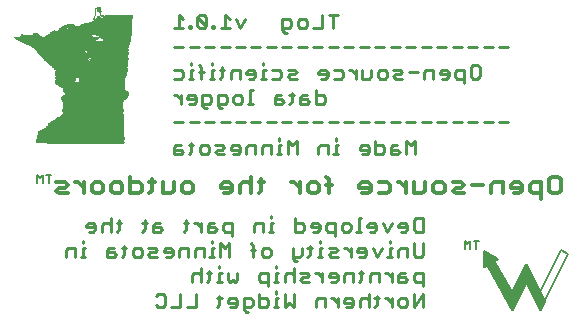
<source format=gbo>
G75*
%MOIN*%
%OFA0B0*%
%FSLAX25Y25*%
%IPPOS*%
%LPD*%
%AMOC8*
5,1,8,0,0,1.08239X$1,22.5*
%
%ADD10C,0.01100*%
%ADD11C,0.01400*%
%ADD12C,0.00600*%
%ADD13R,0.00060X0.00067*%
%ADD14R,0.00070X0.00067*%
%ADD15R,0.00140X0.00067*%
%ADD16R,0.00200X0.00067*%
%ADD17R,0.00130X0.00067*%
%ADD18R,0.01000X0.00067*%
%ADD19R,0.05330X0.00067*%
%ADD20R,0.00340X0.00067*%
%ADD21R,0.00260X0.00067*%
%ADD22R,0.17600X0.00067*%
%ADD23R,0.00130X0.00066*%
%ADD24R,0.23330X0.00066*%
%ADD25R,0.00400X0.00066*%
%ADD26R,0.00200X0.00066*%
%ADD27R,0.00070X0.00066*%
%ADD28R,0.00060X0.00066*%
%ADD29R,0.27260X0.00067*%
%ADD30R,0.29130X0.00067*%
%ADD31R,0.29200X0.00066*%
%ADD32R,0.29260X0.00067*%
%ADD33R,0.29200X0.00067*%
%ADD34R,0.29260X0.00066*%
%ADD35R,0.29140X0.00067*%
%ADD36R,0.29140X0.00066*%
%ADD37R,0.29070X0.00067*%
%ADD38R,0.29070X0.00066*%
%ADD39R,0.29000X0.00066*%
%ADD40R,0.29000X0.00067*%
%ADD41R,0.28930X0.00067*%
%ADD42R,0.28940X0.00067*%
%ADD43R,0.28870X0.00067*%
%ADD44R,0.28940X0.00066*%
%ADD45R,0.28800X0.00067*%
%ADD46R,0.28800X0.00066*%
%ADD47R,0.28730X0.00066*%
%ADD48R,0.28730X0.00067*%
%ADD49R,0.28670X0.00067*%
%ADD50R,0.28740X0.00066*%
%ADD51R,0.28600X0.00067*%
%ADD52R,0.28530X0.00066*%
%ADD53R,0.28530X0.00067*%
%ADD54R,0.28470X0.00067*%
%ADD55R,0.28400X0.00066*%
%ADD56R,0.28330X0.00067*%
%ADD57R,0.28270X0.00067*%
%ADD58R,0.28200X0.00066*%
%ADD59R,0.28070X0.00067*%
%ADD60R,0.27930X0.00067*%
%ADD61R,0.27870X0.00066*%
%ADD62R,0.27730X0.00067*%
%ADD63R,0.27600X0.00067*%
%ADD64R,0.27530X0.00066*%
%ADD65R,0.27400X0.00067*%
%ADD66R,0.27270X0.00067*%
%ADD67R,0.27070X0.00066*%
%ADD68R,0.27000X0.00067*%
%ADD69R,0.26800X0.00067*%
%ADD70R,0.26670X0.00066*%
%ADD71R,0.26460X0.00067*%
%ADD72R,0.26400X0.00067*%
%ADD73R,0.26270X0.00066*%
%ADD74R,0.26130X0.00067*%
%ADD75R,0.26070X0.00067*%
%ADD76R,0.25930X0.00066*%
%ADD77R,0.25930X0.00067*%
%ADD78R,0.25800X0.00067*%
%ADD79R,0.25660X0.00066*%
%ADD80R,0.25670X0.00067*%
%ADD81R,0.25530X0.00067*%
%ADD82R,0.25600X0.00066*%
%ADD83R,0.25460X0.00067*%
%ADD84R,0.25400X0.00067*%
%ADD85R,0.25470X0.00066*%
%ADD86R,0.25330X0.00067*%
%ADD87R,0.25330X0.00066*%
%ADD88R,0.25260X0.00067*%
%ADD89R,0.25200X0.00067*%
%ADD90R,0.25130X0.00066*%
%ADD91R,0.25060X0.00067*%
%ADD92R,0.25000X0.00067*%
%ADD93R,0.25000X0.00066*%
%ADD94R,0.24860X0.00067*%
%ADD95R,0.24800X0.00067*%
%ADD96R,0.24730X0.00066*%
%ADD97R,0.24730X0.00067*%
%ADD98R,0.24600X0.00067*%
%ADD99R,0.24530X0.00066*%
%ADD100R,0.24460X0.00067*%
%ADD101R,0.24330X0.00066*%
%ADD102R,0.24260X0.00067*%
%ADD103R,0.24130X0.00067*%
%ADD104R,0.24060X0.00066*%
%ADD105R,0.23930X0.00067*%
%ADD106R,0.23860X0.00067*%
%ADD107R,0.23530X0.00066*%
%ADD108R,0.23270X0.00067*%
%ADD109R,0.23200X0.00067*%
%ADD110R,0.23130X0.00066*%
%ADD111R,0.23000X0.00067*%
%ADD112R,0.22870X0.00067*%
%ADD113R,0.22860X0.00066*%
%ADD114R,0.22800X0.00067*%
%ADD115R,0.22730X0.00067*%
%ADD116R,0.22730X0.00066*%
%ADD117R,0.22660X0.00067*%
%ADD118R,0.22540X0.00067*%
%ADD119R,0.22470X0.00066*%
%ADD120R,0.22400X0.00067*%
%ADD121R,0.22200X0.00067*%
%ADD122R,0.22130X0.00066*%
%ADD123R,0.21670X0.00067*%
%ADD124R,0.21540X0.00067*%
%ADD125R,0.21460X0.00066*%
%ADD126R,0.21270X0.00067*%
%ADD127R,0.21140X0.00067*%
%ADD128R,0.21070X0.00066*%
%ADD129R,0.21000X0.00067*%
%ADD130R,0.20870X0.00067*%
%ADD131R,0.20800X0.00066*%
%ADD132R,0.20740X0.00067*%
%ADD133R,0.20670X0.00067*%
%ADD134R,0.20600X0.00066*%
%ADD135R,0.20540X0.00067*%
%ADD136R,0.20400X0.00067*%
%ADD137R,0.20340X0.00066*%
%ADD138R,0.20340X0.00067*%
%ADD139R,0.20270X0.00067*%
%ADD140R,0.20270X0.00066*%
%ADD141R,0.20200X0.00067*%
%ADD142R,0.20200X0.00066*%
%ADD143R,0.20130X0.00067*%
%ADD144R,0.20130X0.00066*%
%ADD145R,0.20260X0.00067*%
%ADD146R,0.20260X0.00066*%
%ADD147R,0.20330X0.00067*%
%ADD148R,0.20540X0.00066*%
%ADD149R,0.20660X0.00067*%
%ADD150R,0.20730X0.00066*%
%ADD151R,0.20800X0.00067*%
%ADD152R,0.21000X0.00066*%
%ADD153R,0.21200X0.00067*%
%ADD154R,0.21340X0.00066*%
%ADD155R,0.21400X0.00067*%
%ADD156R,0.21670X0.00066*%
%ADD157R,0.21800X0.00067*%
%ADD158R,0.21870X0.00067*%
%ADD159R,0.21870X0.00066*%
%ADD160R,0.21930X0.00067*%
%ADD161R,0.22000X0.00067*%
%ADD162R,0.22000X0.00066*%
%ADD163R,0.22060X0.00067*%
%ADD164R,0.21730X0.00067*%
%ADD165R,0.21540X0.00066*%
%ADD166R,0.21460X0.00067*%
%ADD167R,0.21530X0.00066*%
%ADD168R,0.21470X0.00067*%
%ADD169R,0.21470X0.00066*%
%ADD170R,0.21340X0.00067*%
%ADD171R,0.21330X0.00066*%
%ADD172R,0.21330X0.00067*%
%ADD173R,0.21130X0.00066*%
%ADD174R,0.21130X0.00067*%
%ADD175R,0.20870X0.00066*%
%ADD176R,0.00140X0.00066*%
%ADD177R,0.20930X0.00067*%
%ADD178R,0.20730X0.00067*%
%ADD179R,0.20940X0.00066*%
%ADD180R,0.20860X0.00066*%
%ADD181R,0.20860X0.00067*%
%ADD182R,0.21070X0.00067*%
%ADD183R,0.21200X0.00066*%
%ADD184R,0.21400X0.00066*%
%ADD185R,0.21530X0.00067*%
%ADD186R,0.21600X0.00067*%
%ADD187R,0.21730X0.00066*%
%ADD188R,0.22070X0.00066*%
%ADD189R,0.22130X0.00067*%
%ADD190R,0.22400X0.00066*%
%ADD191R,0.22600X0.00067*%
%ADD192R,0.22800X0.00066*%
%ADD193R,0.22930X0.00066*%
%ADD194R,0.23070X0.00067*%
%ADD195R,0.23070X0.00066*%
%ADD196R,0.15530X0.00066*%
%ADD197R,0.07270X0.00066*%
%ADD198R,0.15470X0.00067*%
%ADD199R,0.06800X0.00067*%
%ADD200R,0.15330X0.00067*%
%ADD201R,0.06740X0.00067*%
%ADD202R,0.15130X0.00066*%
%ADD203R,0.06530X0.00066*%
%ADD204R,0.15130X0.00067*%
%ADD205R,0.06600X0.00067*%
%ADD206R,0.15200X0.00067*%
%ADD207R,0.06670X0.00066*%
%ADD208R,0.15200X0.00066*%
%ADD209R,0.06800X0.00066*%
%ADD210R,0.15140X0.00067*%
%ADD211R,0.06730X0.00067*%
%ADD212R,0.15070X0.00067*%
%ADD213R,0.06870X0.00067*%
%ADD214R,0.15000X0.00066*%
%ADD215R,0.14940X0.00067*%
%ADD216R,0.15000X0.00067*%
%ADD217R,0.14930X0.00066*%
%ADD218R,0.06870X0.00066*%
%ADD219R,0.14930X0.00067*%
%ADD220R,0.14860X0.00067*%
%ADD221R,0.06730X0.00066*%
%ADD222R,0.15600X0.00066*%
%ADD223R,0.15870X0.00067*%
%ADD224R,0.16070X0.00067*%
%ADD225R,0.23330X0.00067*%
%ADD226R,0.23400X0.00067*%
%ADD227R,0.23400X0.00066*%
%ADD228R,0.23470X0.00067*%
%ADD229R,0.23530X0.00067*%
%ADD230R,0.23600X0.00067*%
%ADD231R,0.23600X0.00066*%
%ADD232R,0.23670X0.00067*%
%ADD233R,0.23670X0.00066*%
%ADD234R,0.23730X0.00067*%
%ADD235R,0.23800X0.00067*%
%ADD236R,0.23800X0.00066*%
%ADD237R,0.23870X0.00067*%
%ADD238R,0.23870X0.00066*%
%ADD239R,0.23860X0.00066*%
%ADD240R,0.23930X0.00066*%
%ADD241R,0.24000X0.00067*%
%ADD242R,0.24000X0.00066*%
%ADD243R,0.24070X0.00067*%
%ADD244R,0.24340X0.00066*%
%ADD245R,0.24400X0.00067*%
%ADD246R,0.24470X0.00066*%
%ADD247R,0.24540X0.00067*%
%ADD248R,0.24600X0.00066*%
%ADD249R,0.24670X0.00067*%
%ADD250R,0.24740X0.00067*%
%ADD251R,0.24800X0.00066*%
%ADD252R,0.24870X0.00067*%
%ADD253R,0.25070X0.00066*%
%ADD254R,0.25140X0.00067*%
%ADD255R,0.25270X0.00066*%
%ADD256R,0.25270X0.00067*%
%ADD257R,0.25600X0.00067*%
%ADD258R,0.25670X0.00066*%
%ADD259R,0.25730X0.00067*%
%ADD260R,0.25870X0.00066*%
%ADD261R,0.26060X0.00066*%
%ADD262R,0.26200X0.00067*%
%ADD263R,0.26330X0.00066*%
%ADD264R,0.26600X0.00067*%
%ADD265R,0.26730X0.00066*%
%ADD266R,0.26860X0.00067*%
%ADD267R,0.27000X0.00066*%
%ADD268R,0.27130X0.00067*%
%ADD269R,0.27200X0.00066*%
%ADD270R,0.27330X0.00067*%
%ADD271R,0.12870X0.00066*%
%ADD272R,0.14400X0.00066*%
%ADD273R,0.12660X0.00067*%
%ADD274R,0.14260X0.00067*%
%ADD275R,0.12670X0.00067*%
%ADD276R,0.14340X0.00067*%
%ADD277R,0.12600X0.00066*%
%ADD278R,0.14340X0.00066*%
%ADD279R,0.12600X0.00067*%
%ADD280R,0.14400X0.00067*%
%ADD281R,0.12530X0.00066*%
%ADD282R,0.11800X0.00067*%
%ADD283R,0.00670X0.00067*%
%ADD284R,0.11730X0.00067*%
%ADD285R,0.14470X0.00067*%
%ADD286R,0.11730X0.00066*%
%ADD287R,0.00340X0.00066*%
%ADD288R,0.14540X0.00066*%
%ADD289R,0.14600X0.00067*%
%ADD290R,0.14670X0.00066*%
%ADD291R,0.14660X0.00067*%
%ADD292R,0.00330X0.00067*%
%ADD293R,0.11800X0.00066*%
%ADD294R,0.00330X0.00066*%
%ADD295R,0.00270X0.00066*%
%ADD296R,0.15260X0.00066*%
%ADD297R,0.00400X0.00067*%
%ADD298R,0.00270X0.00067*%
%ADD299R,0.15260X0.00067*%
%ADD300R,0.00460X0.00067*%
%ADD301R,0.15340X0.00067*%
%ADD302R,0.12470X0.00066*%
%ADD303R,0.15330X0.00066*%
%ADD304R,0.15400X0.00067*%
%ADD305R,0.12670X0.00066*%
%ADD306R,0.00470X0.00066*%
%ADD307R,0.15460X0.00066*%
%ADD308R,0.13270X0.00067*%
%ADD309R,0.13330X0.00067*%
%ADD310R,0.13400X0.00066*%
%ADD311R,0.15540X0.00066*%
%ADD312R,0.13400X0.00067*%
%ADD313R,0.15600X0.00067*%
%ADD314R,0.29270X0.00066*%
%ADD315R,0.29330X0.00067*%
%ADD316R,0.29400X0.00067*%
%ADD317R,0.29470X0.00066*%
%ADD318R,0.29470X0.00067*%
%ADD319R,0.29530X0.00067*%
%ADD320R,0.29600X0.00066*%
%ADD321R,0.29670X0.00067*%
%ADD322R,0.13670X0.00067*%
%ADD323R,0.15860X0.00067*%
%ADD324R,0.13530X0.00066*%
%ADD325R,0.15870X0.00066*%
%ADD326R,0.13470X0.00067*%
%ADD327R,0.11930X0.00067*%
%ADD328R,0.01200X0.00067*%
%ADD329R,0.15800X0.00067*%
%ADD330R,0.11870X0.00066*%
%ADD331R,0.01130X0.00066*%
%ADD332R,0.15930X0.00066*%
%ADD333R,0.01060X0.00067*%
%ADD334R,0.16000X0.00067*%
%ADD335R,0.01070X0.00066*%
%ADD336R,0.16060X0.00066*%
%ADD337R,0.11870X0.00067*%
%ADD338R,0.15730X0.00067*%
%ADD339R,0.12000X0.00067*%
%ADD340R,0.15670X0.00067*%
%ADD341R,0.12070X0.00066*%
%ADD342R,0.01200X0.00066*%
%ADD343R,0.15730X0.00066*%
%ADD344R,0.13540X0.00067*%
%ADD345R,0.13600X0.00067*%
%ADD346R,0.13600X0.00066*%
%ADD347R,0.16000X0.00066*%
%ADD348R,0.16200X0.00067*%
%ADD349R,0.16400X0.00067*%
%ADD350R,0.30740X0.00066*%
%ADD351R,0.30800X0.00067*%
%ADD352R,0.30870X0.00067*%
%ADD353R,0.30940X0.00066*%
%ADD354R,0.30940X0.00067*%
%ADD355R,0.30930X0.00067*%
%ADD356R,0.31000X0.00066*%
%ADD357R,0.31140X0.00067*%
%ADD358R,0.31200X0.00067*%
%ADD359R,0.31270X0.00066*%
%ADD360R,0.31330X0.00067*%
%ADD361R,0.31470X0.00067*%
%ADD362R,0.31470X0.00066*%
%ADD363R,0.31530X0.00067*%
%ADD364R,0.31740X0.00067*%
%ADD365R,0.31800X0.00066*%
%ADD366R,0.31940X0.00067*%
%ADD367R,0.32060X0.00067*%
%ADD368R,0.32200X0.00066*%
%ADD369R,0.32260X0.00067*%
%ADD370R,0.32470X0.00067*%
%ADD371R,0.32530X0.00066*%
%ADD372R,0.32670X0.00067*%
%ADD373R,0.32730X0.00067*%
%ADD374R,0.32940X0.00066*%
%ADD375R,0.33000X0.00067*%
%ADD376R,0.33140X0.00067*%
%ADD377R,0.33330X0.00066*%
%ADD378R,0.33530X0.00067*%
%ADD379R,0.33660X0.00067*%
%ADD380R,0.33930X0.00066*%
%ADD381R,0.34070X0.00067*%
%ADD382R,0.34200X0.00067*%
%ADD383R,0.34470X0.00066*%
%ADD384R,0.34600X0.00067*%
%ADD385R,0.34860X0.00067*%
%ADD386R,0.35000X0.00066*%
%ADD387R,0.35130X0.00067*%
%ADD388R,0.35400X0.00067*%
%ADD389R,0.35530X0.00066*%
%ADD390R,0.35670X0.00067*%
%ADD391R,0.35870X0.00067*%
%ADD392R,0.36000X0.00066*%
%ADD393R,0.36140X0.00067*%
%ADD394R,0.36270X0.00067*%
%ADD395R,0.09270X0.00066*%
%ADD396R,0.09200X0.00067*%
%ADD397R,0.25130X0.00067*%
%ADD398R,0.09060X0.00067*%
%ADD399R,0.09060X0.00066*%
%ADD400R,0.25200X0.00066*%
%ADD401R,0.25340X0.00067*%
%ADD402R,0.09000X0.00067*%
%ADD403R,0.25470X0.00067*%
%ADD404R,0.09130X0.00066*%
%ADD405R,0.25800X0.00066*%
%ADD406R,0.26000X0.00067*%
%ADD407R,0.09340X0.00066*%
%ADD408R,0.26140X0.00066*%
%ADD409R,0.09340X0.00067*%
%ADD410R,0.26530X0.00067*%
%ADD411R,0.09400X0.00067*%
%ADD412R,0.26870X0.00067*%
%ADD413R,0.09400X0.00066*%
%ADD414R,0.09660X0.00067*%
%ADD415R,0.09800X0.00067*%
%ADD416R,0.27740X0.00067*%
%ADD417R,0.10070X0.00066*%
%ADD418R,0.27860X0.00066*%
%ADD419R,0.10200X0.00067*%
%ADD420R,0.28000X0.00067*%
%ADD421R,0.10330X0.00067*%
%ADD422R,0.00730X0.00067*%
%ADD423R,0.10600X0.00066*%
%ADD424R,0.24930X0.00066*%
%ADD425R,0.01670X0.00066*%
%ADD426R,0.10800X0.00067*%
%ADD427R,0.24530X0.00067*%
%ADD428R,0.01470X0.00067*%
%ADD429R,0.07540X0.00067*%
%ADD430R,0.00530X0.00067*%
%ADD431R,0.10740X0.00066*%
%ADD432R,0.15860X0.00066*%
%ADD433R,0.07130X0.00066*%
%ADD434R,0.15740X0.00067*%
%ADD435R,0.07000X0.00067*%
%ADD436R,0.10730X0.00067*%
%ADD437R,0.15530X0.00067*%
%ADD438R,0.10800X0.00066*%
%ADD439R,0.06660X0.00066*%
%ADD440R,0.10860X0.00067*%
%ADD441R,0.06400X0.00067*%
%ADD442R,0.11060X0.00067*%
%ADD443R,0.06200X0.00067*%
%ADD444R,0.11270X0.00066*%
%ADD445R,0.14870X0.00066*%
%ADD446R,0.06130X0.00066*%
%ADD447R,0.11330X0.00067*%
%ADD448R,0.14800X0.00067*%
%ADD449R,0.02340X0.00067*%
%ADD450R,0.03260X0.00067*%
%ADD451R,0.11600X0.00067*%
%ADD452R,0.14670X0.00067*%
%ADD453R,0.02060X0.00067*%
%ADD454R,0.00930X0.00067*%
%ADD455R,0.11670X0.00066*%
%ADD456R,0.01940X0.00066*%
%ADD457R,0.00670X0.00066*%
%ADD458R,0.14530X0.00067*%
%ADD459R,0.01870X0.00067*%
%ADD460R,0.12140X0.00067*%
%ADD461R,0.01670X0.00067*%
%ADD462R,0.12540X0.00066*%
%ADD463R,0.14600X0.00066*%
%ADD464R,0.01600X0.00066*%
%ADD465R,0.27540X0.00067*%
%ADD466R,0.01460X0.00067*%
%ADD467R,0.01400X0.00067*%
%ADD468R,0.27270X0.00066*%
%ADD469R,0.01270X0.00066*%
%ADD470R,0.27340X0.00067*%
%ADD471R,0.01140X0.00067*%
%ADD472R,0.27200X0.00067*%
%ADD473R,0.00800X0.00067*%
%ADD474R,0.26940X0.00066*%
%ADD475R,0.24470X0.00067*%
%ADD476R,0.02000X0.00067*%
%ADD477R,0.24400X0.00066*%
%ADD478R,0.01870X0.00066*%
%ADD479R,0.01800X0.00067*%
%ADD480R,0.24330X0.00067*%
%ADD481R,0.01660X0.00067*%
%ADD482R,0.01460X0.00066*%
%ADD483R,0.24140X0.00067*%
%ADD484R,0.24070X0.00066*%
%ADD485R,0.24270X0.00067*%
%ADD486R,0.24200X0.00067*%
%ADD487R,0.24200X0.00066*%
%ADD488R,0.21600X0.00066*%
%ADD489R,0.01330X0.00066*%
%ADD490R,0.00600X0.00066*%
%ADD491R,0.01130X0.00067*%
%ADD492R,0.01730X0.00067*%
%ADD493R,0.01930X0.00066*%
%ADD494R,0.02070X0.00067*%
%ADD495R,0.17600X0.00066*%
%ADD496R,0.04600X0.00066*%
%ADD497R,0.17470X0.00067*%
%ADD498R,0.03600X0.00067*%
%ADD499R,0.17340X0.00067*%
%ADD500R,0.17270X0.00066*%
%ADD501R,0.01260X0.00066*%
%ADD502R,0.17200X0.00067*%
%ADD503R,0.01530X0.00067*%
%ADD504R,0.01070X0.00067*%
%ADD505R,0.17070X0.00066*%
%ADD506R,0.01340X0.00066*%
%ADD507R,0.01540X0.00066*%
%ADD508R,0.17070X0.00067*%
%ADD509R,0.01340X0.00067*%
%ADD510R,0.01270X0.00067*%
%ADD511R,0.17000X0.00067*%
%ADD512R,0.16930X0.00066*%
%ADD513R,0.00540X0.00066*%
%ADD514R,0.00460X0.00066*%
%ADD515R,0.16730X0.00067*%
%ADD516R,0.16460X0.00067*%
%ADD517R,0.16400X0.00066*%
%ADD518R,0.16130X0.00067*%
%ADD519R,0.15060X0.00067*%
%ADD520R,0.14330X0.00067*%
%ADD521R,0.14000X0.00067*%
%ADD522R,0.13730X0.00066*%
%ADD523R,0.13260X0.00067*%
%ADD524R,0.13130X0.00066*%
%ADD525R,0.13000X0.00067*%
%ADD526R,0.12930X0.00067*%
%ADD527R,0.12800X0.00067*%
%ADD528R,0.12730X0.00067*%
%ADD529R,0.12740X0.00066*%
%ADD530R,0.12740X0.00067*%
%ADD531R,0.12730X0.00066*%
%ADD532R,0.12200X0.00067*%
%ADD533R,0.12060X0.00066*%
%ADD534R,0.09870X0.00066*%
%ADD535R,0.01730X0.00066*%
%ADD536R,0.09730X0.00067*%
%ADD537R,0.09670X0.00066*%
%ADD538R,0.09670X0.00067*%
%ADD539R,0.09740X0.00067*%
%ADD540R,0.09740X0.00066*%
%ADD541R,0.00870X0.00066*%
%ADD542R,0.00660X0.00067*%
%ADD543R,0.10600X0.00067*%
%ADD544R,0.09330X0.00066*%
%ADD545R,0.00260X0.00066*%
%ADD546R,0.05600X0.00067*%
%ADD547R,0.03200X0.00067*%
%ADD548R,0.00800X0.00066*%
%ADD549R,0.00470X0.00067*%
%ADD550R,0.00600X0.00067*%
%ADD551R,0.01000X0.00066*%
%ADD552R,0.01330X0.00067*%
%ADD553R,0.00930X0.00066*%
%ADD554C,0.00787*%
%ADD555C,0.00000*%
%ADD556C,0.00001*%
D10*
X0086240Y0034386D02*
X0086991Y0033636D01*
X0088492Y0033636D01*
X0089243Y0034386D01*
X0089243Y0037389D01*
X0088492Y0038140D01*
X0086991Y0038140D01*
X0086240Y0037389D01*
X0091397Y0033636D02*
X0094399Y0033636D01*
X0094399Y0038140D01*
X0099556Y0038140D02*
X0099556Y0033636D01*
X0096553Y0033636D01*
X0106648Y0033636D02*
X0107399Y0034386D01*
X0107399Y0037389D01*
X0108150Y0036638D02*
X0106648Y0036638D01*
X0110304Y0035888D02*
X0110304Y0035137D01*
X0113306Y0035137D01*
X0113306Y0034386D02*
X0113306Y0035888D01*
X0112555Y0036638D01*
X0111054Y0036638D01*
X0110304Y0035888D01*
X0111054Y0033636D02*
X0112555Y0033636D01*
X0113306Y0034386D01*
X0115460Y0033636D02*
X0117712Y0033636D01*
X0118463Y0034386D01*
X0118463Y0035888D01*
X0117712Y0036638D01*
X0115460Y0036638D01*
X0115460Y0032885D01*
X0116211Y0032135D01*
X0116961Y0032135D01*
X0120616Y0033636D02*
X0122868Y0033636D01*
X0123619Y0034386D01*
X0123619Y0035888D01*
X0122868Y0036638D01*
X0120616Y0036638D01*
X0120616Y0038140D02*
X0120616Y0033636D01*
X0125555Y0033636D02*
X0127057Y0033636D01*
X0126306Y0033636D02*
X0126306Y0036638D01*
X0127057Y0036638D01*
X0126306Y0038140D02*
X0126306Y0038890D01*
X0129210Y0038140D02*
X0129210Y0033636D01*
X0130712Y0035137D01*
X0132213Y0033636D01*
X0132213Y0038140D01*
X0139523Y0035888D02*
X0140274Y0036638D01*
X0142526Y0036638D01*
X0142526Y0033636D01*
X0139523Y0033636D02*
X0139523Y0035888D01*
X0144571Y0036638D02*
X0145321Y0036638D01*
X0146823Y0035137D01*
X0146823Y0033636D02*
X0146823Y0036638D01*
X0148977Y0035888D02*
X0149727Y0036638D01*
X0151228Y0036638D01*
X0151979Y0035888D01*
X0151979Y0034386D01*
X0151228Y0033636D01*
X0149727Y0033636D01*
X0148977Y0035137D02*
X0151979Y0035137D01*
X0154133Y0035888D02*
X0154133Y0033636D01*
X0154133Y0035888D02*
X0154884Y0036638D01*
X0156385Y0036638D01*
X0157136Y0035888D01*
X0159072Y0036638D02*
X0160573Y0036638D01*
X0159822Y0037389D02*
X0159822Y0034386D01*
X0159072Y0033636D01*
X0157136Y0033636D02*
X0157136Y0038140D01*
X0162618Y0036638D02*
X0163369Y0036638D01*
X0164870Y0035137D01*
X0164870Y0033636D02*
X0164870Y0036638D01*
X0167024Y0035888D02*
X0167775Y0036638D01*
X0169276Y0036638D01*
X0170027Y0035888D01*
X0170027Y0034386D01*
X0169276Y0033636D01*
X0167775Y0033636D01*
X0167024Y0034386D01*
X0167024Y0035888D01*
X0172180Y0033636D02*
X0172180Y0038140D01*
X0175183Y0038140D02*
X0172180Y0033636D01*
X0175183Y0033636D02*
X0175183Y0038140D01*
X0175183Y0040535D02*
X0175183Y0045038D01*
X0172931Y0045038D01*
X0172180Y0044288D01*
X0172180Y0042786D01*
X0172931Y0042036D01*
X0175183Y0042036D01*
X0170027Y0042786D02*
X0169276Y0043537D01*
X0167024Y0043537D01*
X0167024Y0044288D02*
X0167024Y0042036D01*
X0169276Y0042036D01*
X0170027Y0042786D01*
X0169276Y0045038D02*
X0167775Y0045038D01*
X0167024Y0044288D01*
X0164870Y0045038D02*
X0164870Y0042036D01*
X0164870Y0043537D02*
X0163369Y0045038D01*
X0162618Y0045038D01*
X0160573Y0045038D02*
X0160573Y0042036D01*
X0160573Y0045038D02*
X0158321Y0045038D01*
X0157571Y0044288D01*
X0157571Y0042036D01*
X0154666Y0042786D02*
X0153915Y0042036D01*
X0154666Y0042786D02*
X0154666Y0045789D01*
X0155417Y0045038D02*
X0153915Y0045038D01*
X0151979Y0045038D02*
X0149727Y0045038D01*
X0148977Y0044288D01*
X0148977Y0042036D01*
X0146823Y0042786D02*
X0146823Y0044288D01*
X0146072Y0045038D01*
X0144571Y0045038D01*
X0143820Y0044288D01*
X0143820Y0043537D01*
X0146823Y0043537D01*
X0146823Y0042786D02*
X0146072Y0042036D01*
X0144571Y0042036D01*
X0141666Y0042036D02*
X0141666Y0045038D01*
X0141666Y0043537D02*
X0140165Y0045038D01*
X0139414Y0045038D01*
X0137369Y0044288D02*
X0136619Y0045038D01*
X0134367Y0045038D01*
X0135117Y0043537D02*
X0136619Y0043537D01*
X0137369Y0044288D01*
X0137369Y0042036D02*
X0135117Y0042036D01*
X0134367Y0042786D01*
X0135117Y0043537D01*
X0132213Y0044288D02*
X0131462Y0045038D01*
X0129961Y0045038D01*
X0129210Y0044288D01*
X0129210Y0042036D01*
X0127057Y0042036D02*
X0125555Y0042036D01*
X0126306Y0042036D02*
X0126306Y0045038D01*
X0127057Y0045038D01*
X0126306Y0046540D02*
X0126306Y0047290D01*
X0123619Y0045038D02*
X0121367Y0045038D01*
X0120616Y0044288D01*
X0120616Y0042786D01*
X0121367Y0042036D01*
X0123619Y0042036D01*
X0123619Y0040535D02*
X0123619Y0045038D01*
X0132213Y0046540D02*
X0132213Y0042036D01*
X0132539Y0048935D02*
X0133290Y0048935D01*
X0132539Y0048935D02*
X0131789Y0049685D01*
X0131789Y0053438D01*
X0134791Y0053438D02*
X0134791Y0051186D01*
X0134040Y0050436D01*
X0131789Y0050436D01*
X0136727Y0050436D02*
X0137478Y0051186D01*
X0137478Y0054189D01*
X0138229Y0053438D02*
X0136727Y0053438D01*
X0140916Y0053438D02*
X0140916Y0050436D01*
X0141666Y0050436D02*
X0140165Y0050436D01*
X0143820Y0051186D02*
X0144571Y0051937D01*
X0146072Y0051937D01*
X0146823Y0052688D01*
X0146072Y0053438D01*
X0143820Y0053438D01*
X0141666Y0053438D02*
X0140916Y0053438D01*
X0140916Y0054940D02*
X0140916Y0055690D01*
X0145963Y0057335D02*
X0145963Y0061838D01*
X0143711Y0061838D01*
X0142961Y0061088D01*
X0142961Y0059586D01*
X0143711Y0058836D01*
X0145963Y0058836D01*
X0148117Y0059586D02*
X0148117Y0061088D01*
X0148868Y0061838D01*
X0150369Y0061838D01*
X0151120Y0061088D01*
X0151120Y0059586D01*
X0150369Y0058836D01*
X0148868Y0058836D01*
X0148117Y0059586D01*
X0153056Y0058836D02*
X0154557Y0058836D01*
X0153807Y0058836D02*
X0153807Y0063340D01*
X0154557Y0063340D01*
X0156711Y0061088D02*
X0156711Y0060337D01*
X0159714Y0060337D01*
X0159714Y0059586D02*
X0159714Y0061088D01*
X0158963Y0061838D01*
X0157462Y0061838D01*
X0156711Y0061088D01*
X0157462Y0058836D02*
X0158963Y0058836D01*
X0159714Y0059586D01*
X0161868Y0061838D02*
X0163369Y0058836D01*
X0164870Y0061838D01*
X0167024Y0061088D02*
X0167024Y0060337D01*
X0170027Y0060337D01*
X0170027Y0059586D02*
X0170027Y0061088D01*
X0169276Y0061838D01*
X0167775Y0061838D01*
X0167024Y0061088D01*
X0167775Y0058836D02*
X0169276Y0058836D01*
X0170027Y0059586D01*
X0172180Y0059586D02*
X0172180Y0062589D01*
X0172931Y0063340D01*
X0175183Y0063340D01*
X0175183Y0058836D01*
X0172931Y0058836D01*
X0172180Y0059586D01*
X0164119Y0055690D02*
X0164119Y0054940D01*
X0164119Y0053438D02*
X0164119Y0050436D01*
X0163369Y0050436D02*
X0164870Y0050436D01*
X0167024Y0050436D02*
X0167024Y0052688D01*
X0167775Y0053438D01*
X0170027Y0053438D01*
X0170027Y0050436D01*
X0172180Y0051186D02*
X0172931Y0050436D01*
X0174432Y0050436D01*
X0175183Y0051186D01*
X0175183Y0054940D01*
X0172180Y0054940D02*
X0172180Y0051186D01*
X0164870Y0053438D02*
X0164119Y0053438D01*
X0161433Y0053438D02*
X0159931Y0050436D01*
X0158430Y0053438D01*
X0156276Y0052688D02*
X0155525Y0053438D01*
X0154024Y0053438D01*
X0153274Y0052688D01*
X0153274Y0051937D01*
X0156276Y0051937D01*
X0156276Y0051186D02*
X0156276Y0052688D01*
X0156276Y0051186D02*
X0155525Y0050436D01*
X0154024Y0050436D01*
X0151120Y0050436D02*
X0151120Y0053438D01*
X0151120Y0051937D02*
X0149618Y0053438D01*
X0148868Y0053438D01*
X0144571Y0050436D02*
X0143820Y0051186D01*
X0144571Y0050436D02*
X0146823Y0050436D01*
X0151979Y0045038D02*
X0151979Y0042036D01*
X0148977Y0035888D02*
X0148977Y0035137D01*
X0113306Y0042786D02*
X0112555Y0042036D01*
X0111805Y0042786D01*
X0111054Y0042036D01*
X0110304Y0042786D01*
X0110304Y0045038D01*
X0108150Y0045038D02*
X0107399Y0045038D01*
X0107399Y0042036D01*
X0108150Y0042036D02*
X0106648Y0042036D01*
X0103962Y0042786D02*
X0103211Y0042036D01*
X0103962Y0042786D02*
X0103962Y0045789D01*
X0104712Y0045038D02*
X0103211Y0045038D01*
X0101275Y0044288D02*
X0100524Y0045038D01*
X0099023Y0045038D01*
X0098272Y0044288D01*
X0098272Y0042036D01*
X0101275Y0042036D02*
X0101275Y0046540D01*
X0107399Y0046540D02*
X0107399Y0047290D01*
X0113306Y0045038D02*
X0113306Y0042786D01*
X0110728Y0050436D02*
X0110728Y0054940D01*
X0109227Y0053438D01*
X0107725Y0054940D01*
X0107725Y0050436D01*
X0105572Y0050436D02*
X0104070Y0050436D01*
X0104821Y0050436D02*
X0104821Y0053438D01*
X0105572Y0053438D01*
X0104821Y0054940D02*
X0104821Y0055690D01*
X0102134Y0053438D02*
X0099882Y0053438D01*
X0099131Y0052688D01*
X0099131Y0050436D01*
X0096978Y0050436D02*
X0096978Y0053438D01*
X0094726Y0053438D01*
X0093975Y0052688D01*
X0093975Y0050436D01*
X0091821Y0051186D02*
X0091821Y0052688D01*
X0091071Y0053438D01*
X0089569Y0053438D01*
X0088819Y0052688D01*
X0088819Y0051937D01*
X0091821Y0051937D01*
X0091821Y0051186D02*
X0091071Y0050436D01*
X0089569Y0050436D01*
X0086665Y0050436D02*
X0084413Y0050436D01*
X0083662Y0051186D01*
X0084413Y0051937D01*
X0085914Y0051937D01*
X0086665Y0052688D01*
X0085914Y0053438D01*
X0083662Y0053438D01*
X0081508Y0052688D02*
X0081508Y0051186D01*
X0080758Y0050436D01*
X0079256Y0050436D01*
X0078506Y0051186D01*
X0078506Y0052688D01*
X0079256Y0053438D01*
X0080758Y0053438D01*
X0081508Y0052688D01*
X0076352Y0053438D02*
X0074851Y0053438D01*
X0075601Y0054189D02*
X0075601Y0051186D01*
X0074851Y0050436D01*
X0072914Y0051186D02*
X0072164Y0050436D01*
X0069912Y0050436D01*
X0069912Y0052688D01*
X0070662Y0053438D01*
X0072164Y0053438D01*
X0072164Y0051937D02*
X0069912Y0051937D01*
X0072164Y0051937D02*
X0072914Y0051186D01*
X0062602Y0050436D02*
X0061100Y0050436D01*
X0061851Y0050436D02*
X0061851Y0053438D01*
X0062602Y0053438D01*
X0061851Y0054940D02*
X0061851Y0055690D01*
X0059164Y0053438D02*
X0056912Y0053438D01*
X0056161Y0052688D01*
X0056161Y0050436D01*
X0059164Y0050436D02*
X0059164Y0053438D01*
X0063787Y0058836D02*
X0065289Y0058836D01*
X0066039Y0059586D01*
X0066039Y0061088D01*
X0065289Y0061838D01*
X0063787Y0061838D01*
X0063037Y0061088D01*
X0063037Y0060337D01*
X0066039Y0060337D01*
X0068193Y0061088D02*
X0068193Y0058836D01*
X0068193Y0061088D02*
X0068944Y0061838D01*
X0070445Y0061838D01*
X0071196Y0061088D01*
X0073132Y0061838D02*
X0074633Y0061838D01*
X0073883Y0062589D02*
X0073883Y0059586D01*
X0073132Y0058836D01*
X0071196Y0058836D02*
X0071196Y0063340D01*
X0081726Y0061838D02*
X0083227Y0061838D01*
X0082477Y0062589D02*
X0082477Y0059586D01*
X0081726Y0058836D01*
X0085381Y0058836D02*
X0087633Y0058836D01*
X0088384Y0059586D01*
X0087633Y0060337D01*
X0085381Y0060337D01*
X0085381Y0061088D02*
X0085381Y0058836D01*
X0085381Y0061088D02*
X0086132Y0061838D01*
X0087633Y0061838D01*
X0095476Y0061838D02*
X0096978Y0061838D01*
X0096227Y0062589D02*
X0096227Y0059586D01*
X0095476Y0058836D01*
X0099023Y0061838D02*
X0099773Y0061838D01*
X0101275Y0060337D01*
X0101275Y0058836D02*
X0101275Y0061838D01*
X0103428Y0061088D02*
X0103428Y0058836D01*
X0105680Y0058836D01*
X0106431Y0059586D01*
X0105680Y0060337D01*
X0103428Y0060337D01*
X0103428Y0061088D02*
X0104179Y0061838D01*
X0105680Y0061838D01*
X0108585Y0061088D02*
X0108585Y0059586D01*
X0109335Y0058836D01*
X0111587Y0058836D01*
X0111587Y0057335D02*
X0111587Y0061838D01*
X0109335Y0061838D01*
X0108585Y0061088D01*
X0118898Y0061088D02*
X0118898Y0058836D01*
X0118898Y0061088D02*
X0119648Y0061838D01*
X0121900Y0061838D01*
X0121900Y0058836D01*
X0123836Y0058836D02*
X0125338Y0058836D01*
X0124587Y0058836D02*
X0124587Y0061838D01*
X0125338Y0061838D01*
X0124587Y0063340D02*
X0124587Y0064090D01*
X0132648Y0063340D02*
X0132648Y0058836D01*
X0134900Y0058836D01*
X0135651Y0059586D01*
X0135651Y0061088D01*
X0134900Y0061838D01*
X0132648Y0061838D01*
X0137804Y0061088D02*
X0137804Y0060337D01*
X0140807Y0060337D01*
X0140807Y0059586D02*
X0140807Y0061088D01*
X0140056Y0061838D01*
X0138555Y0061838D01*
X0137804Y0061088D01*
X0138555Y0058836D02*
X0140056Y0058836D01*
X0140807Y0059586D01*
X0124478Y0052688D02*
X0124478Y0051186D01*
X0123728Y0050436D01*
X0122226Y0050436D01*
X0121476Y0051186D01*
X0121476Y0052688D01*
X0122226Y0053438D01*
X0123728Y0053438D01*
X0124478Y0052688D01*
X0119322Y0052688D02*
X0117821Y0052688D01*
X0118571Y0054189D02*
X0118571Y0050436D01*
X0118571Y0054189D02*
X0117821Y0054940D01*
X0102134Y0053438D02*
X0102134Y0050436D01*
X0101638Y0084644D02*
X0100888Y0085395D01*
X0100888Y0086896D01*
X0101638Y0087647D01*
X0103140Y0087647D01*
X0103890Y0086896D01*
X0103890Y0085395D01*
X0103140Y0084644D01*
X0101638Y0084644D01*
X0097983Y0085395D02*
X0097232Y0084644D01*
X0097983Y0085395D02*
X0097983Y0088398D01*
X0098734Y0087647D02*
X0097232Y0087647D01*
X0094546Y0087647D02*
X0093044Y0087647D01*
X0092294Y0086896D01*
X0092294Y0084644D01*
X0094546Y0084644D01*
X0095296Y0085395D01*
X0094546Y0086146D01*
X0092294Y0086146D01*
X0106044Y0085395D02*
X0106795Y0084644D01*
X0109047Y0084644D01*
X0108296Y0086146D02*
X0106795Y0086146D01*
X0106044Y0085395D01*
X0106044Y0087647D02*
X0108296Y0087647D01*
X0109047Y0086896D01*
X0108296Y0086146D01*
X0111200Y0086146D02*
X0114203Y0086146D01*
X0114203Y0086896D02*
X0113452Y0087647D01*
X0111951Y0087647D01*
X0111200Y0086896D01*
X0111200Y0086146D01*
X0111951Y0084644D02*
X0113452Y0084644D01*
X0114203Y0085395D01*
X0114203Y0086896D01*
X0116357Y0086896D02*
X0116357Y0084644D01*
X0116357Y0086896D02*
X0117107Y0087647D01*
X0119359Y0087647D01*
X0119359Y0084644D01*
X0121513Y0084644D02*
X0121513Y0086896D01*
X0122264Y0087647D01*
X0124516Y0087647D01*
X0124516Y0084644D01*
X0126452Y0084644D02*
X0127953Y0084644D01*
X0127203Y0084644D02*
X0127203Y0087647D01*
X0127953Y0087647D01*
X0127203Y0089148D02*
X0127203Y0089899D01*
X0130107Y0089148D02*
X0131608Y0087647D01*
X0133110Y0089148D01*
X0133110Y0084644D01*
X0130107Y0084644D02*
X0130107Y0089148D01*
X0140420Y0086896D02*
X0140420Y0084644D01*
X0140420Y0086896D02*
X0141171Y0087647D01*
X0143423Y0087647D01*
X0143423Y0084644D01*
X0145359Y0084644D02*
X0146860Y0084644D01*
X0146109Y0084644D02*
X0146109Y0087647D01*
X0146860Y0087647D01*
X0146109Y0089148D02*
X0146109Y0089899D01*
X0154170Y0086896D02*
X0154921Y0087647D01*
X0156422Y0087647D01*
X0157173Y0086896D01*
X0157173Y0085395D01*
X0156422Y0084644D01*
X0154921Y0084644D01*
X0154170Y0086146D02*
X0157173Y0086146D01*
X0159327Y0087647D02*
X0161579Y0087647D01*
X0162329Y0086896D01*
X0162329Y0085395D01*
X0161579Y0084644D01*
X0159327Y0084644D01*
X0159327Y0089148D01*
X0164483Y0086896D02*
X0165234Y0087647D01*
X0166735Y0087647D01*
X0166735Y0086146D02*
X0164483Y0086146D01*
X0164483Y0086896D02*
X0164483Y0084644D01*
X0166735Y0084644D01*
X0167486Y0085395D01*
X0166735Y0086146D01*
X0169640Y0084644D02*
X0169640Y0089148D01*
X0171141Y0087647D01*
X0172642Y0089148D01*
X0172642Y0084644D01*
X0154170Y0086146D02*
X0154170Y0086896D01*
X0154170Y0095296D02*
X0157173Y0095296D01*
X0159327Y0095296D02*
X0162329Y0095296D01*
X0164483Y0095296D02*
X0167486Y0095296D01*
X0169640Y0095296D02*
X0172642Y0095296D01*
X0174796Y0095296D02*
X0177799Y0095296D01*
X0179952Y0095296D02*
X0182955Y0095296D01*
X0185109Y0095296D02*
X0188111Y0095296D01*
X0190265Y0095296D02*
X0193268Y0095296D01*
X0195422Y0095296D02*
X0198424Y0095296D01*
X0200578Y0095296D02*
X0203581Y0095296D01*
X0193377Y0109844D02*
X0191875Y0109844D01*
X0191125Y0110595D01*
X0191125Y0113598D01*
X0191875Y0114348D01*
X0193377Y0114348D01*
X0194127Y0113598D01*
X0194127Y0110595D01*
X0193377Y0109844D01*
X0188971Y0109844D02*
X0186719Y0109844D01*
X0185968Y0110595D01*
X0185968Y0112096D01*
X0186719Y0112847D01*
X0188971Y0112847D01*
X0188971Y0108343D01*
X0183814Y0110595D02*
X0183814Y0112096D01*
X0183064Y0112847D01*
X0181562Y0112847D01*
X0180812Y0112096D01*
X0180812Y0111346D01*
X0183814Y0111346D01*
X0183814Y0110595D02*
X0183064Y0109844D01*
X0181562Y0109844D01*
X0178658Y0109844D02*
X0178658Y0112847D01*
X0176406Y0112847D01*
X0175655Y0112096D01*
X0175655Y0109844D01*
X0168345Y0109844D02*
X0166093Y0109844D01*
X0165343Y0110595D01*
X0166093Y0111346D01*
X0167595Y0111346D01*
X0168345Y0112096D01*
X0167595Y0112847D01*
X0165343Y0112847D01*
X0163189Y0112096D02*
X0163189Y0110595D01*
X0162438Y0109844D01*
X0160937Y0109844D01*
X0160186Y0110595D01*
X0160186Y0112096D01*
X0160937Y0112847D01*
X0162438Y0112847D01*
X0163189Y0112096D01*
X0158032Y0112847D02*
X0158032Y0110595D01*
X0157282Y0109844D01*
X0155030Y0109844D01*
X0155030Y0112847D01*
X0152876Y0112847D02*
X0152876Y0109844D01*
X0152876Y0111346D02*
X0151375Y0112847D01*
X0150624Y0112847D01*
X0148579Y0112096D02*
X0148579Y0110595D01*
X0147828Y0109844D01*
X0145576Y0109844D01*
X0143423Y0110595D02*
X0142672Y0109844D01*
X0141171Y0109844D01*
X0140420Y0111346D02*
X0143423Y0111346D01*
X0143423Y0112096D02*
X0143423Y0110595D01*
X0143423Y0112096D02*
X0142672Y0112847D01*
X0141171Y0112847D01*
X0140420Y0112096D01*
X0140420Y0111346D01*
X0145576Y0112847D02*
X0147828Y0112847D01*
X0148579Y0112096D01*
X0133110Y0112096D02*
X0132359Y0111346D01*
X0130858Y0111346D01*
X0130107Y0110595D01*
X0130858Y0109844D01*
X0133110Y0109844D01*
X0127953Y0110595D02*
X0127203Y0109844D01*
X0124951Y0109844D01*
X0122797Y0109844D02*
X0121296Y0109844D01*
X0122046Y0109844D02*
X0122046Y0112847D01*
X0122797Y0112847D01*
X0122046Y0114348D02*
X0122046Y0115099D01*
X0124951Y0112847D02*
X0127203Y0112847D01*
X0127953Y0112096D01*
X0127953Y0110595D01*
X0130107Y0112847D02*
X0132359Y0112847D01*
X0133110Y0112096D01*
X0119359Y0112096D02*
X0119359Y0110595D01*
X0118609Y0109844D01*
X0117107Y0109844D01*
X0116357Y0111346D02*
X0119359Y0111346D01*
X0119359Y0112096D02*
X0118609Y0112847D01*
X0117107Y0112847D01*
X0116357Y0112096D01*
X0116357Y0111346D01*
X0114203Y0112847D02*
X0111951Y0112847D01*
X0111200Y0112096D01*
X0111200Y0109844D01*
X0108296Y0110595D02*
X0107545Y0109844D01*
X0108296Y0110595D02*
X0108296Y0113598D01*
X0109047Y0112847D02*
X0107545Y0112847D01*
X0105609Y0112847D02*
X0104858Y0112847D01*
X0104858Y0109844D01*
X0104108Y0109844D02*
X0105609Y0109844D01*
X0101421Y0109844D02*
X0101421Y0113598D01*
X0100670Y0114348D01*
X0100670Y0112096D02*
X0102171Y0112096D01*
X0104858Y0114348D02*
X0104858Y0115099D01*
X0098734Y0112847D02*
X0097983Y0112847D01*
X0097983Y0109844D01*
X0097233Y0109844D02*
X0098734Y0109844D01*
X0095296Y0110595D02*
X0094546Y0109844D01*
X0092294Y0109844D01*
X0095296Y0110595D02*
X0095296Y0112096D01*
X0094546Y0112847D01*
X0092294Y0112847D01*
X0097983Y0114348D02*
X0097983Y0115099D01*
X0097450Y0120496D02*
X0100453Y0120496D01*
X0102606Y0120496D02*
X0105609Y0120496D01*
X0107763Y0120496D02*
X0110765Y0120496D01*
X0112919Y0120496D02*
X0115922Y0120496D01*
X0118076Y0120496D02*
X0121078Y0120496D01*
X0123232Y0120496D02*
X0126235Y0120496D01*
X0128388Y0120496D02*
X0131391Y0120496D01*
X0133545Y0120496D02*
X0136547Y0120496D01*
X0138701Y0120496D02*
X0141704Y0120496D01*
X0143858Y0120496D02*
X0146860Y0120496D01*
X0149014Y0120496D02*
X0152017Y0120496D01*
X0154170Y0120496D02*
X0157173Y0120496D01*
X0159327Y0120496D02*
X0162329Y0120496D01*
X0164483Y0120496D02*
X0167486Y0120496D01*
X0169640Y0120496D02*
X0172642Y0120496D01*
X0174796Y0120496D02*
X0177799Y0120496D01*
X0179952Y0120496D02*
X0182955Y0120496D01*
X0185109Y0120496D02*
X0188111Y0120496D01*
X0190265Y0120496D02*
X0193268Y0120496D01*
X0195422Y0120496D02*
X0198424Y0120496D01*
X0200578Y0120496D02*
X0203581Y0120496D01*
X0173502Y0112096D02*
X0170499Y0112096D01*
X0142563Y0103696D02*
X0141812Y0104447D01*
X0139561Y0104447D01*
X0139561Y0105948D02*
X0139561Y0101444D01*
X0141812Y0101444D01*
X0142563Y0102195D01*
X0142563Y0103696D01*
X0137407Y0102195D02*
X0136656Y0102946D01*
X0134404Y0102946D01*
X0134404Y0103696D02*
X0134404Y0101444D01*
X0136656Y0101444D01*
X0137407Y0102195D01*
X0135155Y0104447D02*
X0134404Y0103696D01*
X0135155Y0104447D02*
X0136656Y0104447D01*
X0132250Y0104447D02*
X0130749Y0104447D01*
X0131500Y0105198D02*
X0131500Y0102195D01*
X0130749Y0101444D01*
X0128813Y0102195D02*
X0128062Y0102946D01*
X0125810Y0102946D01*
X0125810Y0103696D02*
X0125810Y0101444D01*
X0128062Y0101444D01*
X0128813Y0102195D01*
X0126561Y0104447D02*
X0125810Y0103696D01*
X0126561Y0104447D02*
X0128062Y0104447D01*
X0118500Y0105948D02*
X0117749Y0105948D01*
X0117749Y0101444D01*
X0116999Y0101444D02*
X0118500Y0101444D01*
X0115062Y0102195D02*
X0114312Y0101444D01*
X0112810Y0101444D01*
X0112060Y0102195D01*
X0112060Y0103696D01*
X0112810Y0104447D01*
X0114312Y0104447D01*
X0115062Y0103696D01*
X0115062Y0102195D01*
X0109906Y0102195D02*
X0109906Y0103696D01*
X0109155Y0104447D01*
X0106903Y0104447D01*
X0106903Y0100694D01*
X0107654Y0099943D01*
X0108405Y0099943D01*
X0109155Y0101444D02*
X0106903Y0101444D01*
X0109155Y0101444D02*
X0109906Y0102195D01*
X0104749Y0102195D02*
X0104749Y0103696D01*
X0103999Y0104447D01*
X0101747Y0104447D01*
X0101747Y0100694D01*
X0102498Y0099943D01*
X0103248Y0099943D01*
X0103999Y0101444D02*
X0101747Y0101444D01*
X0103999Y0101444D02*
X0104749Y0102195D01*
X0099593Y0102195D02*
X0099593Y0103696D01*
X0098842Y0104447D01*
X0097341Y0104447D01*
X0096591Y0103696D01*
X0096591Y0102946D01*
X0099593Y0102946D01*
X0099593Y0102195D02*
X0098842Y0101444D01*
X0097341Y0101444D01*
X0094437Y0101444D02*
X0094437Y0104447D01*
X0094437Y0102946D02*
X0092935Y0104447D01*
X0092185Y0104447D01*
X0114203Y0109844D02*
X0114203Y0112847D01*
X0095296Y0120496D02*
X0092294Y0120496D01*
X0092294Y0126644D02*
X0095296Y0126644D01*
X0093795Y0126644D02*
X0093795Y0131148D01*
X0095296Y0129647D01*
X0097124Y0127395D02*
X0097124Y0126644D01*
X0097874Y0126644D01*
X0097874Y0127395D01*
X0097124Y0127395D01*
X0100028Y0127395D02*
X0100779Y0126644D01*
X0102280Y0126644D01*
X0103031Y0127395D01*
X0100028Y0130398D01*
X0100028Y0127395D01*
X0100028Y0130398D02*
X0100779Y0131148D01*
X0102280Y0131148D01*
X0103031Y0130398D01*
X0103031Y0127395D01*
X0104858Y0127395D02*
X0104858Y0126644D01*
X0105609Y0126644D01*
X0105609Y0127395D01*
X0104858Y0127395D01*
X0107763Y0126644D02*
X0110765Y0126644D01*
X0109264Y0126644D02*
X0109264Y0131148D01*
X0110765Y0129647D01*
X0112919Y0129647D02*
X0114420Y0126644D01*
X0115922Y0129647D01*
X0128388Y0129647D02*
X0128388Y0125894D01*
X0129139Y0125143D01*
X0129890Y0125143D01*
X0130640Y0126644D02*
X0128388Y0126644D01*
X0130640Y0126644D02*
X0131391Y0127395D01*
X0131391Y0128896D01*
X0130640Y0129647D01*
X0128388Y0129647D01*
X0133545Y0128896D02*
X0133545Y0127395D01*
X0134295Y0126644D01*
X0135797Y0126644D01*
X0136547Y0127395D01*
X0136547Y0128896D01*
X0135797Y0129647D01*
X0134295Y0129647D01*
X0133545Y0128896D01*
X0138701Y0126644D02*
X0141704Y0126644D01*
X0141704Y0131148D01*
X0143858Y0131148D02*
X0146860Y0131148D01*
X0145359Y0131148D02*
X0145359Y0126644D01*
X0146860Y0095296D02*
X0143858Y0095296D01*
X0141704Y0095296D02*
X0138701Y0095296D01*
X0136547Y0095296D02*
X0133545Y0095296D01*
X0131391Y0095296D02*
X0128388Y0095296D01*
X0126235Y0095296D02*
X0123232Y0095296D01*
X0121078Y0095296D02*
X0118076Y0095296D01*
X0115922Y0095296D02*
X0112919Y0095296D01*
X0110765Y0095296D02*
X0107763Y0095296D01*
X0105609Y0095296D02*
X0102606Y0095296D01*
X0100453Y0095296D02*
X0097450Y0095296D01*
X0095296Y0095296D02*
X0092294Y0095296D01*
X0149014Y0095296D02*
X0152017Y0095296D01*
D11*
X0142998Y0077183D02*
X0143932Y0076249D01*
X0143932Y0071578D01*
X0140569Y0072512D02*
X0139635Y0071578D01*
X0137767Y0071578D01*
X0136833Y0072512D01*
X0136833Y0074380D01*
X0137767Y0075314D01*
X0139635Y0075314D01*
X0140569Y0074380D01*
X0140569Y0072512D01*
X0142998Y0074380D02*
X0144866Y0074380D01*
X0154021Y0074380D02*
X0154021Y0073446D01*
X0157757Y0073446D01*
X0157757Y0072512D02*
X0157757Y0074380D01*
X0156823Y0075314D01*
X0154955Y0075314D01*
X0154021Y0074380D01*
X0156823Y0071578D02*
X0157757Y0072512D01*
X0156823Y0071578D02*
X0154955Y0071578D01*
X0160466Y0071578D02*
X0163269Y0071578D01*
X0164203Y0072512D01*
X0164203Y0074380D01*
X0163269Y0075314D01*
X0160466Y0075314D01*
X0166772Y0075314D02*
X0167706Y0075314D01*
X0169574Y0073446D01*
X0169574Y0071578D02*
X0169574Y0075314D01*
X0172283Y0075314D02*
X0172283Y0071578D01*
X0175085Y0071578D01*
X0176020Y0072512D01*
X0176020Y0075314D01*
X0178729Y0074380D02*
X0178729Y0072512D01*
X0179663Y0071578D01*
X0181531Y0071578D01*
X0182465Y0072512D01*
X0182465Y0074380D01*
X0181531Y0075314D01*
X0179663Y0075314D01*
X0178729Y0074380D01*
X0185174Y0075314D02*
X0187976Y0075314D01*
X0188911Y0074380D01*
X0187976Y0073446D01*
X0186108Y0073446D01*
X0185174Y0072512D01*
X0186108Y0071578D01*
X0188911Y0071578D01*
X0191620Y0074380D02*
X0195356Y0074380D01*
X0198065Y0074380D02*
X0198065Y0071578D01*
X0201802Y0071578D02*
X0201802Y0075314D01*
X0198999Y0075314D01*
X0198065Y0074380D01*
X0204511Y0074380D02*
X0204511Y0073446D01*
X0208247Y0073446D01*
X0208247Y0072512D02*
X0208247Y0074380D01*
X0207313Y0075314D01*
X0205445Y0075314D01*
X0204511Y0074380D01*
X0207313Y0071578D02*
X0208247Y0072512D01*
X0207313Y0071578D02*
X0205445Y0071578D01*
X0210956Y0072512D02*
X0211890Y0071578D01*
X0214693Y0071578D01*
X0214693Y0069710D02*
X0214693Y0075314D01*
X0211890Y0075314D01*
X0210956Y0074380D01*
X0210956Y0072512D01*
X0217402Y0072512D02*
X0218336Y0071578D01*
X0220204Y0071578D01*
X0221138Y0072512D01*
X0221138Y0076249D01*
X0220204Y0077183D01*
X0218336Y0077183D01*
X0217402Y0076249D01*
X0217402Y0072512D01*
X0134124Y0071578D02*
X0134124Y0075314D01*
X0134124Y0073446D02*
X0132256Y0075314D01*
X0131322Y0075314D01*
X0122307Y0075314D02*
X0120439Y0075314D01*
X0121373Y0076249D02*
X0121373Y0072512D01*
X0120439Y0071578D01*
X0118010Y0071578D02*
X0118010Y0077183D01*
X0117076Y0075314D02*
X0115208Y0075314D01*
X0114274Y0074380D01*
X0114274Y0071578D01*
X0111565Y0072512D02*
X0111565Y0074380D01*
X0110631Y0075314D01*
X0108762Y0075314D01*
X0107828Y0074380D01*
X0107828Y0073446D01*
X0111565Y0073446D01*
X0111565Y0072512D02*
X0110631Y0071578D01*
X0108762Y0071578D01*
X0117076Y0075314D02*
X0118010Y0074380D01*
X0098674Y0074380D02*
X0098674Y0072512D01*
X0097740Y0071578D01*
X0095871Y0071578D01*
X0094937Y0072512D01*
X0094937Y0074380D01*
X0095871Y0075314D01*
X0097740Y0075314D01*
X0098674Y0074380D01*
X0092228Y0075314D02*
X0092228Y0072512D01*
X0091294Y0071578D01*
X0088492Y0071578D01*
X0088492Y0075314D01*
X0085783Y0075314D02*
X0083914Y0075314D01*
X0084849Y0076249D02*
X0084849Y0072512D01*
X0083914Y0071578D01*
X0081486Y0072512D02*
X0081486Y0074380D01*
X0080552Y0075314D01*
X0077749Y0075314D01*
X0077749Y0077183D02*
X0077749Y0071578D01*
X0080552Y0071578D01*
X0081486Y0072512D01*
X0075040Y0072512D02*
X0074106Y0071578D01*
X0072238Y0071578D01*
X0071304Y0072512D01*
X0071304Y0074380D01*
X0072238Y0075314D01*
X0074106Y0075314D01*
X0075040Y0074380D01*
X0075040Y0072512D01*
X0068595Y0072512D02*
X0067661Y0071578D01*
X0065792Y0071578D01*
X0064858Y0072512D01*
X0064858Y0074380D01*
X0065792Y0075314D01*
X0067661Y0075314D01*
X0068595Y0074380D01*
X0068595Y0072512D01*
X0062149Y0071578D02*
X0062149Y0075314D01*
X0062149Y0073446D02*
X0060281Y0075314D01*
X0059347Y0075314D01*
X0056778Y0074380D02*
X0055844Y0075314D01*
X0053041Y0075314D01*
X0053976Y0073446D02*
X0055844Y0073446D01*
X0056778Y0074380D01*
X0053976Y0073446D02*
X0053041Y0072512D01*
X0053976Y0071578D01*
X0056778Y0071578D01*
D12*
X0050533Y0075083D02*
X0050533Y0077686D01*
X0049666Y0077686D02*
X0051401Y0077686D01*
X0048454Y0077686D02*
X0048454Y0075083D01*
X0046719Y0075083D02*
X0046719Y0077686D01*
X0047587Y0076818D01*
X0048454Y0077686D01*
X0189219Y0055686D02*
X0189219Y0053083D01*
X0190954Y0053083D02*
X0190954Y0055686D01*
X0190087Y0054818D01*
X0189219Y0055686D01*
X0192166Y0055686D02*
X0193901Y0055686D01*
X0193033Y0055686D02*
X0193033Y0053083D01*
D13*
X0074058Y0088129D03*
X0073258Y0088129D03*
X0069858Y0088062D03*
X0069258Y0088062D03*
X0069058Y0088062D03*
X0068858Y0088062D03*
X0058858Y0088062D03*
X0058458Y0088062D03*
X0058058Y0088062D03*
X0057258Y0088062D03*
X0053658Y0088129D03*
X0046458Y0088329D03*
X0053658Y0096662D03*
X0066858Y0122862D03*
X0055658Y0126329D03*
X0056458Y0127262D03*
X0048858Y0123529D03*
X0041658Y0124262D03*
X0066258Y0131529D03*
X0067058Y0130462D03*
X0072058Y0130662D03*
X0072258Y0130662D03*
X0074258Y0130729D03*
X0067258Y0133329D03*
D14*
X0066323Y0132929D03*
X0066323Y0132529D03*
X0066323Y0132329D03*
X0066323Y0132262D03*
X0066193Y0131262D03*
X0066123Y0130862D03*
X0067193Y0130462D03*
X0067923Y0130662D03*
X0067923Y0130929D03*
X0071393Y0130662D03*
X0071923Y0130662D03*
X0072393Y0130662D03*
X0072523Y0130662D03*
X0074593Y0130729D03*
X0074793Y0130729D03*
X0057123Y0127729D03*
X0056323Y0127262D03*
X0055993Y0127062D03*
X0055323Y0126262D03*
X0053993Y0125729D03*
X0048993Y0123529D03*
X0048723Y0123529D03*
X0044793Y0124062D03*
X0041793Y0124262D03*
X0064793Y0116329D03*
X0059723Y0110129D03*
X0058993Y0088062D03*
X0057723Y0088062D03*
X0057593Y0088062D03*
X0057393Y0088062D03*
X0056993Y0088062D03*
X0056723Y0088062D03*
X0053793Y0088129D03*
X0053323Y0088129D03*
X0053193Y0088129D03*
X0052993Y0088129D03*
X0052723Y0088129D03*
X0052323Y0088129D03*
X0067923Y0088062D03*
X0068323Y0088062D03*
X0069393Y0088062D03*
X0072923Y0088129D03*
X0073123Y0088129D03*
X0073523Y0088129D03*
D15*
X0068558Y0088062D03*
X0068158Y0088062D03*
X0059158Y0088062D03*
X0047758Y0088262D03*
X0064958Y0116329D03*
X0063558Y0118529D03*
X0053958Y0125662D03*
X0057358Y0127529D03*
X0065758Y0129862D03*
X0065758Y0129929D03*
X0065958Y0130262D03*
X0065958Y0130329D03*
X0066158Y0130929D03*
X0066158Y0131062D03*
X0066158Y0131129D03*
X0066358Y0132462D03*
X0066358Y0132662D03*
X0066358Y0132729D03*
X0071758Y0130662D03*
X0074958Y0130729D03*
X0075158Y0130729D03*
D16*
X0072728Y0130662D03*
X0065658Y0129529D03*
X0066328Y0132862D03*
X0066458Y0133062D03*
X0066528Y0133129D03*
X0057928Y0127662D03*
X0054988Y0126729D03*
X0054328Y0126329D03*
X0054258Y0126262D03*
X0067188Y0123329D03*
X0062728Y0118529D03*
X0064858Y0116262D03*
X0059788Y0108462D03*
X0059788Y0088062D03*
X0066728Y0088062D03*
X0066988Y0088062D03*
X0067258Y0088062D03*
X0067728Y0088062D03*
X0072458Y0088129D03*
X0053988Y0088129D03*
D17*
X0054223Y0088129D03*
X0053493Y0088129D03*
X0057893Y0088062D03*
X0058293Y0088062D03*
X0058693Y0088062D03*
X0066493Y0088062D03*
X0067493Y0088062D03*
X0072693Y0088129D03*
X0048293Y0088262D03*
X0048023Y0088262D03*
X0076223Y0105729D03*
X0076493Y0105462D03*
X0066423Y0122862D03*
X0055693Y0126262D03*
X0054823Y0126262D03*
X0065693Y0129662D03*
X0065693Y0129729D03*
X0065823Y0130062D03*
X0065893Y0130129D03*
X0066023Y0130462D03*
X0066023Y0130529D03*
X0066093Y0130662D03*
X0066093Y0130729D03*
X0066223Y0131329D03*
X0066293Y0131462D03*
X0066293Y0131662D03*
X0066293Y0131729D03*
X0066293Y0131862D03*
X0066293Y0131929D03*
X0066293Y0132062D03*
X0066293Y0132129D03*
X0067693Y0131729D03*
X0067893Y0131729D03*
X0067893Y0131662D03*
X0067893Y0131529D03*
X0067893Y0131462D03*
X0067893Y0131329D03*
X0067893Y0131262D03*
X0067893Y0131129D03*
X0067893Y0131062D03*
X0067893Y0130862D03*
X0067893Y0130729D03*
X0067893Y0131862D03*
X0067893Y0131929D03*
D18*
X0067128Y0130062D03*
X0057058Y0127262D03*
X0064188Y0118529D03*
X0065858Y0088062D03*
D19*
X0062623Y0088062D03*
D20*
X0059458Y0088062D03*
X0064058Y0116862D03*
D21*
X0064158Y0116729D03*
X0063558Y0116462D03*
X0064958Y0116462D03*
X0054958Y0126662D03*
X0055958Y0127262D03*
X0072158Y0088129D03*
D22*
X0063158Y0088129D03*
D23*
X0075093Y0088195D03*
X0075293Y0088195D03*
X0075493Y0088195D03*
X0067293Y0123395D03*
X0065623Y0129595D03*
X0065823Y0129995D03*
X0065893Y0130195D03*
X0066093Y0130595D03*
X0066223Y0131195D03*
X0066223Y0131395D03*
X0066293Y0131595D03*
X0066293Y0131795D03*
X0066293Y0131995D03*
X0066293Y0132195D03*
X0067893Y0131795D03*
X0067893Y0131595D03*
X0067893Y0131395D03*
X0067893Y0131195D03*
X0067893Y0130995D03*
X0067893Y0130795D03*
X0054023Y0125795D03*
D24*
X0064423Y0110195D03*
X0063293Y0088195D03*
D25*
X0051358Y0088195D03*
X0054828Y0126195D03*
X0068028Y0130595D03*
D26*
X0066588Y0133195D03*
X0077388Y0130795D03*
X0066388Y0123395D03*
X0064988Y0116395D03*
X0063588Y0116395D03*
X0076588Y0105395D03*
X0050988Y0088195D03*
D27*
X0050793Y0088195D03*
X0050523Y0088195D03*
X0050323Y0088195D03*
X0050193Y0088195D03*
X0064393Y0116195D03*
X0066593Y0121995D03*
X0066723Y0121995D03*
X0068193Y0121995D03*
X0065523Y0124395D03*
X0065393Y0124395D03*
X0063393Y0128195D03*
X0057193Y0127595D03*
X0066123Y0130795D03*
X0066323Y0132795D03*
X0076793Y0130795D03*
X0076993Y0130795D03*
X0077193Y0130795D03*
X0077593Y0130795D03*
X0045993Y0124795D03*
D28*
X0060058Y0126995D03*
X0065258Y0124395D03*
X0066858Y0121995D03*
X0067058Y0121995D03*
X0050658Y0088195D03*
D29*
X0062058Y0088262D03*
D30*
X0061123Y0088329D03*
D31*
X0061028Y0088395D03*
X0061028Y0088595D03*
D32*
X0061058Y0088662D03*
X0061058Y0088462D03*
D33*
X0061028Y0088529D03*
X0061028Y0088729D03*
X0061088Y0088862D03*
X0062358Y0117329D03*
D34*
X0061058Y0088795D03*
D35*
X0061058Y0088929D03*
X0061058Y0089062D03*
X0061058Y0089129D03*
X0061058Y0089262D03*
X0061058Y0089329D03*
D36*
X0061058Y0089395D03*
X0061058Y0089195D03*
X0061058Y0088995D03*
D37*
X0061093Y0089462D03*
X0061093Y0089529D03*
X0061093Y0089662D03*
X0061093Y0089729D03*
X0061093Y0089862D03*
X0061093Y0089929D03*
D38*
X0061093Y0089795D03*
X0061093Y0089595D03*
D39*
X0061128Y0089995D03*
X0061128Y0090195D03*
X0061128Y0090395D03*
X0061128Y0090595D03*
D40*
X0061128Y0090462D03*
X0061128Y0090329D03*
X0061128Y0090262D03*
X0061128Y0090129D03*
X0061128Y0090062D03*
D41*
X0061093Y0090529D03*
D42*
X0061158Y0090662D03*
X0061158Y0090862D03*
D43*
X0061123Y0090729D03*
X0061193Y0091062D03*
X0061193Y0091129D03*
D44*
X0061158Y0090795D03*
D45*
X0061158Y0090929D03*
X0061228Y0091329D03*
D46*
X0061158Y0090995D03*
D47*
X0061193Y0091195D03*
X0061193Y0091395D03*
D48*
X0061193Y0091262D03*
D49*
X0061223Y0091462D03*
X0061223Y0091529D03*
X0061223Y0091662D03*
D50*
X0061258Y0091595D03*
D51*
X0061258Y0091729D03*
D52*
X0061293Y0091795D03*
D53*
X0061293Y0091862D03*
D54*
X0061323Y0091929D03*
D55*
X0061358Y0091995D03*
D56*
X0061393Y0092062D03*
D57*
X0061423Y0092129D03*
D58*
X0061458Y0092195D03*
D59*
X0061523Y0092262D03*
D60*
X0061593Y0092329D03*
D61*
X0061623Y0092395D03*
D62*
X0061693Y0092462D03*
D63*
X0061758Y0092529D03*
X0053358Y0123062D03*
D64*
X0053323Y0122995D03*
X0061793Y0092595D03*
D65*
X0061858Y0092662D03*
X0064528Y0124529D03*
D66*
X0061923Y0092729D03*
D67*
X0062023Y0092795D03*
X0064623Y0124795D03*
D68*
X0064658Y0124862D03*
X0064728Y0124929D03*
X0063388Y0115262D03*
X0062058Y0092862D03*
D69*
X0062158Y0092929D03*
X0063488Y0115062D03*
X0052488Y0123329D03*
D70*
X0062223Y0092995D03*
D71*
X0062258Y0093062D03*
D72*
X0062358Y0093129D03*
X0063558Y0114862D03*
D73*
X0062423Y0093195D03*
D74*
X0062423Y0093262D03*
X0063623Y0114662D03*
D75*
X0062523Y0093329D03*
D76*
X0062523Y0093395D03*
D77*
X0062593Y0093462D03*
X0063723Y0114462D03*
X0063723Y0114529D03*
X0052993Y0122662D03*
D78*
X0062658Y0093529D03*
D79*
X0062658Y0093595D03*
D80*
X0062723Y0093662D03*
D81*
X0062723Y0093729D03*
X0063993Y0114129D03*
D82*
X0062758Y0093795D03*
D83*
X0062758Y0093862D03*
D84*
X0062788Y0093929D03*
X0064128Y0113929D03*
D85*
X0064093Y0113995D03*
X0053223Y0122395D03*
X0062823Y0093995D03*
D86*
X0062823Y0094062D03*
X0062823Y0094129D03*
D87*
X0062893Y0094195D03*
X0053823Y0121995D03*
D88*
X0062858Y0094262D03*
D89*
X0062888Y0094329D03*
X0064228Y0113729D03*
X0053488Y0122129D03*
D90*
X0062923Y0094395D03*
D91*
X0062958Y0094462D03*
D92*
X0062988Y0094529D03*
X0064328Y0113329D03*
X0064328Y0113462D03*
X0064328Y0113529D03*
D93*
X0064328Y0113395D03*
X0063058Y0094595D03*
D94*
X0063058Y0094662D03*
D95*
X0063088Y0094729D03*
D96*
X0063123Y0094795D03*
D97*
X0063123Y0094862D03*
D98*
X0063188Y0094929D03*
X0064528Y0112929D03*
D99*
X0063223Y0094995D03*
D100*
X0063258Y0095062D03*
X0063258Y0095129D03*
D101*
X0063323Y0095195D03*
X0065993Y0125395D03*
D102*
X0063358Y0095262D03*
D103*
X0063423Y0095329D03*
D104*
X0063458Y0095395D03*
D105*
X0063523Y0095462D03*
X0064723Y0112062D03*
X0064723Y0112129D03*
X0064793Y0112262D03*
D106*
X0063558Y0095529D03*
D107*
X0063723Y0095595D03*
X0064523Y0110595D03*
D108*
X0063793Y0095662D03*
D109*
X0063888Y0095729D03*
D110*
X0063923Y0095795D03*
D111*
X0063988Y0095862D03*
X0064258Y0108062D03*
X0064188Y0108329D03*
X0066728Y0126929D03*
D112*
X0064323Y0107929D03*
X0063993Y0095929D03*
D113*
X0064058Y0095995D03*
D114*
X0064028Y0096062D03*
X0064358Y0107862D03*
D115*
X0064393Y0107729D03*
X0064123Y0096129D03*
D116*
X0064123Y0096195D03*
D117*
X0064158Y0096262D03*
D118*
X0064158Y0096329D03*
D119*
X0064193Y0096395D03*
D120*
X0064288Y0096462D03*
D121*
X0064328Y0096529D03*
X0064658Y0107529D03*
D122*
X0064423Y0096595D03*
D123*
X0064593Y0096662D03*
X0066393Y0104129D03*
D124*
X0066658Y0104529D03*
X0066658Y0104662D03*
X0065458Y0102929D03*
X0064658Y0096729D03*
D125*
X0064758Y0096795D03*
X0066558Y0104795D03*
D126*
X0064793Y0096862D03*
D127*
X0064858Y0096929D03*
X0066258Y0105262D03*
D128*
X0064893Y0096995D03*
X0067623Y0126595D03*
D129*
X0067728Y0126662D03*
X0065328Y0106662D03*
X0065988Y0105529D03*
X0065258Y0102662D03*
X0064928Y0097062D03*
D130*
X0064993Y0097129D03*
X0065193Y0102529D03*
X0065723Y0105862D03*
X0065723Y0105929D03*
X0065593Y0106129D03*
X0065523Y0106329D03*
D131*
X0065488Y0106395D03*
X0065558Y0106195D03*
X0065828Y0105595D03*
X0065028Y0097195D03*
D132*
X0065058Y0097262D03*
D133*
X0065093Y0097329D03*
D134*
X0065128Y0097395D03*
D135*
X0065158Y0097462D03*
X0065158Y0102262D03*
D136*
X0065158Y0102129D03*
X0065228Y0097529D03*
D137*
X0065258Y0097595D03*
X0065258Y0098795D03*
X0065258Y0098995D03*
X0065258Y0099195D03*
X0065258Y0099395D03*
D138*
X0065258Y0098862D03*
X0065258Y0097662D03*
D139*
X0065293Y0097729D03*
X0065293Y0097862D03*
X0065293Y0098329D03*
X0065293Y0098462D03*
X0065223Y0099062D03*
X0065223Y0099129D03*
X0065223Y0099262D03*
X0065223Y0099329D03*
X0065223Y0099462D03*
X0065223Y0099529D03*
X0065223Y0100462D03*
X0065223Y0100529D03*
X0065223Y0100662D03*
X0065223Y0100729D03*
X0065223Y0100862D03*
X0065223Y0101129D03*
X0065223Y0101262D03*
X0065223Y0101662D03*
D140*
X0065223Y0101595D03*
X0065223Y0101395D03*
X0065223Y0101795D03*
X0065223Y0100795D03*
X0065223Y0100595D03*
X0065223Y0099595D03*
X0065293Y0098595D03*
X0065293Y0098395D03*
X0065293Y0097795D03*
D141*
X0065328Y0097929D03*
X0065328Y0098062D03*
X0065328Y0098262D03*
X0065258Y0098529D03*
X0065258Y0098662D03*
X0065258Y0098729D03*
X0065258Y0098929D03*
X0065258Y0099662D03*
X0065258Y0099729D03*
X0065258Y0099862D03*
X0065188Y0100929D03*
X0065258Y0101062D03*
X0065188Y0101729D03*
D142*
X0065188Y0101195D03*
X0065188Y0100995D03*
X0065258Y0100395D03*
X0065258Y0099995D03*
X0065258Y0099795D03*
X0065328Y0098195D03*
X0065328Y0097995D03*
D143*
X0065293Y0098129D03*
X0065293Y0099929D03*
X0065293Y0100062D03*
X0065293Y0100129D03*
X0065293Y0100262D03*
X0065293Y0100329D03*
X0065223Y0101329D03*
X0065223Y0101462D03*
X0065223Y0101529D03*
D144*
X0065293Y0100195D03*
D145*
X0065158Y0101862D03*
X0065158Y0101929D03*
D146*
X0065158Y0101995D03*
D147*
X0065123Y0102062D03*
D148*
X0065158Y0102195D03*
D149*
X0065158Y0102329D03*
D150*
X0065193Y0102395D03*
D151*
X0065158Y0102462D03*
X0065958Y0105462D03*
X0065628Y0106062D03*
X0065558Y0106262D03*
D152*
X0065388Y0106595D03*
X0065188Y0102595D03*
X0067728Y0126795D03*
D153*
X0067558Y0126462D03*
X0065158Y0106862D03*
X0066358Y0105129D03*
X0065288Y0102729D03*
D154*
X0065358Y0102795D03*
X0067558Y0126395D03*
D155*
X0067458Y0126262D03*
X0066528Y0104929D03*
X0066588Y0104329D03*
X0065458Y0102862D03*
D156*
X0065523Y0102995D03*
D157*
X0065588Y0103062D03*
X0064858Y0107262D03*
D158*
X0065693Y0103129D03*
D159*
X0065693Y0103195D03*
X0066223Y0103995D03*
D160*
X0066123Y0103929D03*
X0065993Y0103729D03*
X0065723Y0103262D03*
X0064793Y0107329D03*
D161*
X0066088Y0103862D03*
X0065958Y0103662D03*
X0065828Y0103462D03*
X0065758Y0103329D03*
D162*
X0065828Y0103395D03*
X0065888Y0103595D03*
X0066028Y0103795D03*
D163*
X0065858Y0103529D03*
D164*
X0066293Y0104062D03*
D165*
X0066458Y0104195D03*
D166*
X0066558Y0104262D03*
D167*
X0066593Y0104395D03*
D168*
X0066623Y0104462D03*
X0066623Y0104729D03*
D169*
X0066623Y0104595D03*
D170*
X0066558Y0104862D03*
D171*
X0066493Y0104995D03*
D172*
X0066423Y0105062D03*
X0065093Y0106929D03*
X0067493Y0126329D03*
D173*
X0066323Y0105195D03*
D174*
X0066193Y0105329D03*
X0067593Y0126529D03*
D175*
X0065993Y0105395D03*
D176*
X0076358Y0105595D03*
X0052558Y0125595D03*
X0058158Y0127595D03*
X0065758Y0129795D03*
X0065958Y0130395D03*
X0066158Y0130995D03*
X0066358Y0132395D03*
X0066358Y0132595D03*
X0066358Y0132995D03*
D177*
X0067693Y0126862D03*
X0067693Y0126729D03*
X0065423Y0106529D03*
X0065893Y0105662D03*
D178*
X0065723Y0105729D03*
D179*
X0065758Y0105795D03*
D180*
X0065658Y0105995D03*
D181*
X0065458Y0106462D03*
D182*
X0065293Y0106729D03*
D183*
X0065228Y0106795D03*
D184*
X0065058Y0106995D03*
D185*
X0064993Y0107062D03*
D186*
X0064958Y0107129D03*
D187*
X0064893Y0107195D03*
D188*
X0064723Y0107395D03*
D189*
X0064693Y0107462D03*
D190*
X0064628Y0107595D03*
D191*
X0064458Y0107662D03*
D192*
X0064428Y0107795D03*
D193*
X0064293Y0107995D03*
D194*
X0064223Y0108129D03*
X0064223Y0108262D03*
D195*
X0064223Y0108195D03*
D196*
X0067993Y0108395D03*
D197*
X0056323Y0108395D03*
D198*
X0068023Y0108462D03*
X0068223Y0109929D03*
X0055693Y0117062D03*
X0055693Y0117129D03*
D199*
X0056088Y0109929D03*
X0056158Y0109529D03*
X0056158Y0109462D03*
X0056158Y0109262D03*
X0056088Y0108462D03*
D200*
X0068023Y0108529D03*
X0068293Y0109862D03*
X0055893Y0116862D03*
D201*
X0056058Y0108929D03*
X0056058Y0108862D03*
X0056058Y0108529D03*
D202*
X0068123Y0108595D03*
X0068193Y0108795D03*
D203*
X0056023Y0108595D03*
D204*
X0068193Y0108662D03*
X0068193Y0108929D03*
X0068393Y0109729D03*
X0056123Y0116529D03*
X0057323Y0123862D03*
D205*
X0055988Y0108729D03*
X0055988Y0108662D03*
D206*
X0068158Y0108729D03*
X0068228Y0108862D03*
D207*
X0056023Y0108795D03*
D208*
X0068228Y0108995D03*
X0068288Y0109795D03*
D209*
X0056158Y0109995D03*
X0056088Y0109595D03*
X0056088Y0109195D03*
X0056088Y0108995D03*
D210*
X0068258Y0109062D03*
D211*
X0056123Y0109062D03*
X0056123Y0109729D03*
X0056123Y0109862D03*
X0044593Y0123729D03*
D212*
X0068293Y0109129D03*
D213*
X0056193Y0110129D03*
X0056123Y0110062D03*
X0056123Y0109662D03*
X0056123Y0109329D03*
X0056123Y0109129D03*
D214*
X0068328Y0109195D03*
D215*
X0068358Y0109262D03*
D216*
X0068388Y0109329D03*
X0057328Y0123929D03*
D217*
X0068423Y0109595D03*
X0068423Y0109395D03*
D218*
X0056123Y0109395D03*
D219*
X0068423Y0109462D03*
X0068423Y0109662D03*
D220*
X0068458Y0109529D03*
D221*
X0056123Y0109795D03*
D222*
X0068158Y0109995D03*
D223*
X0068023Y0110062D03*
X0055023Y0118062D03*
X0054493Y0118729D03*
D224*
X0067993Y0110129D03*
X0070123Y0127929D03*
D225*
X0064423Y0110262D03*
D226*
X0064458Y0110329D03*
D227*
X0064458Y0110395D03*
D228*
X0064493Y0110462D03*
X0064493Y0110529D03*
D229*
X0064523Y0110662D03*
D230*
X0064558Y0110729D03*
D231*
X0064558Y0110795D03*
D232*
X0064593Y0110862D03*
X0064593Y0110929D03*
D233*
X0064593Y0110995D03*
D234*
X0064623Y0111062D03*
D235*
X0064658Y0111129D03*
X0064658Y0111262D03*
X0064658Y0111329D03*
D236*
X0064658Y0111395D03*
X0064658Y0111195D03*
X0064658Y0111595D03*
D237*
X0064693Y0111529D03*
X0064693Y0111462D03*
X0064693Y0111662D03*
X0064693Y0111729D03*
X0064693Y0111862D03*
X0064693Y0111929D03*
D238*
X0064693Y0111795D03*
D239*
X0064758Y0111995D03*
D240*
X0064723Y0112195D03*
D241*
X0064758Y0112329D03*
X0064758Y0112462D03*
D242*
X0064758Y0112395D03*
D243*
X0064793Y0112529D03*
X0066123Y0125662D03*
D244*
X0066058Y0125595D03*
X0064658Y0112595D03*
D245*
X0064628Y0112662D03*
X0064558Y0112729D03*
D246*
X0064593Y0112795D03*
D247*
X0064558Y0112862D03*
D248*
X0064528Y0112995D03*
D249*
X0064493Y0113062D03*
D250*
X0064458Y0113129D03*
D251*
X0064428Y0113195D03*
D252*
X0064393Y0113262D03*
D253*
X0064293Y0113595D03*
D254*
X0064258Y0113662D03*
D255*
X0064193Y0113795D03*
D256*
X0064123Y0113862D03*
D257*
X0064028Y0114062D03*
X0053158Y0122462D03*
D258*
X0063923Y0114195D03*
D259*
X0063893Y0114262D03*
X0063823Y0114329D03*
X0053093Y0122529D03*
D260*
X0063823Y0114395D03*
D261*
X0063658Y0114595D03*
D262*
X0063588Y0114729D03*
D263*
X0063593Y0114795D03*
D264*
X0063528Y0114929D03*
D265*
X0063523Y0114995D03*
D266*
X0063458Y0115129D03*
D267*
X0063458Y0115195D03*
D268*
X0063323Y0115329D03*
D269*
X0063288Y0115395D03*
D270*
X0063293Y0115462D03*
X0063223Y0115529D03*
D271*
X0070523Y0115595D03*
X0071723Y0128795D03*
D272*
X0056628Y0115595D03*
X0056228Y0115995D03*
D273*
X0070558Y0115662D03*
D274*
X0056558Y0115662D03*
D275*
X0070623Y0115729D03*
X0070623Y0116929D03*
X0071893Y0129129D03*
X0071893Y0129262D03*
D276*
X0056458Y0115729D03*
D277*
X0070658Y0115795D03*
D278*
X0056458Y0115795D03*
D279*
X0070658Y0115862D03*
X0070658Y0115929D03*
X0070658Y0116862D03*
D280*
X0056358Y0115862D03*
X0056288Y0115929D03*
X0056228Y0116062D03*
D281*
X0070623Y0115995D03*
D282*
X0071058Y0116062D03*
X0071058Y0116662D03*
X0071058Y0116729D03*
X0071058Y0118262D03*
D283*
X0064693Y0116129D03*
X0064693Y0116062D03*
X0058423Y0127662D03*
X0066893Y0133262D03*
D284*
X0071093Y0118329D03*
X0071023Y0116529D03*
X0071093Y0116462D03*
X0071023Y0116329D03*
X0071093Y0116262D03*
X0071093Y0116129D03*
D285*
X0056123Y0116129D03*
X0057723Y0124329D03*
D286*
X0071093Y0116395D03*
X0071093Y0116195D03*
D287*
X0064858Y0116195D03*
X0054458Y0126395D03*
X0067058Y0130395D03*
D288*
X0057558Y0124195D03*
X0056158Y0116195D03*
D289*
X0056058Y0116262D03*
X0056058Y0116329D03*
D290*
X0056023Y0116395D03*
D291*
X0055958Y0116462D03*
D292*
X0062723Y0118462D03*
X0064923Y0116529D03*
X0054993Y0126462D03*
X0054593Y0126462D03*
X0055593Y0127062D03*
X0056123Y0127329D03*
D293*
X0071128Y0118395D03*
X0071058Y0116595D03*
D294*
X0064923Y0116595D03*
X0064123Y0116795D03*
X0056323Y0126395D03*
X0067593Y0131795D03*
D295*
X0055823Y0127195D03*
X0064293Y0116595D03*
D296*
X0056058Y0116595D03*
X0057258Y0123795D03*
D297*
X0056688Y0127529D03*
X0064028Y0116929D03*
X0064888Y0116662D03*
D298*
X0064223Y0116662D03*
X0066893Y0122929D03*
X0055893Y0126329D03*
X0055693Y0127129D03*
D299*
X0056058Y0116662D03*
D300*
X0064858Y0116729D03*
X0067658Y0133329D03*
D301*
X0055958Y0116729D03*
D302*
X0070723Y0116795D03*
D303*
X0055893Y0116795D03*
D304*
X0055788Y0116929D03*
X0070388Y0128062D03*
D305*
X0071893Y0129195D03*
X0070623Y0116995D03*
D306*
X0063993Y0116995D03*
X0054923Y0126595D03*
X0054323Y0126195D03*
X0068523Y0130595D03*
D307*
X0055758Y0116995D03*
D308*
X0070323Y0117062D03*
D309*
X0070293Y0117129D03*
D310*
X0070258Y0117195D03*
D311*
X0055658Y0117195D03*
D312*
X0070258Y0117262D03*
D313*
X0055628Y0117262D03*
D314*
X0062323Y0117395D03*
D315*
X0062293Y0117462D03*
D316*
X0062258Y0117529D03*
D317*
X0062223Y0117595D03*
D318*
X0062223Y0117662D03*
D319*
X0062193Y0117729D03*
D320*
X0062158Y0117795D03*
D321*
X0062123Y0117862D03*
D322*
X0070123Y0117929D03*
X0070193Y0118929D03*
D323*
X0055158Y0117929D03*
D324*
X0070193Y0117995D03*
D325*
X0055093Y0117995D03*
D326*
X0070223Y0118062D03*
D327*
X0070993Y0118129D03*
D328*
X0064158Y0118129D03*
X0056028Y0126529D03*
X0056758Y0127129D03*
X0052628Y0125462D03*
X0067158Y0129929D03*
X0067288Y0132462D03*
X0067288Y0132662D03*
X0067288Y0132729D03*
X0067288Y0132929D03*
X0067288Y0133062D03*
D329*
X0054458Y0118662D03*
X0054988Y0118129D03*
D330*
X0071023Y0118195D03*
D331*
X0064123Y0118195D03*
X0067123Y0129995D03*
X0067323Y0132195D03*
X0067323Y0133195D03*
D332*
X0054923Y0118195D03*
D333*
X0064158Y0118262D03*
X0064158Y0118329D03*
X0064158Y0118462D03*
X0067358Y0132129D03*
D334*
X0054888Y0118329D03*
X0054958Y0118262D03*
D335*
X0064223Y0118395D03*
D336*
X0054858Y0118395D03*
D337*
X0071093Y0118462D03*
X0072293Y0124262D03*
D338*
X0054623Y0118462D03*
D339*
X0071028Y0118529D03*
X0072358Y0129662D03*
X0072358Y0129729D03*
D340*
X0054523Y0118529D03*
D341*
X0070993Y0118595D03*
D342*
X0064088Y0118595D03*
X0067288Y0132395D03*
X0067288Y0132995D03*
D343*
X0070223Y0127995D03*
X0054493Y0118595D03*
D344*
X0070258Y0118662D03*
D345*
X0070228Y0118729D03*
X0070228Y0118862D03*
X0071358Y0128462D03*
D346*
X0070228Y0118795D03*
D347*
X0054488Y0118795D03*
D348*
X0054458Y0118862D03*
X0057188Y0123529D03*
D349*
X0054558Y0118929D03*
D350*
X0061658Y0118995D03*
D351*
X0061628Y0119062D03*
D352*
X0061593Y0119129D03*
D353*
X0061558Y0119195D03*
D354*
X0061558Y0119262D03*
D355*
X0061493Y0119329D03*
D356*
X0061458Y0119395D03*
D357*
X0061458Y0119462D03*
D358*
X0061428Y0119529D03*
D359*
X0061323Y0119595D03*
D360*
X0061293Y0119662D03*
D361*
X0061293Y0119729D03*
D362*
X0061223Y0119795D03*
D363*
X0061193Y0119862D03*
D364*
X0061158Y0119929D03*
D365*
X0061128Y0119995D03*
D366*
X0061058Y0120062D03*
D367*
X0061058Y0120129D03*
D368*
X0060988Y0120195D03*
D369*
X0060958Y0120262D03*
D370*
X0060923Y0120329D03*
D371*
X0060893Y0120395D03*
D372*
X0060823Y0120462D03*
D373*
X0060793Y0120529D03*
D374*
X0060758Y0120595D03*
D375*
X0060728Y0120662D03*
D376*
X0060658Y0120729D03*
D377*
X0060623Y0120795D03*
D378*
X0060523Y0120862D03*
D379*
X0060458Y0120929D03*
D380*
X0060393Y0120995D03*
D381*
X0060323Y0121062D03*
D382*
X0060258Y0121129D03*
D383*
X0060193Y0121195D03*
D384*
X0060128Y0121262D03*
D385*
X0060058Y0121329D03*
D386*
X0059988Y0121395D03*
D387*
X0059923Y0121462D03*
D388*
X0059858Y0121529D03*
D389*
X0059793Y0121595D03*
D390*
X0059723Y0121662D03*
D391*
X0059693Y0121729D03*
D392*
X0059628Y0121795D03*
D393*
X0059558Y0121862D03*
D394*
X0059493Y0121929D03*
D395*
X0072993Y0121995D03*
D396*
X0073088Y0122062D03*
X0073158Y0122662D03*
X0073158Y0122729D03*
D397*
X0053593Y0122062D03*
D398*
X0073158Y0122129D03*
X0073158Y0122262D03*
X0073158Y0122529D03*
D399*
X0073158Y0122395D03*
X0073158Y0122195D03*
D400*
X0053428Y0122195D03*
D401*
X0053358Y0122262D03*
D402*
X0073128Y0122462D03*
X0073188Y0122329D03*
D403*
X0053293Y0122329D03*
D404*
X0073123Y0122595D03*
D405*
X0053058Y0122595D03*
D406*
X0052958Y0122729D03*
D407*
X0073158Y0122795D03*
D408*
X0052958Y0122795D03*
D409*
X0073158Y0122862D03*
D410*
X0053023Y0122862D03*
D411*
X0073128Y0122929D03*
D412*
X0064723Y0125062D03*
X0053123Y0122929D03*
D413*
X0073128Y0122995D03*
D414*
X0073058Y0123062D03*
D415*
X0072988Y0123129D03*
X0073458Y0129862D03*
X0073588Y0130462D03*
D416*
X0053358Y0123129D03*
D417*
X0072923Y0123195D03*
D418*
X0053358Y0123195D03*
D419*
X0072858Y0123262D03*
D420*
X0053288Y0123262D03*
D421*
X0072793Y0123329D03*
D422*
X0066523Y0123329D03*
X0067123Y0130262D03*
D423*
X0072728Y0123395D03*
D424*
X0053223Y0123395D03*
D425*
X0039793Y0123395D03*
D426*
X0072628Y0123462D03*
X0072628Y0123529D03*
X0072688Y0123662D03*
D427*
X0053223Y0123462D03*
D428*
X0058423Y0127262D03*
X0039623Y0123462D03*
D429*
X0044858Y0123529D03*
D430*
X0039823Y0123529D03*
X0054893Y0126529D03*
X0056093Y0126262D03*
X0067623Y0133462D03*
D431*
X0072658Y0123595D03*
D432*
X0057158Y0123595D03*
D433*
X0044723Y0123595D03*
D434*
X0057158Y0123662D03*
D435*
X0044658Y0123662D03*
D436*
X0072723Y0123729D03*
D437*
X0057193Y0123729D03*
D438*
X0072688Y0123795D03*
D439*
X0044558Y0123795D03*
D440*
X0072658Y0123862D03*
D441*
X0044488Y0123862D03*
D442*
X0072558Y0123929D03*
D443*
X0044458Y0123929D03*
D444*
X0072523Y0123995D03*
D445*
X0057393Y0123995D03*
D446*
X0044423Y0123995D03*
D447*
X0072493Y0124062D03*
D448*
X0057428Y0124062D03*
D449*
X0046258Y0124062D03*
D450*
X0043058Y0124062D03*
D451*
X0072358Y0124129D03*
D452*
X0057493Y0124129D03*
D453*
X0058458Y0127129D03*
X0046258Y0124129D03*
D454*
X0042023Y0124129D03*
X0057293Y0127662D03*
X0067093Y0130129D03*
D455*
X0072323Y0124195D03*
D456*
X0046258Y0124195D03*
D457*
X0041893Y0124195D03*
D458*
X0057623Y0124262D03*
D459*
X0046223Y0124262D03*
D460*
X0072158Y0124329D03*
D461*
X0046193Y0124329D03*
D462*
X0071958Y0124395D03*
D463*
X0070788Y0128195D03*
X0057858Y0124395D03*
D464*
X0058488Y0127195D03*
X0046158Y0124395D03*
D465*
X0064458Y0124462D03*
D466*
X0046158Y0124462D03*
D467*
X0046128Y0124529D03*
X0056058Y0126662D03*
X0067188Y0129862D03*
D468*
X0064523Y0124595D03*
D469*
X0046123Y0124595D03*
D470*
X0064558Y0124662D03*
D471*
X0057858Y0127729D03*
X0046058Y0124662D03*
D472*
X0064628Y0124729D03*
D473*
X0052628Y0125529D03*
X0045958Y0124729D03*
D474*
X0064758Y0124995D03*
D475*
X0065923Y0125129D03*
X0065993Y0125262D03*
D476*
X0052428Y0125129D03*
D477*
X0065958Y0125195D03*
D478*
X0052423Y0125195D03*
D479*
X0052458Y0125262D03*
D480*
X0065993Y0125329D03*
X0065993Y0125462D03*
X0065993Y0125529D03*
D481*
X0052458Y0125329D03*
D482*
X0052558Y0125395D03*
D483*
X0066158Y0125729D03*
X0066158Y0126062D03*
X0066158Y0126129D03*
D484*
X0066193Y0125795D03*
D485*
X0066093Y0125862D03*
D486*
X0066128Y0125929D03*
D487*
X0066128Y0125995D03*
D488*
X0067428Y0126195D03*
D489*
X0056023Y0126595D03*
X0055893Y0126195D03*
X0067293Y0132595D03*
X0067293Y0132795D03*
D490*
X0055788Y0126395D03*
D491*
X0055993Y0126462D03*
X0067323Y0133129D03*
D492*
X0056023Y0126729D03*
D493*
X0055993Y0126795D03*
D494*
X0056123Y0126862D03*
D495*
X0069428Y0126995D03*
D496*
X0057658Y0126995D03*
D497*
X0069493Y0127062D03*
D498*
X0057888Y0127062D03*
D499*
X0069558Y0127129D03*
D500*
X0069593Y0127195D03*
D501*
X0056858Y0127195D03*
D502*
X0069628Y0127262D03*
X0069628Y0127329D03*
D503*
X0058393Y0127329D03*
D504*
X0057023Y0127329D03*
X0067423Y0132062D03*
D505*
X0069623Y0127395D03*
D506*
X0058358Y0127395D03*
D507*
X0056858Y0127395D03*
D508*
X0069623Y0127462D03*
D509*
X0058358Y0127462D03*
D510*
X0058323Y0127529D03*
X0056923Y0127462D03*
X0067323Y0132262D03*
X0067323Y0132329D03*
X0067323Y0132529D03*
D511*
X0069658Y0127529D03*
D512*
X0069693Y0127595D03*
D513*
X0058558Y0127595D03*
D514*
X0056858Y0127595D03*
D515*
X0069793Y0127662D03*
D516*
X0069858Y0127729D03*
D517*
X0069958Y0127795D03*
D518*
X0070023Y0127862D03*
D519*
X0070558Y0128129D03*
D520*
X0070923Y0128262D03*
D521*
X0071088Y0128329D03*
D522*
X0071223Y0128395D03*
D523*
X0071458Y0128529D03*
D524*
X0071593Y0128595D03*
D525*
X0071658Y0128662D03*
D526*
X0071693Y0128729D03*
D527*
X0071828Y0128862D03*
D528*
X0071793Y0128929D03*
X0071923Y0129329D03*
X0071923Y0129462D03*
D529*
X0071858Y0128995D03*
D530*
X0071858Y0129062D03*
D531*
X0071923Y0129395D03*
D532*
X0072188Y0129529D03*
D533*
X0072258Y0129595D03*
D534*
X0073423Y0129795D03*
D535*
X0067293Y0129795D03*
D536*
X0073493Y0129929D03*
D537*
X0073523Y0129995D03*
D538*
X0073523Y0130062D03*
D539*
X0073558Y0130129D03*
X0073558Y0130262D03*
X0073558Y0130329D03*
D540*
X0073558Y0130395D03*
X0073558Y0130195D03*
D541*
X0067123Y0130195D03*
D542*
X0067158Y0130329D03*
D543*
X0073188Y0130529D03*
D544*
X0073823Y0130595D03*
D545*
X0068958Y0130595D03*
D546*
X0075688Y0130662D03*
D547*
X0076888Y0130729D03*
D548*
X0078088Y0130795D03*
D549*
X0067523Y0131862D03*
X0066923Y0133329D03*
D550*
X0067588Y0133262D03*
X0067458Y0131929D03*
D551*
X0067458Y0131995D03*
D552*
X0067293Y0132862D03*
D553*
X0067423Y0133395D03*
D554*
X0195701Y0052227D02*
X0195707Y0047107D01*
X0200141Y0049675D01*
X0195701Y0052227D01*
X0198664Y0049697D02*
X0205073Y0038627D01*
X0209731Y0047949D01*
X0215850Y0035714D01*
X0214392Y0032804D02*
X0209731Y0042123D01*
X0205073Y0032804D01*
X0196333Y0048532D01*
X0214392Y0038627D02*
X0221384Y0052610D01*
X0223714Y0051445D01*
X0214392Y0032804D01*
D555*
X0209731Y0042123D01*
X0205073Y0032804D01*
X0196333Y0048532D01*
X0198664Y0049697D01*
X0205073Y0038627D01*
X0209731Y0047949D01*
X0215850Y0035714D01*
X0214392Y0032804D01*
X0214392Y0038627D01*
X0209731Y0047949D01*
X0203615Y0035714D01*
X0205073Y0032804D01*
X0209731Y0042123D01*
X0214392Y0032804D01*
X0200141Y0049675D02*
X0195707Y0047107D01*
X0195701Y0052227D01*
X0200141Y0049675D01*
X0195701Y0052227D01*
X0195707Y0047107D01*
X0200141Y0049675D01*
D556*
X0200140Y0049675D02*
X0195704Y0049675D01*
X0200140Y0049675D01*
X0200139Y0049676D02*
X0195704Y0049676D01*
X0200139Y0049676D01*
X0200138Y0049677D02*
X0195704Y0049677D01*
X0200138Y0049677D01*
X0200136Y0049678D02*
X0195704Y0049678D01*
X0200136Y0049678D01*
X0200134Y0049679D02*
X0195704Y0049679D01*
X0200134Y0049679D01*
X0200133Y0049680D02*
X0195704Y0049680D01*
X0200133Y0049680D01*
X0200131Y0049681D02*
X0195704Y0049681D01*
X0200131Y0049681D01*
X0200129Y0049682D02*
X0195704Y0049682D01*
X0200129Y0049682D01*
X0200127Y0049683D02*
X0195704Y0049683D01*
X0200127Y0049683D01*
X0200126Y0049684D02*
X0195704Y0049684D01*
X0200126Y0049684D01*
X0200124Y0049685D02*
X0195704Y0049685D01*
X0200124Y0049685D01*
X0200122Y0049686D02*
X0195704Y0049686D01*
X0200122Y0049686D01*
X0200121Y0049687D02*
X0195704Y0049687D01*
X0200121Y0049687D01*
X0200119Y0049688D02*
X0195704Y0049688D01*
X0200119Y0049688D01*
X0200117Y0049689D02*
X0195704Y0049689D01*
X0200117Y0049689D01*
X0200115Y0049690D02*
X0195704Y0049690D01*
X0200115Y0049690D01*
X0200114Y0049691D02*
X0195704Y0049691D01*
X0200114Y0049691D01*
X0200112Y0049692D02*
X0195704Y0049692D01*
X0200112Y0049692D01*
X0200110Y0049693D02*
X0195704Y0049693D01*
X0200110Y0049693D01*
X0200109Y0049694D02*
X0195704Y0049694D01*
X0200109Y0049694D01*
X0200107Y0049695D02*
X0195704Y0049695D01*
X0200107Y0049695D01*
X0200105Y0049696D02*
X0195704Y0049696D01*
X0200105Y0049696D01*
X0200103Y0049697D02*
X0195704Y0049697D01*
X0200103Y0049697D01*
X0200102Y0049698D02*
X0195704Y0049698D01*
X0200102Y0049698D01*
X0200100Y0049699D02*
X0195704Y0049699D01*
X0200100Y0049699D01*
X0200098Y0049700D02*
X0195704Y0049700D01*
X0200098Y0049700D01*
X0200097Y0049701D02*
X0195704Y0049701D01*
X0200097Y0049701D01*
X0200095Y0049702D02*
X0195704Y0049702D01*
X0200095Y0049702D01*
X0200093Y0049703D02*
X0195704Y0049703D01*
X0200093Y0049703D01*
X0200091Y0049704D02*
X0195704Y0049704D01*
X0200091Y0049704D01*
X0200090Y0049705D02*
X0195704Y0049705D01*
X0200090Y0049705D01*
X0200088Y0049706D02*
X0195704Y0049706D01*
X0200088Y0049706D01*
X0200086Y0049707D02*
X0195704Y0049707D01*
X0200086Y0049707D01*
X0200085Y0049708D02*
X0195704Y0049708D01*
X0200085Y0049708D01*
X0200083Y0049709D02*
X0195704Y0049709D01*
X0200083Y0049709D01*
X0200081Y0049710D02*
X0195704Y0049710D01*
X0200081Y0049710D01*
X0200080Y0049711D02*
X0195704Y0049711D01*
X0200080Y0049711D01*
X0200078Y0049712D02*
X0195704Y0049712D01*
X0200078Y0049712D01*
X0200076Y0049713D02*
X0195704Y0049713D01*
X0200076Y0049713D01*
X0200074Y0049714D02*
X0195704Y0049714D01*
X0200074Y0049714D01*
X0200073Y0049715D02*
X0195704Y0049715D01*
X0200073Y0049715D01*
X0200071Y0049716D02*
X0195704Y0049716D01*
X0200071Y0049716D01*
X0200069Y0049717D02*
X0195704Y0049717D01*
X0200069Y0049717D01*
X0200068Y0049718D02*
X0195704Y0049718D01*
X0200068Y0049718D01*
X0200066Y0049719D02*
X0195704Y0049719D01*
X0200064Y0049719D01*
X0195704Y0049719D01*
X0200066Y0049719D01*
X0200062Y0049720D02*
X0195704Y0049720D01*
X0200062Y0049720D01*
X0200061Y0049721D02*
X0195704Y0049721D01*
X0200061Y0049721D01*
X0200059Y0049722D02*
X0195704Y0049722D01*
X0200059Y0049722D01*
X0200057Y0049723D02*
X0195704Y0049723D01*
X0200057Y0049723D01*
X0200056Y0049724D02*
X0195704Y0049724D01*
X0200056Y0049724D01*
X0200054Y0049725D02*
X0195704Y0049725D01*
X0200054Y0049725D01*
X0200052Y0049726D02*
X0195704Y0049726D01*
X0200052Y0049726D01*
X0200050Y0049727D02*
X0195704Y0049727D01*
X0200050Y0049727D01*
X0200049Y0049728D02*
X0195704Y0049728D01*
X0200049Y0049728D01*
X0200047Y0049729D02*
X0195704Y0049729D01*
X0200047Y0049729D01*
X0200045Y0049730D02*
X0195704Y0049730D01*
X0200045Y0049730D01*
X0200044Y0049731D02*
X0195704Y0049731D01*
X0200044Y0049731D01*
X0200042Y0049732D02*
X0195704Y0049732D01*
X0200042Y0049732D01*
X0200040Y0049733D02*
X0195704Y0049733D01*
X0200040Y0049733D01*
X0200038Y0049734D02*
X0195704Y0049734D01*
X0200038Y0049734D01*
X0200037Y0049735D02*
X0195704Y0049735D01*
X0200037Y0049735D01*
X0200035Y0049736D02*
X0195704Y0049736D01*
X0200035Y0049736D01*
X0200033Y0049737D02*
X0195704Y0049737D01*
X0200033Y0049737D01*
X0200032Y0049738D02*
X0195704Y0049738D01*
X0200032Y0049738D01*
X0200030Y0049739D02*
X0195704Y0049739D01*
X0200030Y0049739D01*
X0200028Y0049740D02*
X0195704Y0049740D01*
X0200028Y0049740D01*
X0200026Y0049741D02*
X0195704Y0049741D01*
X0200026Y0049741D01*
X0200025Y0049742D02*
X0195704Y0049742D01*
X0200025Y0049742D01*
X0200023Y0049743D02*
X0195704Y0049743D01*
X0200023Y0049743D01*
X0200021Y0049744D02*
X0195704Y0049744D01*
X0200021Y0049744D01*
X0200020Y0049745D02*
X0195704Y0049745D01*
X0200020Y0049745D01*
X0200018Y0049746D02*
X0195704Y0049746D01*
X0200018Y0049746D01*
X0200016Y0049747D02*
X0195704Y0049747D01*
X0200016Y0049747D01*
X0200014Y0049748D02*
X0195704Y0049748D01*
X0200014Y0049748D01*
X0200013Y0049749D02*
X0195704Y0049749D01*
X0200013Y0049749D01*
X0200011Y0049750D02*
X0195704Y0049750D01*
X0200011Y0049750D01*
X0200009Y0049751D02*
X0195704Y0049751D01*
X0200009Y0049751D01*
X0200008Y0049752D02*
X0195704Y0049752D01*
X0200008Y0049752D01*
X0200006Y0049753D02*
X0195704Y0049753D01*
X0200006Y0049753D01*
X0200004Y0049754D02*
X0195704Y0049754D01*
X0200004Y0049754D01*
X0200002Y0049755D02*
X0195704Y0049755D01*
X0200002Y0049755D01*
X0200001Y0049756D02*
X0195704Y0049756D01*
X0200001Y0049756D01*
X0199999Y0049757D02*
X0195704Y0049757D01*
X0199999Y0049757D01*
X0199997Y0049758D02*
X0195704Y0049758D01*
X0199997Y0049758D01*
X0199996Y0049759D02*
X0195704Y0049759D01*
X0199996Y0049759D01*
X0199994Y0049760D02*
X0195704Y0049760D01*
X0199994Y0049760D01*
X0199992Y0049761D02*
X0195704Y0049761D01*
X0199992Y0049761D01*
X0199990Y0049762D02*
X0195704Y0049762D01*
X0199990Y0049762D01*
X0199989Y0049763D02*
X0195704Y0049763D01*
X0199989Y0049763D01*
X0199987Y0049764D02*
X0195704Y0049764D01*
X0199987Y0049764D01*
X0199985Y0049765D02*
X0195704Y0049765D01*
X0199985Y0049765D01*
X0199984Y0049766D02*
X0195704Y0049766D01*
X0199984Y0049766D01*
X0199982Y0049767D02*
X0195704Y0049767D01*
X0199982Y0049767D01*
X0199980Y0049768D02*
X0195704Y0049768D01*
X0199980Y0049768D01*
X0199978Y0049769D02*
X0195704Y0049769D01*
X0199978Y0049769D01*
X0199977Y0049770D02*
X0195704Y0049770D01*
X0199977Y0049770D01*
X0199975Y0049771D02*
X0195704Y0049771D01*
X0199975Y0049771D01*
X0199973Y0049772D02*
X0195704Y0049772D01*
X0199973Y0049772D01*
X0199972Y0049773D02*
X0195704Y0049773D01*
X0199972Y0049773D01*
X0199970Y0049774D02*
X0195704Y0049774D01*
X0199970Y0049774D01*
X0199968Y0049775D02*
X0195704Y0049775D01*
X0199968Y0049775D01*
X0199967Y0049776D02*
X0195704Y0049776D01*
X0199966Y0049776D01*
X0199965Y0049777D02*
X0195704Y0049777D01*
X0199965Y0049777D01*
X0199963Y0049778D02*
X0195704Y0049778D01*
X0199963Y0049778D01*
X0199961Y0049779D02*
X0195704Y0049779D01*
X0199961Y0049779D01*
X0199960Y0049780D02*
X0195704Y0049780D01*
X0199960Y0049780D01*
X0199958Y0049781D02*
X0195704Y0049781D01*
X0199956Y0049781D01*
X0195704Y0049781D01*
X0199958Y0049781D01*
X0199955Y0049782D02*
X0195704Y0049782D01*
X0199955Y0049782D01*
X0199953Y0049783D02*
X0195704Y0049783D01*
X0199953Y0049783D01*
X0199951Y0049784D02*
X0195704Y0049784D01*
X0199951Y0049784D01*
X0199949Y0049785D02*
X0195704Y0049785D01*
X0199949Y0049785D01*
X0199948Y0049786D02*
X0195704Y0049786D01*
X0199948Y0049786D01*
X0199946Y0049787D02*
X0195704Y0049787D01*
X0199946Y0049787D01*
X0199944Y0049788D02*
X0195704Y0049788D01*
X0199944Y0049788D01*
X0199943Y0049789D02*
X0195704Y0049789D01*
X0199943Y0049789D01*
X0199941Y0049790D02*
X0195704Y0049790D01*
X0199941Y0049790D01*
X0199939Y0049791D02*
X0195704Y0049791D01*
X0199939Y0049791D01*
X0199937Y0049792D02*
X0195704Y0049792D01*
X0199937Y0049792D01*
X0199936Y0049793D02*
X0195704Y0049793D01*
X0199936Y0049793D01*
X0199934Y0049794D02*
X0195704Y0049794D01*
X0199934Y0049794D01*
X0199932Y0049795D02*
X0195704Y0049795D01*
X0199932Y0049795D01*
X0199931Y0049796D02*
X0195704Y0049796D01*
X0199931Y0049796D01*
X0199929Y0049797D02*
X0195704Y0049797D01*
X0199929Y0049797D01*
X0199927Y0049798D02*
X0195704Y0049798D01*
X0199927Y0049798D01*
X0199925Y0049799D02*
X0195704Y0049799D01*
X0199925Y0049799D01*
X0199924Y0049800D02*
X0195704Y0049800D01*
X0199924Y0049800D01*
X0199922Y0049801D02*
X0195704Y0049801D01*
X0199922Y0049801D01*
X0199920Y0049802D02*
X0195704Y0049802D01*
X0199920Y0049802D01*
X0199919Y0049803D02*
X0195704Y0049803D01*
X0199919Y0049803D01*
X0199917Y0049804D02*
X0195704Y0049804D01*
X0199917Y0049804D01*
X0199915Y0049805D02*
X0195704Y0049805D01*
X0199915Y0049805D01*
X0199913Y0049806D02*
X0195704Y0049806D01*
X0199913Y0049806D01*
X0199912Y0049807D02*
X0195704Y0049807D01*
X0199912Y0049807D01*
X0199910Y0049808D02*
X0195704Y0049808D01*
X0199910Y0049808D01*
X0199908Y0049809D02*
X0195704Y0049809D01*
X0199908Y0049809D01*
X0199907Y0049810D02*
X0195704Y0049810D01*
X0199907Y0049810D01*
X0199905Y0049811D02*
X0195704Y0049811D01*
X0199905Y0049811D01*
X0199903Y0049812D02*
X0195704Y0049812D01*
X0199903Y0049812D01*
X0199901Y0049813D02*
X0195704Y0049813D01*
X0199901Y0049813D01*
X0199900Y0049814D02*
X0195704Y0049814D01*
X0199900Y0049814D01*
X0199898Y0049815D02*
X0195704Y0049815D01*
X0199898Y0049815D01*
X0199896Y0049816D02*
X0195704Y0049816D01*
X0199896Y0049816D01*
X0199895Y0049817D02*
X0195704Y0049817D01*
X0199895Y0049817D01*
X0199893Y0049818D02*
X0195704Y0049818D01*
X0199893Y0049818D01*
X0199891Y0049819D02*
X0195704Y0049819D01*
X0199891Y0049819D01*
X0199889Y0049820D02*
X0195704Y0049820D01*
X0199889Y0049820D01*
X0199888Y0049821D02*
X0195704Y0049821D01*
X0199888Y0049821D01*
X0199886Y0049822D02*
X0195704Y0049822D01*
X0199886Y0049822D01*
X0199884Y0049823D02*
X0195704Y0049823D01*
X0199884Y0049823D01*
X0199883Y0049824D02*
X0195704Y0049824D01*
X0199883Y0049824D01*
X0199881Y0049825D02*
X0195704Y0049825D01*
X0199881Y0049825D01*
X0199879Y0049826D02*
X0195704Y0049826D01*
X0199879Y0049826D01*
X0199877Y0049827D02*
X0195704Y0049827D01*
X0199877Y0049827D01*
X0199876Y0049828D02*
X0195704Y0049828D01*
X0199876Y0049828D01*
X0199874Y0049829D02*
X0195704Y0049829D01*
X0199874Y0049829D01*
X0199872Y0049830D02*
X0195704Y0049830D01*
X0199872Y0049830D01*
X0199871Y0049831D02*
X0195704Y0049831D01*
X0199871Y0049831D01*
X0199869Y0049832D02*
X0195704Y0049832D01*
X0199869Y0049832D01*
X0199867Y0049833D02*
X0195704Y0049833D01*
X0199867Y0049833D01*
X0199865Y0049834D02*
X0195704Y0049834D01*
X0199865Y0049834D01*
X0199864Y0049835D02*
X0195704Y0049835D01*
X0199864Y0049835D01*
X0199862Y0049836D02*
X0195704Y0049836D01*
X0199862Y0049836D01*
X0199860Y0049837D02*
X0195704Y0049837D01*
X0199860Y0049837D01*
X0199859Y0049838D02*
X0195704Y0049838D01*
X0199859Y0049838D01*
X0199857Y0049839D02*
X0195704Y0049839D01*
X0199857Y0049839D01*
X0199855Y0049840D02*
X0195704Y0049840D01*
X0199855Y0049840D01*
X0199854Y0049841D02*
X0195704Y0049841D01*
X0199853Y0049841D01*
X0199852Y0049842D02*
X0195704Y0049842D01*
X0199852Y0049842D01*
X0199850Y0049843D02*
X0195704Y0049843D01*
X0195704Y0049844D02*
X0199848Y0049844D01*
X0195704Y0049844D01*
X0199847Y0049844D01*
X0195704Y0049844D01*
X0195704Y0049845D02*
X0199845Y0049845D01*
X0195704Y0049845D01*
X0195704Y0049846D02*
X0199843Y0049846D01*
X0195704Y0049846D01*
X0195704Y0049847D02*
X0199842Y0049847D01*
X0195704Y0049847D01*
X0195704Y0049848D02*
X0199840Y0049848D01*
X0195704Y0049848D01*
X0195704Y0049849D02*
X0199838Y0049849D01*
X0195704Y0049849D01*
X0195704Y0049850D02*
X0199836Y0049850D01*
X0195704Y0049850D01*
X0195704Y0049851D02*
X0199835Y0049851D01*
X0195704Y0049851D01*
X0195704Y0049852D02*
X0199833Y0049852D01*
X0195704Y0049852D01*
X0195704Y0049853D02*
X0199831Y0049853D01*
X0195704Y0049853D01*
X0195704Y0049854D02*
X0199830Y0049854D01*
X0195704Y0049854D01*
X0195704Y0049855D02*
X0199828Y0049855D01*
X0195704Y0049855D01*
X0195704Y0049856D02*
X0199826Y0049856D01*
X0195704Y0049856D01*
X0195704Y0049857D02*
X0199824Y0049857D01*
X0195704Y0049857D01*
X0195704Y0049858D02*
X0199823Y0049858D01*
X0195704Y0049858D01*
X0195704Y0049859D02*
X0199821Y0049859D01*
X0195704Y0049859D01*
X0195704Y0049860D02*
X0199819Y0049860D01*
X0195704Y0049860D01*
X0195704Y0049861D02*
X0199818Y0049861D01*
X0195704Y0049861D01*
X0195704Y0049862D02*
X0199816Y0049862D01*
X0195704Y0049862D01*
X0195704Y0049863D02*
X0199814Y0049863D01*
X0195704Y0049863D01*
X0195704Y0049864D02*
X0199812Y0049864D01*
X0195704Y0049864D01*
X0195704Y0049865D02*
X0199811Y0049865D01*
X0195704Y0049865D01*
X0195704Y0049866D02*
X0199809Y0049866D01*
X0195704Y0049866D01*
X0195704Y0049867D02*
X0199807Y0049867D01*
X0195704Y0049867D01*
X0195704Y0049868D02*
X0199806Y0049868D01*
X0195704Y0049868D01*
X0195704Y0049869D02*
X0199804Y0049869D01*
X0195704Y0049869D01*
X0195704Y0049870D02*
X0199802Y0049870D01*
X0195704Y0049870D01*
X0195704Y0049871D02*
X0199800Y0049871D01*
X0195704Y0049871D01*
X0195704Y0049872D02*
X0199799Y0049872D01*
X0195704Y0049872D01*
X0195704Y0049873D02*
X0199797Y0049873D01*
X0195704Y0049873D01*
X0195704Y0049874D02*
X0199795Y0049874D01*
X0195704Y0049874D01*
X0195704Y0049875D02*
X0199794Y0049875D01*
X0195704Y0049875D01*
X0195704Y0049876D02*
X0199792Y0049876D01*
X0195704Y0049876D01*
X0195704Y0049877D02*
X0199790Y0049877D01*
X0195704Y0049877D01*
X0195704Y0049878D02*
X0199788Y0049878D01*
X0195704Y0049878D01*
X0195704Y0049879D02*
X0199787Y0049879D01*
X0195704Y0049879D01*
X0195704Y0049880D02*
X0199785Y0049880D01*
X0195704Y0049880D01*
X0195704Y0049881D02*
X0199783Y0049881D01*
X0195704Y0049881D01*
X0195704Y0049882D02*
X0199782Y0049882D01*
X0195704Y0049882D01*
X0195704Y0049883D02*
X0199780Y0049883D01*
X0195704Y0049883D01*
X0195704Y0049884D02*
X0199778Y0049884D01*
X0195704Y0049884D01*
X0195704Y0049885D02*
X0199776Y0049885D01*
X0195704Y0049885D01*
X0195704Y0049886D02*
X0199775Y0049886D01*
X0195704Y0049886D01*
X0195704Y0049887D02*
X0199773Y0049887D01*
X0195704Y0049887D01*
X0195704Y0049888D02*
X0199771Y0049888D01*
X0195704Y0049888D01*
X0195704Y0049889D02*
X0199770Y0049889D01*
X0195704Y0049889D01*
X0195704Y0049890D02*
X0199768Y0049890D01*
X0195704Y0049890D01*
X0195704Y0049891D02*
X0199766Y0049891D01*
X0195704Y0049891D01*
X0195704Y0049892D02*
X0199764Y0049892D01*
X0195704Y0049892D01*
X0195704Y0049893D02*
X0199763Y0049893D01*
X0195704Y0049893D01*
X0195704Y0049894D02*
X0199761Y0049894D01*
X0195704Y0049894D01*
X0195704Y0049895D02*
X0199759Y0049895D01*
X0195704Y0049895D01*
X0195704Y0049896D02*
X0199758Y0049896D01*
X0195704Y0049896D01*
X0195704Y0049897D02*
X0199756Y0049897D01*
X0195704Y0049897D01*
X0195704Y0049898D02*
X0199754Y0049898D01*
X0195704Y0049898D01*
X0195704Y0049899D02*
X0199752Y0049899D01*
X0195704Y0049899D01*
X0195704Y0049900D02*
X0199751Y0049900D01*
X0195704Y0049900D01*
X0195704Y0049901D02*
X0199749Y0049901D01*
X0195704Y0049901D01*
X0195704Y0049902D02*
X0199747Y0049902D01*
X0195704Y0049902D01*
X0195704Y0049903D02*
X0199746Y0049903D01*
X0195704Y0049903D01*
X0195704Y0049904D02*
X0199744Y0049904D01*
X0195704Y0049904D01*
X0195704Y0049905D02*
X0199742Y0049905D01*
X0195704Y0049905D01*
X0195704Y0049906D02*
X0199741Y0049906D01*
X0199740Y0049906D02*
X0195704Y0049906D01*
X0199739Y0049906D01*
X0195704Y0049906D01*
X0195704Y0049907D02*
X0199737Y0049907D01*
X0195704Y0049907D01*
X0195704Y0049908D02*
X0199735Y0049908D01*
X0195704Y0049908D01*
X0195704Y0049909D02*
X0199734Y0049909D01*
X0195704Y0049909D01*
X0195704Y0049910D02*
X0199732Y0049910D01*
X0195704Y0049910D01*
X0195704Y0049911D02*
X0199730Y0049911D01*
X0195704Y0049911D01*
X0195704Y0049912D02*
X0199729Y0049912D01*
X0195704Y0049912D01*
X0195704Y0049913D02*
X0199727Y0049913D01*
X0195704Y0049913D01*
X0195704Y0049914D02*
X0199725Y0049914D01*
X0195704Y0049914D01*
X0195704Y0049915D02*
X0199723Y0049915D01*
X0195704Y0049915D01*
X0195704Y0049916D02*
X0199722Y0049916D01*
X0195704Y0049916D01*
X0195704Y0049917D02*
X0199720Y0049917D01*
X0195704Y0049917D01*
X0195704Y0049918D02*
X0199718Y0049918D01*
X0195704Y0049918D01*
X0195704Y0049919D02*
X0199717Y0049919D01*
X0195704Y0049919D01*
X0195704Y0049920D02*
X0199715Y0049920D01*
X0195704Y0049920D01*
X0195704Y0049921D02*
X0199713Y0049921D01*
X0195704Y0049921D01*
X0195704Y0049922D02*
X0199711Y0049922D01*
X0195704Y0049922D01*
X0195704Y0049923D02*
X0199710Y0049923D01*
X0195704Y0049923D01*
X0195704Y0049924D02*
X0199708Y0049924D01*
X0195704Y0049924D01*
X0195704Y0049925D02*
X0199706Y0049925D01*
X0195704Y0049925D01*
X0195704Y0049926D02*
X0199705Y0049926D01*
X0195704Y0049926D01*
X0195704Y0049927D02*
X0199703Y0049927D01*
X0195704Y0049927D01*
X0195704Y0049928D02*
X0199701Y0049928D01*
X0195704Y0049928D01*
X0195704Y0049929D02*
X0199699Y0049929D01*
X0195704Y0049929D01*
X0195704Y0049930D02*
X0199698Y0049930D01*
X0195704Y0049930D01*
X0195704Y0049931D02*
X0199696Y0049931D01*
X0195704Y0049931D01*
X0195704Y0049932D02*
X0199694Y0049932D01*
X0195704Y0049932D01*
X0195704Y0049933D02*
X0199693Y0049933D01*
X0195704Y0049933D01*
X0195704Y0049934D02*
X0199691Y0049934D01*
X0195704Y0049934D01*
X0195704Y0049935D02*
X0199689Y0049935D01*
X0195704Y0049935D01*
X0195704Y0049936D02*
X0199687Y0049936D01*
X0195704Y0049936D01*
X0195704Y0049937D02*
X0199686Y0049937D01*
X0195704Y0049937D01*
X0195704Y0049938D02*
X0199684Y0049938D01*
X0195704Y0049938D01*
X0195704Y0049939D02*
X0199682Y0049939D01*
X0195704Y0049939D01*
X0195704Y0049940D02*
X0199681Y0049940D01*
X0195704Y0049940D01*
X0195704Y0049941D02*
X0199679Y0049941D01*
X0195704Y0049941D01*
X0195704Y0049942D02*
X0199677Y0049942D01*
X0195704Y0049942D01*
X0195704Y0049943D02*
X0199675Y0049943D01*
X0195704Y0049943D01*
X0195704Y0049944D02*
X0199674Y0049944D01*
X0195704Y0049944D01*
X0195704Y0049945D02*
X0199672Y0049945D01*
X0195704Y0049945D01*
X0195704Y0049946D02*
X0199670Y0049946D01*
X0195704Y0049946D01*
X0195704Y0049947D02*
X0199669Y0049947D01*
X0195704Y0049947D01*
X0195704Y0049948D02*
X0199667Y0049948D01*
X0195704Y0049948D01*
X0195704Y0049949D02*
X0199665Y0049949D01*
X0195704Y0049949D01*
X0195704Y0049950D02*
X0199663Y0049950D01*
X0195704Y0049950D01*
X0195704Y0049951D02*
X0199662Y0049951D01*
X0195704Y0049951D01*
X0195704Y0049952D02*
X0199660Y0049952D01*
X0195704Y0049952D01*
X0195704Y0049953D02*
X0199658Y0049953D01*
X0195704Y0049953D01*
X0195704Y0049954D02*
X0199657Y0049954D01*
X0195704Y0049954D01*
X0195704Y0049955D02*
X0199655Y0049955D01*
X0195704Y0049955D01*
X0195704Y0049956D02*
X0199653Y0049956D01*
X0195704Y0049956D01*
X0195704Y0049957D02*
X0199651Y0049957D01*
X0195704Y0049957D01*
X0195704Y0049958D02*
X0199650Y0049958D01*
X0195704Y0049958D01*
X0195704Y0049959D02*
X0199648Y0049959D01*
X0195704Y0049959D01*
X0195704Y0049960D02*
X0199646Y0049960D01*
X0195704Y0049960D01*
X0195704Y0049961D02*
X0199645Y0049961D01*
X0195704Y0049961D01*
X0195704Y0049962D02*
X0199643Y0049962D01*
X0195704Y0049962D01*
X0195704Y0049963D02*
X0199641Y0049963D01*
X0195704Y0049963D01*
X0195704Y0049964D02*
X0199639Y0049964D01*
X0195704Y0049964D01*
X0195704Y0049965D02*
X0199638Y0049965D01*
X0195704Y0049965D01*
X0195704Y0049966D02*
X0199636Y0049966D01*
X0195704Y0049966D01*
X0195704Y0049967D02*
X0199634Y0049967D01*
X0195704Y0049967D01*
X0195704Y0049968D02*
X0199633Y0049968D01*
X0195704Y0049968D01*
X0195704Y0049969D02*
X0199631Y0049969D01*
X0195704Y0049969D01*
X0199629Y0049969D01*
X0195704Y0049969D01*
X0195704Y0049970D02*
X0199627Y0049970D01*
X0195704Y0049970D01*
X0195704Y0049971D02*
X0199626Y0049971D01*
X0195704Y0049971D01*
X0195704Y0049972D02*
X0199624Y0049972D01*
X0195704Y0049972D01*
X0195704Y0049973D02*
X0199622Y0049973D01*
X0195704Y0049973D01*
X0195704Y0049974D02*
X0199621Y0049974D01*
X0195704Y0049974D01*
X0195704Y0049975D02*
X0199619Y0049975D01*
X0195704Y0049975D01*
X0195704Y0049976D02*
X0199617Y0049976D01*
X0195704Y0049976D01*
X0195704Y0049977D02*
X0199616Y0049977D01*
X0195704Y0049977D01*
X0195704Y0049978D02*
X0199614Y0049978D01*
X0195704Y0049978D01*
X0195704Y0049979D02*
X0199612Y0049979D01*
X0195704Y0049979D01*
X0195704Y0049980D02*
X0199610Y0049980D01*
X0195704Y0049980D01*
X0195704Y0049981D02*
X0199609Y0049981D01*
X0195704Y0049981D01*
X0195704Y0049982D02*
X0199607Y0049982D01*
X0195704Y0049982D01*
X0195704Y0049983D02*
X0199605Y0049983D01*
X0195704Y0049983D01*
X0195704Y0049984D02*
X0199604Y0049984D01*
X0195704Y0049984D01*
X0195704Y0049985D02*
X0199602Y0049985D01*
X0195704Y0049985D01*
X0195704Y0049986D02*
X0199600Y0049986D01*
X0195704Y0049986D01*
X0195704Y0049987D02*
X0199598Y0049987D01*
X0195704Y0049987D01*
X0195704Y0049988D02*
X0199597Y0049988D01*
X0195704Y0049988D01*
X0195704Y0049989D02*
X0199595Y0049989D01*
X0195704Y0049989D01*
X0195704Y0049990D02*
X0199593Y0049990D01*
X0195704Y0049990D01*
X0195704Y0049991D02*
X0199592Y0049991D01*
X0195704Y0049991D01*
X0195704Y0049992D02*
X0199590Y0049992D01*
X0195704Y0049992D01*
X0195704Y0049993D02*
X0199588Y0049993D01*
X0195704Y0049993D01*
X0195704Y0049994D02*
X0199586Y0049994D01*
X0195704Y0049994D01*
X0195704Y0049995D02*
X0199585Y0049995D01*
X0195704Y0049995D01*
X0195704Y0049996D02*
X0199583Y0049996D01*
X0195704Y0049996D01*
X0195704Y0049997D02*
X0199581Y0049997D01*
X0195704Y0049997D01*
X0195704Y0049998D02*
X0199580Y0049998D01*
X0195704Y0049998D01*
X0195704Y0049999D02*
X0199578Y0049999D01*
X0195704Y0049999D01*
X0195704Y0050000D02*
X0199576Y0050000D01*
X0195704Y0050000D01*
X0195704Y0050001D02*
X0199574Y0050001D01*
X0195704Y0050001D01*
X0195704Y0050002D02*
X0199573Y0050002D01*
X0195704Y0050002D01*
X0195704Y0050003D02*
X0199571Y0050003D01*
X0195704Y0050003D01*
X0195704Y0050004D02*
X0199569Y0050004D01*
X0195704Y0050004D01*
X0195704Y0050005D02*
X0199568Y0050005D01*
X0195704Y0050005D01*
X0195704Y0050006D02*
X0199566Y0050006D01*
X0195704Y0050006D01*
X0195704Y0050007D02*
X0199564Y0050007D01*
X0195704Y0050007D01*
X0195704Y0050008D02*
X0199562Y0050008D01*
X0195704Y0050008D01*
X0195704Y0050009D02*
X0199561Y0050009D01*
X0195704Y0050009D01*
X0195704Y0050010D02*
X0199559Y0050010D01*
X0195704Y0050010D01*
X0195704Y0050011D02*
X0199557Y0050011D01*
X0195704Y0050011D01*
X0195704Y0050012D02*
X0199556Y0050012D01*
X0195704Y0050012D01*
X0195704Y0050013D02*
X0199554Y0050013D01*
X0195704Y0050013D01*
X0195704Y0050014D02*
X0199552Y0050014D01*
X0195704Y0050014D01*
X0195704Y0050015D02*
X0199550Y0050015D01*
X0195704Y0050015D01*
X0195704Y0050016D02*
X0199549Y0050016D01*
X0195704Y0050016D01*
X0195704Y0050017D02*
X0199547Y0050017D01*
X0195704Y0050017D01*
X0195704Y0050018D02*
X0199545Y0050018D01*
X0195704Y0050018D01*
X0195704Y0050019D02*
X0199544Y0050019D01*
X0195704Y0050019D01*
X0195704Y0050020D02*
X0199542Y0050020D01*
X0195704Y0050020D01*
X0195704Y0050021D02*
X0199540Y0050021D01*
X0195704Y0050021D01*
X0195704Y0050022D02*
X0199538Y0050022D01*
X0195704Y0050022D01*
X0195704Y0050023D02*
X0199537Y0050023D01*
X0195704Y0050023D01*
X0195704Y0050024D02*
X0199535Y0050024D01*
X0195704Y0050024D01*
X0195704Y0050025D02*
X0199533Y0050025D01*
X0195704Y0050025D01*
X0195704Y0050026D02*
X0199532Y0050026D01*
X0195704Y0050026D01*
X0195704Y0050027D02*
X0199530Y0050027D01*
X0195704Y0050027D01*
X0195704Y0050028D02*
X0199528Y0050028D01*
X0195704Y0050028D01*
X0195704Y0050029D02*
X0199526Y0050029D01*
X0195704Y0050029D01*
X0195704Y0050030D02*
X0199525Y0050030D01*
X0195704Y0050030D01*
X0195704Y0050031D02*
X0199523Y0050031D01*
X0195704Y0050031D01*
X0199521Y0050031D01*
X0195704Y0050031D01*
X0195704Y0050032D02*
X0199520Y0050032D01*
X0195704Y0050032D01*
X0195704Y0050033D02*
X0199518Y0050033D01*
X0195704Y0050033D01*
X0195704Y0050034D02*
X0199516Y0050034D01*
X0195704Y0050034D01*
X0195704Y0050035D02*
X0199514Y0050035D01*
X0195704Y0050035D01*
X0195704Y0050036D02*
X0199513Y0050036D01*
X0195704Y0050036D01*
X0195704Y0050037D02*
X0199511Y0050037D01*
X0195704Y0050037D01*
X0195704Y0050038D02*
X0199509Y0050038D01*
X0195704Y0050038D01*
X0195704Y0050039D02*
X0199508Y0050039D01*
X0195704Y0050039D01*
X0195704Y0050040D02*
X0199506Y0050040D01*
X0195704Y0050040D01*
X0195704Y0050041D02*
X0199504Y0050041D01*
X0195704Y0050041D01*
X0195704Y0050042D02*
X0199503Y0050042D01*
X0199502Y0050042D02*
X0195704Y0050042D01*
X0195704Y0050043D02*
X0199501Y0050043D01*
X0195704Y0050043D01*
X0195704Y0050044D02*
X0199499Y0050044D01*
X0195704Y0050044D01*
X0195704Y0050045D02*
X0199497Y0050045D01*
X0195704Y0050045D01*
X0195704Y0050046D02*
X0199496Y0050046D01*
X0195704Y0050046D01*
X0195704Y0050047D02*
X0199494Y0050047D01*
X0195704Y0050047D01*
X0195704Y0050048D02*
X0199492Y0050048D01*
X0195704Y0050048D01*
X0195704Y0050049D02*
X0199491Y0050049D01*
X0195704Y0050049D01*
X0195704Y0050050D02*
X0199489Y0050050D01*
X0195704Y0050050D01*
X0195704Y0050051D02*
X0199487Y0050051D01*
X0195704Y0050051D01*
X0195704Y0050052D02*
X0199485Y0050052D01*
X0195704Y0050052D01*
X0195704Y0050053D02*
X0199484Y0050053D01*
X0195704Y0050053D01*
X0195704Y0050054D02*
X0199482Y0050054D01*
X0195704Y0050054D01*
X0195704Y0050055D02*
X0199480Y0050055D01*
X0195704Y0050055D01*
X0195704Y0050056D02*
X0199479Y0050056D01*
X0195704Y0050056D01*
X0195704Y0050057D02*
X0199477Y0050057D01*
X0195704Y0050057D01*
X0195704Y0050058D02*
X0199475Y0050058D01*
X0195704Y0050058D01*
X0195704Y0050059D02*
X0199473Y0050059D01*
X0195704Y0050059D01*
X0195704Y0050060D02*
X0199472Y0050060D01*
X0195704Y0050060D01*
X0195704Y0050061D02*
X0199470Y0050061D01*
X0195704Y0050061D01*
X0195704Y0050062D02*
X0199468Y0050062D01*
X0195704Y0050062D01*
X0195704Y0050063D02*
X0199467Y0050063D01*
X0195704Y0050063D01*
X0195704Y0050064D02*
X0199465Y0050064D01*
X0195704Y0050064D01*
X0195704Y0050065D02*
X0199463Y0050065D01*
X0195704Y0050065D01*
X0195704Y0050066D02*
X0199461Y0050066D01*
X0195704Y0050066D01*
X0195704Y0050067D02*
X0199460Y0050067D01*
X0195704Y0050067D01*
X0195704Y0050068D02*
X0199458Y0050068D01*
X0195704Y0050068D01*
X0195704Y0050069D02*
X0199456Y0050069D01*
X0195704Y0050069D01*
X0195704Y0050070D02*
X0199455Y0050070D01*
X0195704Y0050070D01*
X0195704Y0050071D02*
X0199453Y0050071D01*
X0195704Y0050071D01*
X0195704Y0050072D02*
X0199451Y0050072D01*
X0195704Y0050072D01*
X0195704Y0050073D02*
X0199449Y0050073D01*
X0195704Y0050073D01*
X0195704Y0050074D02*
X0199448Y0050074D01*
X0195704Y0050074D01*
X0195704Y0050075D02*
X0199446Y0050075D01*
X0195704Y0050075D01*
X0195704Y0050076D02*
X0199444Y0050076D01*
X0195704Y0050076D01*
X0195704Y0050077D02*
X0199443Y0050077D01*
X0195704Y0050077D01*
X0195704Y0050078D02*
X0199441Y0050078D01*
X0195704Y0050078D01*
X0195704Y0050079D02*
X0199439Y0050079D01*
X0195704Y0050079D01*
X0195704Y0050080D02*
X0199437Y0050080D01*
X0195704Y0050080D01*
X0195704Y0050081D02*
X0199436Y0050081D01*
X0195704Y0050081D01*
X0195704Y0050082D02*
X0199434Y0050082D01*
X0195704Y0050082D01*
X0195704Y0050083D02*
X0199432Y0050083D01*
X0195704Y0050083D01*
X0195704Y0050084D02*
X0199431Y0050084D01*
X0195704Y0050084D01*
X0195704Y0050085D02*
X0199429Y0050085D01*
X0195704Y0050085D01*
X0195704Y0050086D02*
X0199427Y0050086D01*
X0195704Y0050086D01*
X0195704Y0050087D02*
X0199425Y0050087D01*
X0195704Y0050087D01*
X0195704Y0050088D02*
X0199424Y0050088D01*
X0195704Y0050088D01*
X0195704Y0050089D02*
X0199422Y0050089D01*
X0195704Y0050089D01*
X0195704Y0050090D02*
X0199420Y0050090D01*
X0195704Y0050090D01*
X0195704Y0050091D02*
X0199419Y0050091D01*
X0195704Y0050091D01*
X0195704Y0050092D02*
X0199417Y0050092D01*
X0195704Y0050092D01*
X0195704Y0050093D02*
X0199415Y0050093D01*
X0195704Y0050093D01*
X0195704Y0050094D02*
X0199413Y0050094D01*
X0195704Y0050094D01*
X0199412Y0050094D01*
X0195704Y0050094D01*
X0195704Y0050095D02*
X0199410Y0050095D01*
X0195704Y0050095D01*
X0195704Y0050096D02*
X0199408Y0050096D01*
X0195704Y0050096D01*
X0195704Y0050097D02*
X0199407Y0050097D01*
X0195704Y0050097D01*
X0195704Y0050098D02*
X0199405Y0050098D01*
X0195704Y0050098D01*
X0195704Y0050099D02*
X0199403Y0050099D01*
X0195704Y0050099D01*
X0195704Y0050100D02*
X0199401Y0050100D01*
X0195704Y0050100D01*
X0195704Y0050101D02*
X0199400Y0050101D01*
X0195704Y0050101D01*
X0195704Y0050102D02*
X0199398Y0050102D01*
X0195704Y0050102D01*
X0195704Y0050103D02*
X0199396Y0050103D01*
X0195704Y0050103D01*
X0195704Y0050104D02*
X0199395Y0050104D01*
X0195704Y0050104D01*
X0195704Y0050105D02*
X0199393Y0050105D01*
X0195704Y0050105D01*
X0195704Y0050106D02*
X0199391Y0050106D01*
X0195704Y0050106D01*
X0195704Y0050107D02*
X0199390Y0050107D01*
X0199389Y0050107D02*
X0195704Y0050107D01*
X0195704Y0050108D02*
X0199388Y0050108D01*
X0195703Y0050108D01*
X0195703Y0050109D02*
X0199386Y0050109D01*
X0195704Y0050109D01*
X0195704Y0050110D02*
X0199384Y0050110D01*
X0195703Y0050110D01*
X0195703Y0050111D02*
X0199383Y0050111D01*
X0195704Y0050111D01*
X0195704Y0050112D02*
X0199381Y0050112D01*
X0195703Y0050112D01*
X0195703Y0050113D02*
X0199379Y0050113D01*
X0195704Y0050113D01*
X0195704Y0050114D02*
X0199378Y0050114D01*
X0195703Y0050114D01*
X0195703Y0050115D02*
X0199376Y0050115D01*
X0195704Y0050115D01*
X0195704Y0050116D02*
X0199374Y0050116D01*
X0195703Y0050116D01*
X0195703Y0050117D02*
X0199372Y0050117D01*
X0195704Y0050117D01*
X0195704Y0050118D02*
X0199371Y0050118D01*
X0195703Y0050118D01*
X0195703Y0050119D02*
X0199369Y0050119D01*
X0195704Y0050119D01*
X0195704Y0050120D02*
X0199367Y0050120D01*
X0195703Y0050120D01*
X0195703Y0050121D02*
X0199366Y0050121D01*
X0195704Y0050121D01*
X0195704Y0050122D02*
X0199364Y0050122D01*
X0195703Y0050122D01*
X0195703Y0050123D02*
X0199362Y0050123D01*
X0195704Y0050123D01*
X0195704Y0050124D02*
X0199360Y0050124D01*
X0195703Y0050124D01*
X0195703Y0050125D02*
X0199359Y0050125D01*
X0195704Y0050125D01*
X0195704Y0050126D02*
X0199357Y0050126D01*
X0195703Y0050126D01*
X0195703Y0050127D02*
X0199355Y0050127D01*
X0195704Y0050127D01*
X0195704Y0050128D02*
X0199354Y0050128D01*
X0195703Y0050128D01*
X0195703Y0050129D02*
X0199352Y0050129D01*
X0195704Y0050129D01*
X0195704Y0050130D02*
X0199350Y0050130D01*
X0195703Y0050130D01*
X0195703Y0050131D02*
X0199348Y0050131D01*
X0195704Y0050131D01*
X0195704Y0050132D02*
X0199347Y0050132D01*
X0195703Y0050132D01*
X0195703Y0050133D02*
X0199345Y0050133D01*
X0195704Y0050133D01*
X0195704Y0050134D02*
X0199343Y0050134D01*
X0195703Y0050134D01*
X0195703Y0050135D02*
X0199342Y0050135D01*
X0195704Y0050135D01*
X0195704Y0050136D02*
X0199340Y0050136D01*
X0195703Y0050136D01*
X0195703Y0050137D02*
X0199338Y0050137D01*
X0195704Y0050137D01*
X0195704Y0050138D02*
X0199336Y0050138D01*
X0195703Y0050138D01*
X0195703Y0050139D02*
X0199335Y0050139D01*
X0195704Y0050139D01*
X0195704Y0050140D02*
X0199333Y0050140D01*
X0195703Y0050140D01*
X0195703Y0050141D02*
X0199331Y0050141D01*
X0195704Y0050141D01*
X0195704Y0050142D02*
X0199330Y0050142D01*
X0195703Y0050142D01*
X0195703Y0050143D02*
X0199328Y0050143D01*
X0195704Y0050143D01*
X0195704Y0050144D02*
X0199326Y0050144D01*
X0195703Y0050144D01*
X0195703Y0050145D02*
X0199324Y0050145D01*
X0195704Y0050145D01*
X0195704Y0050146D02*
X0199323Y0050146D01*
X0195703Y0050146D01*
X0195703Y0050147D02*
X0199321Y0050147D01*
X0195704Y0050147D01*
X0195704Y0050148D02*
X0199319Y0050148D01*
X0195703Y0050148D01*
X0195703Y0050149D02*
X0199318Y0050149D01*
X0195704Y0050149D01*
X0195704Y0050150D02*
X0199316Y0050150D01*
X0195703Y0050150D01*
X0195703Y0050151D02*
X0199314Y0050151D01*
X0195704Y0050151D01*
X0195704Y0050152D02*
X0199312Y0050152D01*
X0195703Y0050152D01*
X0195703Y0050153D02*
X0199311Y0050153D01*
X0195704Y0050153D01*
X0195704Y0050154D02*
X0199309Y0050154D01*
X0195703Y0050154D01*
X0195703Y0050155D02*
X0199307Y0050155D01*
X0195704Y0050155D01*
X0195704Y0050156D02*
X0199306Y0050156D01*
X0195703Y0050156D01*
X0199304Y0050156D01*
X0195704Y0050156D01*
X0195704Y0050157D02*
X0199302Y0050157D01*
X0195703Y0050157D01*
X0195703Y0050158D02*
X0199300Y0050158D01*
X0195704Y0050158D01*
X0195704Y0050159D02*
X0199299Y0050159D01*
X0195703Y0050159D01*
X0195703Y0050160D02*
X0199297Y0050160D01*
X0195704Y0050160D01*
X0195704Y0050161D02*
X0199295Y0050161D01*
X0195703Y0050161D01*
X0195703Y0050162D02*
X0199294Y0050162D01*
X0195704Y0050162D01*
X0195704Y0050163D02*
X0199292Y0050163D01*
X0195703Y0050163D01*
X0195703Y0050164D02*
X0199290Y0050164D01*
X0195704Y0050164D01*
X0195704Y0050165D02*
X0199288Y0050165D01*
X0195703Y0050165D01*
X0195703Y0050166D02*
X0199287Y0050166D01*
X0195704Y0050166D01*
X0195704Y0050167D02*
X0199285Y0050167D01*
X0195703Y0050167D01*
X0195703Y0050168D02*
X0199283Y0050168D01*
X0195704Y0050168D01*
X0195704Y0050169D02*
X0199282Y0050169D01*
X0195703Y0050169D01*
X0195703Y0050170D02*
X0199280Y0050170D01*
X0195704Y0050170D01*
X0195704Y0050171D02*
X0199278Y0050171D01*
X0195703Y0050171D01*
X0195703Y0050172D02*
X0199276Y0050172D01*
X0199277Y0050172D02*
X0195704Y0050172D01*
X0195703Y0050173D02*
X0199275Y0050173D01*
X0195703Y0050173D01*
X0195703Y0050174D02*
X0199273Y0050174D01*
X0195703Y0050174D01*
X0195703Y0050175D02*
X0199271Y0050175D01*
X0195703Y0050175D01*
X0195703Y0050176D02*
X0199270Y0050176D01*
X0195703Y0050176D01*
X0195703Y0050177D02*
X0199268Y0050177D01*
X0195703Y0050177D01*
X0195703Y0050178D02*
X0199266Y0050178D01*
X0195703Y0050178D01*
X0195703Y0050179D02*
X0199265Y0050179D01*
X0195703Y0050179D01*
X0195703Y0050180D02*
X0199263Y0050180D01*
X0195703Y0050180D01*
X0195703Y0050181D02*
X0199261Y0050181D01*
X0195703Y0050181D01*
X0195703Y0050182D02*
X0199259Y0050182D01*
X0195703Y0050182D01*
X0195703Y0050183D02*
X0199258Y0050183D01*
X0195703Y0050183D01*
X0195703Y0050184D02*
X0199256Y0050184D01*
X0195703Y0050184D01*
X0195703Y0050185D02*
X0199254Y0050185D01*
X0195703Y0050185D01*
X0195703Y0050186D02*
X0199253Y0050186D01*
X0195703Y0050186D01*
X0195703Y0050187D02*
X0199251Y0050187D01*
X0195703Y0050187D01*
X0195703Y0050188D02*
X0199249Y0050188D01*
X0195703Y0050188D01*
X0195703Y0050189D02*
X0199247Y0050189D01*
X0195703Y0050189D01*
X0195703Y0050190D02*
X0199246Y0050190D01*
X0195703Y0050190D01*
X0195703Y0050191D02*
X0199244Y0050191D01*
X0195703Y0050191D01*
X0195703Y0050192D02*
X0199242Y0050192D01*
X0195703Y0050192D01*
X0195703Y0050193D02*
X0199241Y0050193D01*
X0195703Y0050193D01*
X0195703Y0050194D02*
X0199239Y0050194D01*
X0195703Y0050194D01*
X0195703Y0050195D02*
X0199237Y0050195D01*
X0195703Y0050195D01*
X0195703Y0050196D02*
X0199235Y0050196D01*
X0195703Y0050196D01*
X0195703Y0050197D02*
X0199234Y0050197D01*
X0195703Y0050197D01*
X0195703Y0050198D02*
X0199232Y0050198D01*
X0195703Y0050198D01*
X0195703Y0050199D02*
X0199230Y0050199D01*
X0195703Y0050199D01*
X0195703Y0050200D02*
X0199229Y0050200D01*
X0195703Y0050200D01*
X0195703Y0050201D02*
X0199227Y0050201D01*
X0195703Y0050201D01*
X0195703Y0050202D02*
X0199225Y0050202D01*
X0195703Y0050202D01*
X0195703Y0050203D02*
X0199223Y0050203D01*
X0195703Y0050203D01*
X0195703Y0050204D02*
X0199222Y0050204D01*
X0195703Y0050204D01*
X0195703Y0050205D02*
X0199220Y0050205D01*
X0195703Y0050205D01*
X0195703Y0050206D02*
X0199218Y0050206D01*
X0195703Y0050206D01*
X0195703Y0050207D02*
X0199217Y0050207D01*
X0195703Y0050207D01*
X0195703Y0050208D02*
X0199215Y0050208D01*
X0195703Y0050208D01*
X0195703Y0050209D02*
X0199213Y0050209D01*
X0195703Y0050209D01*
X0195703Y0050210D02*
X0199211Y0050210D01*
X0195703Y0050210D01*
X0195703Y0050211D02*
X0199210Y0050211D01*
X0195703Y0050211D01*
X0195703Y0050212D02*
X0199208Y0050212D01*
X0195703Y0050212D01*
X0195703Y0050213D02*
X0199206Y0050213D01*
X0195703Y0050213D01*
X0195703Y0050214D02*
X0199205Y0050214D01*
X0195703Y0050214D01*
X0195703Y0050215D02*
X0199203Y0050215D01*
X0195703Y0050215D01*
X0195703Y0050216D02*
X0199201Y0050216D01*
X0195703Y0050216D01*
X0195703Y0050217D02*
X0199199Y0050217D01*
X0195703Y0050217D01*
X0195703Y0050218D02*
X0199198Y0050218D01*
X0195703Y0050218D01*
X0195703Y0050219D02*
X0199196Y0050219D01*
X0195703Y0050219D01*
X0199194Y0050219D01*
X0195703Y0050219D01*
X0195703Y0050220D02*
X0199193Y0050220D01*
X0195703Y0050220D01*
X0195703Y0050221D02*
X0199191Y0050221D01*
X0195703Y0050221D01*
X0195703Y0050222D02*
X0199189Y0050222D01*
X0195703Y0050222D01*
X0195703Y0050223D02*
X0199187Y0050223D01*
X0195703Y0050223D01*
X0195703Y0050224D02*
X0199186Y0050224D01*
X0195703Y0050224D01*
X0195703Y0050225D02*
X0199184Y0050225D01*
X0195703Y0050225D01*
X0195703Y0050226D02*
X0199182Y0050226D01*
X0195703Y0050226D01*
X0195703Y0050227D02*
X0199181Y0050227D01*
X0195703Y0050227D01*
X0195703Y0050228D02*
X0199179Y0050228D01*
X0195703Y0050228D01*
X0195703Y0050229D02*
X0199177Y0050229D01*
X0195703Y0050229D01*
X0195703Y0050230D02*
X0199175Y0050230D01*
X0195703Y0050230D01*
X0195703Y0050231D02*
X0199174Y0050231D01*
X0195703Y0050231D01*
X0195703Y0050232D02*
X0199172Y0050232D01*
X0195703Y0050232D01*
X0195703Y0050233D02*
X0199170Y0050233D01*
X0195703Y0050233D01*
X0195703Y0050234D02*
X0199169Y0050234D01*
X0195703Y0050234D01*
X0195703Y0050235D02*
X0199167Y0050235D01*
X0195703Y0050235D01*
X0195703Y0050236D02*
X0199165Y0050236D01*
X0195703Y0050236D01*
X0195703Y0050237D02*
X0199163Y0050237D01*
X0195703Y0050237D01*
X0195703Y0050238D02*
X0199162Y0050238D01*
X0195703Y0050238D01*
X0195703Y0050239D02*
X0199160Y0050239D01*
X0195703Y0050239D01*
X0195703Y0050240D02*
X0199158Y0050240D01*
X0195703Y0050240D01*
X0195703Y0050241D02*
X0199157Y0050241D01*
X0195703Y0050241D01*
X0195703Y0050242D02*
X0199155Y0050242D01*
X0195703Y0050242D01*
X0195703Y0050243D02*
X0199153Y0050243D01*
X0195703Y0050243D01*
X0195703Y0050244D02*
X0199152Y0050244D01*
X0195703Y0050244D01*
X0195703Y0050245D02*
X0199150Y0050245D01*
X0195703Y0050245D01*
X0195703Y0050246D02*
X0199148Y0050246D01*
X0195703Y0050246D01*
X0195703Y0050247D02*
X0199146Y0050247D01*
X0195703Y0050247D01*
X0195703Y0050248D02*
X0199145Y0050248D01*
X0195703Y0050248D01*
X0195703Y0050249D02*
X0199143Y0050249D01*
X0195703Y0050249D01*
X0195703Y0050250D02*
X0199141Y0050250D01*
X0195703Y0050250D01*
X0195703Y0050251D02*
X0199140Y0050251D01*
X0195703Y0050251D01*
X0195703Y0050252D02*
X0199138Y0050252D01*
X0195703Y0050252D01*
X0195703Y0050253D02*
X0199136Y0050253D01*
X0195703Y0050253D01*
X0195703Y0050254D02*
X0199134Y0050254D01*
X0195703Y0050254D01*
X0195703Y0050255D02*
X0199133Y0050255D01*
X0195703Y0050255D01*
X0195703Y0050256D02*
X0199131Y0050256D01*
X0195703Y0050256D01*
X0195703Y0050257D02*
X0199129Y0050257D01*
X0195703Y0050257D01*
X0195703Y0050258D02*
X0199128Y0050258D01*
X0195703Y0050258D01*
X0195703Y0050259D02*
X0199126Y0050259D01*
X0195703Y0050259D01*
X0195703Y0050260D02*
X0199124Y0050260D01*
X0195703Y0050260D01*
X0195703Y0050261D02*
X0199122Y0050261D01*
X0195703Y0050261D01*
X0195703Y0050262D02*
X0199121Y0050262D01*
X0195703Y0050262D01*
X0195703Y0050263D02*
X0199119Y0050263D01*
X0195703Y0050263D01*
X0195703Y0050264D02*
X0199117Y0050264D01*
X0195703Y0050264D01*
X0195703Y0050265D02*
X0199116Y0050265D01*
X0195703Y0050265D01*
X0195703Y0050266D02*
X0199114Y0050266D01*
X0195703Y0050266D01*
X0195703Y0050267D02*
X0199112Y0050267D01*
X0195703Y0050267D01*
X0195703Y0050268D02*
X0199110Y0050268D01*
X0195703Y0050268D01*
X0195703Y0050269D02*
X0199109Y0050269D01*
X0195703Y0050269D01*
X0195703Y0050270D02*
X0199107Y0050270D01*
X0195703Y0050270D01*
X0195703Y0050271D02*
X0199105Y0050271D01*
X0195703Y0050271D01*
X0195703Y0050272D02*
X0199104Y0050272D01*
X0195703Y0050272D01*
X0195703Y0050273D02*
X0199102Y0050273D01*
X0195703Y0050273D01*
X0195703Y0050274D02*
X0199100Y0050274D01*
X0195703Y0050274D01*
X0195703Y0050275D02*
X0199098Y0050275D01*
X0195703Y0050275D01*
X0195703Y0050276D02*
X0199097Y0050276D01*
X0195703Y0050276D01*
X0195703Y0050277D02*
X0199095Y0050277D01*
X0195703Y0050277D01*
X0195703Y0050278D02*
X0199093Y0050278D01*
X0195703Y0050278D01*
X0195703Y0050279D02*
X0199092Y0050279D01*
X0195703Y0050279D01*
X0195703Y0050280D02*
X0199090Y0050280D01*
X0195703Y0050280D01*
X0195703Y0050281D02*
X0199088Y0050281D01*
X0195703Y0050281D01*
X0199086Y0050281D01*
X0195703Y0050281D01*
X0195703Y0050282D02*
X0199085Y0050282D01*
X0195703Y0050282D01*
X0195703Y0050283D02*
X0199083Y0050283D01*
X0195703Y0050283D01*
X0195703Y0050284D02*
X0199081Y0050284D01*
X0195703Y0050284D01*
X0195703Y0050285D02*
X0199080Y0050285D01*
X0195703Y0050285D01*
X0195703Y0050286D02*
X0199078Y0050286D01*
X0195703Y0050286D01*
X0195703Y0050287D02*
X0199076Y0050287D01*
X0195703Y0050287D01*
X0195703Y0050288D02*
X0199074Y0050288D01*
X0195703Y0050288D01*
X0195703Y0050289D02*
X0199073Y0050289D01*
X0195703Y0050289D01*
X0195703Y0050290D02*
X0199071Y0050290D01*
X0195703Y0050290D01*
X0195703Y0050291D02*
X0199069Y0050291D01*
X0195703Y0050291D01*
X0195703Y0050292D02*
X0199068Y0050292D01*
X0195703Y0050292D01*
X0195703Y0050293D02*
X0199066Y0050293D01*
X0195703Y0050293D01*
X0195703Y0050294D02*
X0199064Y0050294D01*
X0195703Y0050294D01*
X0195703Y0050295D02*
X0199062Y0050295D01*
X0195703Y0050295D01*
X0195703Y0050296D02*
X0199061Y0050296D01*
X0195703Y0050296D01*
X0195703Y0050297D02*
X0199059Y0050297D01*
X0195703Y0050297D01*
X0195703Y0050298D02*
X0199057Y0050298D01*
X0195703Y0050298D01*
X0195703Y0050299D02*
X0199056Y0050299D01*
X0195703Y0050299D01*
X0195703Y0050300D02*
X0199054Y0050300D01*
X0195703Y0050300D01*
X0195703Y0050301D02*
X0199052Y0050301D01*
X0195703Y0050301D01*
X0195703Y0050302D02*
X0199050Y0050302D01*
X0195703Y0050302D01*
X0195703Y0050303D02*
X0199049Y0050303D01*
X0195703Y0050303D01*
X0195703Y0050304D02*
X0199047Y0050304D01*
X0195703Y0050304D01*
X0195703Y0050305D02*
X0199045Y0050305D01*
X0195703Y0050305D01*
X0195703Y0050306D02*
X0199044Y0050306D01*
X0195703Y0050306D01*
X0195703Y0050307D02*
X0199042Y0050307D01*
X0195703Y0050307D01*
X0195703Y0050308D02*
X0199040Y0050308D01*
X0195703Y0050308D01*
X0195703Y0050309D02*
X0199038Y0050309D01*
X0199039Y0050309D02*
X0195703Y0050309D01*
X0195703Y0050310D02*
X0199037Y0050310D01*
X0195703Y0050310D01*
X0195703Y0050311D02*
X0199035Y0050311D01*
X0195703Y0050311D01*
X0195703Y0050312D02*
X0199033Y0050312D01*
X0195703Y0050312D01*
X0195703Y0050313D02*
X0199032Y0050313D01*
X0195703Y0050313D01*
X0195703Y0050314D02*
X0199030Y0050314D01*
X0195703Y0050314D01*
X0195703Y0050315D02*
X0199028Y0050315D01*
X0195703Y0050315D01*
X0195703Y0050316D02*
X0199027Y0050316D01*
X0195703Y0050316D01*
X0195703Y0050317D02*
X0199025Y0050317D01*
X0195703Y0050317D01*
X0195703Y0050318D02*
X0199023Y0050318D01*
X0195703Y0050318D01*
X0195703Y0050319D02*
X0199021Y0050319D01*
X0195703Y0050319D01*
X0195703Y0050320D02*
X0199020Y0050320D01*
X0195703Y0050320D01*
X0195703Y0050321D02*
X0199018Y0050321D01*
X0195703Y0050321D01*
X0195703Y0050322D02*
X0199016Y0050322D01*
X0195703Y0050322D01*
X0195703Y0050323D02*
X0199015Y0050323D01*
X0195703Y0050323D01*
X0195703Y0050324D02*
X0199013Y0050324D01*
X0195703Y0050324D01*
X0195703Y0050325D02*
X0199011Y0050325D01*
X0195703Y0050325D01*
X0195703Y0050326D02*
X0199009Y0050326D01*
X0195703Y0050326D01*
X0195703Y0050327D02*
X0199008Y0050327D01*
X0195703Y0050327D01*
X0195703Y0050328D02*
X0199006Y0050328D01*
X0195703Y0050328D01*
X0195703Y0050329D02*
X0199004Y0050329D01*
X0195703Y0050329D01*
X0195703Y0050330D02*
X0199003Y0050330D01*
X0195703Y0050330D01*
X0195703Y0050331D02*
X0199001Y0050331D01*
X0195703Y0050331D01*
X0195703Y0050332D02*
X0198999Y0050332D01*
X0195703Y0050332D01*
X0195703Y0050333D02*
X0198997Y0050333D01*
X0195703Y0050333D01*
X0195703Y0050334D02*
X0198996Y0050334D01*
X0195703Y0050334D01*
X0195703Y0050335D02*
X0198994Y0050335D01*
X0195703Y0050335D01*
X0195703Y0050336D02*
X0198992Y0050336D01*
X0195703Y0050336D01*
X0195703Y0050337D02*
X0198991Y0050337D01*
X0195703Y0050337D01*
X0195703Y0050338D02*
X0198989Y0050338D01*
X0195703Y0050338D01*
X0195703Y0050339D02*
X0198987Y0050339D01*
X0195703Y0050339D01*
X0195703Y0050340D02*
X0198985Y0050340D01*
X0195703Y0050340D01*
X0195703Y0050341D02*
X0198984Y0050341D01*
X0195703Y0050341D01*
X0195703Y0050342D02*
X0198982Y0050342D01*
X0195703Y0050342D01*
X0195703Y0050343D02*
X0198980Y0050343D01*
X0195703Y0050343D01*
X0195703Y0050344D02*
X0198979Y0050344D01*
X0195703Y0050344D01*
X0198977Y0050344D01*
X0195703Y0050344D01*
X0195703Y0050345D02*
X0198975Y0050345D01*
X0195703Y0050345D01*
X0195703Y0050346D02*
X0198973Y0050346D01*
X0195703Y0050346D01*
X0195703Y0050347D02*
X0198972Y0050347D01*
X0195703Y0050347D01*
X0195703Y0050348D02*
X0198970Y0050348D01*
X0195703Y0050348D01*
X0195703Y0050349D02*
X0198968Y0050349D01*
X0195703Y0050349D01*
X0195703Y0050350D02*
X0198967Y0050350D01*
X0195703Y0050350D01*
X0195703Y0050351D02*
X0198965Y0050351D01*
X0195703Y0050351D01*
X0195703Y0050352D02*
X0198963Y0050352D01*
X0195703Y0050352D01*
X0195703Y0050353D02*
X0198961Y0050353D01*
X0195703Y0050353D01*
X0195703Y0050354D02*
X0198960Y0050354D01*
X0195703Y0050354D01*
X0195703Y0050355D02*
X0198958Y0050355D01*
X0195703Y0050355D01*
X0195703Y0050356D02*
X0198956Y0050356D01*
X0195703Y0050356D01*
X0195703Y0050357D02*
X0198955Y0050357D01*
X0195703Y0050357D01*
X0195703Y0050358D02*
X0198953Y0050358D01*
X0195703Y0050358D01*
X0195703Y0050359D02*
X0198951Y0050359D01*
X0195703Y0050359D01*
X0195703Y0050360D02*
X0198949Y0050360D01*
X0195703Y0050360D01*
X0195703Y0050361D02*
X0198948Y0050361D01*
X0195703Y0050361D01*
X0195703Y0050362D02*
X0198946Y0050362D01*
X0195703Y0050362D01*
X0195703Y0050363D02*
X0198944Y0050363D01*
X0195703Y0050363D01*
X0195703Y0050364D02*
X0198943Y0050364D01*
X0195703Y0050364D01*
X0195703Y0050365D02*
X0198941Y0050365D01*
X0195703Y0050365D01*
X0195703Y0050366D02*
X0198939Y0050366D01*
X0195703Y0050366D01*
X0195703Y0050367D02*
X0198937Y0050367D01*
X0195703Y0050367D01*
X0195703Y0050368D02*
X0198936Y0050368D01*
X0195703Y0050368D01*
X0195703Y0050369D02*
X0198934Y0050369D01*
X0195703Y0050369D01*
X0195703Y0050370D02*
X0198932Y0050370D01*
X0195703Y0050370D01*
X0195703Y0050371D02*
X0198931Y0050371D01*
X0195703Y0050371D01*
X0195703Y0050372D02*
X0198929Y0050372D01*
X0195703Y0050372D01*
X0195703Y0050373D02*
X0198927Y0050373D01*
X0195703Y0050373D01*
X0195703Y0050374D02*
X0198925Y0050374D01*
X0198926Y0050374D02*
X0195703Y0050374D01*
X0195703Y0050375D02*
X0198924Y0050375D01*
X0195703Y0050375D01*
X0195703Y0050376D02*
X0198922Y0050376D01*
X0195703Y0050376D01*
X0195703Y0050377D02*
X0198920Y0050377D01*
X0195703Y0050377D01*
X0195703Y0050378D02*
X0198919Y0050378D01*
X0195703Y0050378D01*
X0195703Y0050379D02*
X0198917Y0050379D01*
X0195703Y0050379D01*
X0195703Y0050380D02*
X0198915Y0050380D01*
X0195703Y0050380D01*
X0195703Y0050381D02*
X0198914Y0050381D01*
X0195703Y0050381D01*
X0195703Y0050382D02*
X0198912Y0050382D01*
X0195703Y0050382D01*
X0195703Y0050383D02*
X0198910Y0050383D01*
X0195703Y0050383D01*
X0195703Y0050384D02*
X0198908Y0050384D01*
X0195703Y0050384D01*
X0195703Y0050385D02*
X0198907Y0050385D01*
X0195703Y0050385D01*
X0195703Y0050386D02*
X0198905Y0050386D01*
X0195703Y0050386D01*
X0195703Y0050387D02*
X0198903Y0050387D01*
X0195703Y0050387D01*
X0195703Y0050388D02*
X0198902Y0050388D01*
X0195703Y0050388D01*
X0195703Y0050389D02*
X0198900Y0050389D01*
X0195703Y0050389D01*
X0195703Y0050390D02*
X0198898Y0050390D01*
X0195703Y0050390D01*
X0195703Y0050391D02*
X0198896Y0050391D01*
X0195703Y0050391D01*
X0195703Y0050392D02*
X0198895Y0050392D01*
X0195703Y0050392D01*
X0195703Y0050393D02*
X0198893Y0050393D01*
X0195703Y0050393D01*
X0195703Y0050394D02*
X0198891Y0050394D01*
X0195703Y0050394D01*
X0195703Y0050395D02*
X0198890Y0050395D01*
X0195703Y0050395D01*
X0195703Y0050396D02*
X0198888Y0050396D01*
X0195703Y0050396D01*
X0195703Y0050397D02*
X0198886Y0050397D01*
X0195703Y0050397D01*
X0195703Y0050398D02*
X0198884Y0050398D01*
X0195703Y0050398D01*
X0195703Y0050399D02*
X0198883Y0050399D01*
X0195703Y0050399D01*
X0195703Y0050400D02*
X0198881Y0050400D01*
X0195703Y0050400D01*
X0195703Y0050401D02*
X0198879Y0050401D01*
X0195703Y0050401D01*
X0195703Y0050402D02*
X0198878Y0050402D01*
X0195703Y0050402D01*
X0195703Y0050403D02*
X0198876Y0050403D01*
X0195703Y0050403D01*
X0195703Y0050404D02*
X0198874Y0050404D01*
X0195703Y0050404D01*
X0195703Y0050405D02*
X0198872Y0050405D01*
X0195703Y0050405D01*
X0195703Y0050406D02*
X0198871Y0050406D01*
X0195703Y0050406D01*
X0198869Y0050406D01*
X0195703Y0050406D01*
X0195703Y0050407D02*
X0198867Y0050407D01*
X0195703Y0050407D01*
X0195703Y0050408D02*
X0198866Y0050408D01*
X0195703Y0050408D01*
X0195703Y0050409D02*
X0198864Y0050409D01*
X0195703Y0050409D01*
X0195703Y0050410D02*
X0198862Y0050410D01*
X0195703Y0050410D01*
X0195703Y0050411D02*
X0198860Y0050411D01*
X0195703Y0050411D01*
X0195703Y0050412D02*
X0198859Y0050412D01*
X0195703Y0050412D01*
X0195703Y0050413D02*
X0198857Y0050413D01*
X0195703Y0050413D01*
X0195703Y0050414D02*
X0198855Y0050414D01*
X0195703Y0050414D01*
X0195703Y0050415D02*
X0198854Y0050415D01*
X0195703Y0050415D01*
X0195703Y0050416D02*
X0198852Y0050416D01*
X0195703Y0050416D01*
X0195703Y0050417D02*
X0198850Y0050417D01*
X0195703Y0050417D01*
X0195703Y0050418D02*
X0198848Y0050418D01*
X0195703Y0050418D01*
X0195703Y0050419D02*
X0198847Y0050419D01*
X0195703Y0050419D01*
X0195703Y0050420D02*
X0198845Y0050420D01*
X0195703Y0050420D01*
X0195703Y0050421D02*
X0198843Y0050421D01*
X0195703Y0050421D01*
X0195703Y0050422D02*
X0198842Y0050422D01*
X0195703Y0050422D01*
X0195703Y0050423D02*
X0198840Y0050423D01*
X0195703Y0050423D01*
X0195703Y0050424D02*
X0198838Y0050424D01*
X0195703Y0050424D01*
X0195703Y0050425D02*
X0198836Y0050425D01*
X0195703Y0050425D01*
X0195703Y0050426D02*
X0198835Y0050426D01*
X0195703Y0050426D01*
X0195703Y0050427D02*
X0198833Y0050427D01*
X0195703Y0050427D01*
X0195703Y0050428D02*
X0198831Y0050428D01*
X0195703Y0050428D01*
X0195703Y0050429D02*
X0198830Y0050429D01*
X0195703Y0050429D01*
X0195703Y0050430D02*
X0198828Y0050430D01*
X0195703Y0050430D01*
X0195703Y0050431D02*
X0198826Y0050431D01*
X0195703Y0050431D01*
X0195703Y0050432D02*
X0198824Y0050432D01*
X0195703Y0050432D01*
X0195703Y0050433D02*
X0198823Y0050433D01*
X0195703Y0050433D01*
X0195703Y0050434D02*
X0198821Y0050434D01*
X0195703Y0050434D01*
X0195703Y0050435D02*
X0198819Y0050435D01*
X0195703Y0050435D01*
X0195703Y0050436D02*
X0198818Y0050436D01*
X0195703Y0050436D01*
X0195703Y0050437D02*
X0198816Y0050437D01*
X0195703Y0050437D01*
X0195703Y0050438D02*
X0198814Y0050438D01*
X0195703Y0050438D01*
X0195703Y0050439D02*
X0198812Y0050439D01*
X0195703Y0050439D01*
X0195703Y0050440D02*
X0198811Y0050440D01*
X0195703Y0050440D01*
X0195703Y0050441D02*
X0198809Y0050441D01*
X0195703Y0050441D01*
X0195703Y0050442D02*
X0198807Y0050442D01*
X0195703Y0050442D01*
X0195703Y0050443D02*
X0198806Y0050443D01*
X0195703Y0050443D01*
X0195703Y0050444D02*
X0198804Y0050444D01*
X0195703Y0050444D01*
X0195703Y0050445D02*
X0198802Y0050445D01*
X0195703Y0050445D01*
X0195703Y0050446D02*
X0198801Y0050446D01*
X0195703Y0050446D01*
X0195703Y0050447D02*
X0198799Y0050447D01*
X0195703Y0050447D01*
X0195703Y0050448D02*
X0198797Y0050448D01*
X0195703Y0050448D01*
X0195703Y0050449D02*
X0198795Y0050449D01*
X0195703Y0050449D01*
X0195703Y0050450D02*
X0198794Y0050450D01*
X0195703Y0050450D01*
X0195703Y0050451D02*
X0198792Y0050451D01*
X0195703Y0050451D01*
X0195703Y0050452D02*
X0198790Y0050452D01*
X0195703Y0050452D01*
X0195703Y0050453D02*
X0198789Y0050453D01*
X0195703Y0050453D01*
X0195703Y0050454D02*
X0198787Y0050454D01*
X0195703Y0050454D01*
X0195703Y0050455D02*
X0198785Y0050455D01*
X0195703Y0050455D01*
X0195703Y0050456D02*
X0198783Y0050456D01*
X0195703Y0050456D01*
X0195703Y0050457D02*
X0198782Y0050457D01*
X0195703Y0050457D01*
X0195703Y0050458D02*
X0198780Y0050458D01*
X0195703Y0050458D01*
X0195703Y0050459D02*
X0198778Y0050459D01*
X0195703Y0050459D01*
X0195703Y0050460D02*
X0198777Y0050460D01*
X0195703Y0050460D01*
X0195703Y0050461D02*
X0198775Y0050461D01*
X0195703Y0050461D01*
X0195703Y0050462D02*
X0198773Y0050462D01*
X0195703Y0050462D01*
X0195703Y0050463D02*
X0198771Y0050463D01*
X0195703Y0050463D01*
X0195703Y0050464D02*
X0198770Y0050464D01*
X0195703Y0050464D01*
X0195703Y0050465D02*
X0198768Y0050465D01*
X0195703Y0050465D01*
X0195703Y0050466D02*
X0198766Y0050466D01*
X0195703Y0050466D01*
X0195703Y0050467D02*
X0198765Y0050467D01*
X0195703Y0050467D01*
X0195703Y0050468D02*
X0198763Y0050468D01*
X0195703Y0050468D01*
X0195703Y0050469D02*
X0198761Y0050469D01*
X0195703Y0050469D01*
X0198759Y0050469D01*
X0195703Y0050469D01*
X0195703Y0050470D02*
X0198758Y0050470D01*
X0195703Y0050470D01*
X0195703Y0050471D02*
X0198756Y0050471D01*
X0195703Y0050471D01*
X0195703Y0050472D02*
X0198754Y0050472D01*
X0195703Y0050472D01*
X0195703Y0050473D02*
X0198753Y0050473D01*
X0195703Y0050473D01*
X0195703Y0050474D02*
X0198751Y0050474D01*
X0195703Y0050474D01*
X0195703Y0050475D02*
X0198749Y0050475D01*
X0195703Y0050475D01*
X0195703Y0050476D02*
X0198747Y0050476D01*
X0195703Y0050476D01*
X0195703Y0050477D02*
X0198746Y0050477D01*
X0195703Y0050477D01*
X0195703Y0050478D02*
X0198744Y0050478D01*
X0195703Y0050478D01*
X0195703Y0050479D02*
X0198742Y0050479D01*
X0195703Y0050479D01*
X0195703Y0050480D02*
X0198741Y0050480D01*
X0195703Y0050480D01*
X0195703Y0050481D02*
X0198739Y0050481D01*
X0195703Y0050481D01*
X0195703Y0050482D02*
X0198737Y0050482D01*
X0195703Y0050482D01*
X0195703Y0050483D02*
X0198735Y0050483D01*
X0195703Y0050483D01*
X0195703Y0050484D02*
X0198734Y0050484D01*
X0195703Y0050484D01*
X0195703Y0050485D02*
X0198732Y0050485D01*
X0195703Y0050485D01*
X0195703Y0050486D02*
X0198730Y0050486D01*
X0195703Y0050486D01*
X0195703Y0050487D02*
X0198729Y0050487D01*
X0195703Y0050487D01*
X0195703Y0050488D02*
X0198727Y0050488D01*
X0195703Y0050488D01*
X0195703Y0050489D02*
X0198725Y0050489D01*
X0195703Y0050489D01*
X0195703Y0050490D02*
X0198723Y0050490D01*
X0195703Y0050490D01*
X0195703Y0050491D02*
X0198722Y0050491D01*
X0195703Y0050491D01*
X0195703Y0050492D02*
X0198720Y0050492D01*
X0195703Y0050492D01*
X0195703Y0050493D02*
X0198718Y0050493D01*
X0195703Y0050493D01*
X0195703Y0050494D02*
X0198717Y0050494D01*
X0195703Y0050494D01*
X0195703Y0050495D02*
X0198715Y0050495D01*
X0195703Y0050495D01*
X0195703Y0050496D02*
X0198713Y0050496D01*
X0195703Y0050496D01*
X0195703Y0050497D02*
X0198711Y0050497D01*
X0195703Y0050497D01*
X0195703Y0050498D02*
X0198710Y0050498D01*
X0195703Y0050498D01*
X0195703Y0050499D02*
X0198708Y0050499D01*
X0195703Y0050499D01*
X0195703Y0050500D02*
X0198706Y0050500D01*
X0195703Y0050500D01*
X0195703Y0050501D02*
X0198705Y0050501D01*
X0195703Y0050501D01*
X0195703Y0050502D02*
X0198703Y0050502D01*
X0195703Y0050502D01*
X0195703Y0050503D02*
X0198701Y0050503D01*
X0195703Y0050503D01*
X0195703Y0050504D02*
X0198700Y0050504D01*
X0198699Y0050504D02*
X0195703Y0050504D01*
X0195703Y0050505D02*
X0198698Y0050505D01*
X0195703Y0050505D01*
X0195703Y0050506D02*
X0198696Y0050506D01*
X0195703Y0050506D01*
X0195703Y0050507D02*
X0198694Y0050507D01*
X0195703Y0050507D01*
X0195703Y0050508D02*
X0198693Y0050508D01*
X0195703Y0050508D01*
X0195703Y0050509D02*
X0198691Y0050509D01*
X0195703Y0050509D01*
X0195703Y0050510D02*
X0198689Y0050510D01*
X0195703Y0050510D01*
X0195703Y0050511D02*
X0198688Y0050511D01*
X0198687Y0050511D02*
X0195703Y0050511D01*
X0195703Y0050512D02*
X0198686Y0050512D01*
X0195703Y0050512D01*
X0195703Y0050513D02*
X0198684Y0050513D01*
X0195703Y0050513D01*
X0195703Y0050514D02*
X0198682Y0050514D01*
X0195703Y0050514D01*
X0195703Y0050515D02*
X0198681Y0050515D01*
X0195703Y0050515D01*
X0195703Y0050516D02*
X0198679Y0050516D01*
X0195703Y0050516D01*
X0195703Y0050517D02*
X0198677Y0050517D01*
X0195703Y0050517D01*
X0195703Y0050518D02*
X0198676Y0050518D01*
X0195703Y0050518D01*
X0195703Y0050519D02*
X0198674Y0050519D01*
X0195703Y0050519D01*
X0195703Y0050520D02*
X0198672Y0050520D01*
X0195703Y0050520D01*
X0195703Y0050521D02*
X0198670Y0050521D01*
X0195703Y0050521D01*
X0195703Y0050522D02*
X0198669Y0050522D01*
X0195703Y0050522D01*
X0195703Y0050523D02*
X0198667Y0050523D01*
X0195703Y0050523D01*
X0195703Y0050524D02*
X0198665Y0050524D01*
X0195703Y0050524D01*
X0195703Y0050525D02*
X0198664Y0050525D01*
X0195703Y0050525D01*
X0195703Y0050526D02*
X0198662Y0050526D01*
X0195703Y0050526D01*
X0195703Y0050527D02*
X0198660Y0050527D01*
X0195703Y0050527D01*
X0195703Y0050528D02*
X0198658Y0050528D01*
X0195703Y0050528D01*
X0195703Y0050529D02*
X0198657Y0050529D01*
X0195703Y0050529D01*
X0195703Y0050530D02*
X0198655Y0050530D01*
X0195703Y0050530D01*
X0195703Y0050531D02*
X0198653Y0050531D01*
X0195703Y0050531D01*
X0198652Y0050531D01*
X0195703Y0050531D01*
X0195703Y0050532D02*
X0198650Y0050532D01*
X0195703Y0050532D01*
X0195703Y0050533D02*
X0198648Y0050533D01*
X0195703Y0050533D01*
X0195703Y0050534D02*
X0198646Y0050534D01*
X0195703Y0050534D01*
X0195703Y0050535D02*
X0198645Y0050535D01*
X0195703Y0050535D01*
X0195703Y0050536D02*
X0198643Y0050536D01*
X0195703Y0050536D01*
X0195703Y0050537D02*
X0198641Y0050537D01*
X0195703Y0050537D01*
X0195703Y0050538D02*
X0198640Y0050538D01*
X0195703Y0050538D01*
X0195703Y0050539D02*
X0198638Y0050539D01*
X0195703Y0050539D01*
X0195703Y0050540D02*
X0198636Y0050540D01*
X0195703Y0050540D01*
X0195703Y0050541D02*
X0198634Y0050541D01*
X0195703Y0050541D01*
X0195703Y0050542D02*
X0198633Y0050542D01*
X0195703Y0050542D01*
X0195703Y0050543D02*
X0198631Y0050543D01*
X0195703Y0050543D01*
X0195703Y0050544D02*
X0198629Y0050544D01*
X0195703Y0050544D01*
X0195703Y0050545D02*
X0198628Y0050545D01*
X0195703Y0050545D01*
X0195703Y0050546D02*
X0198626Y0050546D01*
X0195703Y0050546D01*
X0195703Y0050547D02*
X0198624Y0050547D01*
X0195703Y0050547D01*
X0195703Y0050548D02*
X0198622Y0050548D01*
X0195703Y0050548D01*
X0195703Y0050549D02*
X0198621Y0050549D01*
X0195703Y0050549D01*
X0195703Y0050550D02*
X0198619Y0050550D01*
X0195703Y0050550D01*
X0195703Y0050551D02*
X0198617Y0050551D01*
X0195703Y0050551D01*
X0195703Y0050552D02*
X0198616Y0050552D01*
X0195703Y0050552D01*
X0195703Y0050553D02*
X0198614Y0050553D01*
X0195703Y0050553D01*
X0195703Y0050554D02*
X0198612Y0050554D01*
X0195703Y0050554D01*
X0195703Y0050555D02*
X0198610Y0050555D01*
X0195703Y0050555D01*
X0195703Y0050556D02*
X0198609Y0050556D01*
X0195703Y0050556D01*
X0195703Y0050557D02*
X0198607Y0050557D01*
X0195703Y0050557D01*
X0195703Y0050558D02*
X0198605Y0050558D01*
X0195703Y0050558D01*
X0195703Y0050559D02*
X0198604Y0050559D01*
X0195703Y0050559D01*
X0195703Y0050560D02*
X0198602Y0050560D01*
X0195703Y0050560D01*
X0195703Y0050561D02*
X0198600Y0050561D01*
X0195703Y0050561D01*
X0195703Y0050562D02*
X0198598Y0050562D01*
X0195703Y0050562D01*
X0195703Y0050563D02*
X0198597Y0050563D01*
X0195703Y0050563D01*
X0195703Y0050564D02*
X0198595Y0050564D01*
X0195703Y0050564D01*
X0195703Y0050565D02*
X0198593Y0050565D01*
X0195703Y0050565D01*
X0195703Y0050566D02*
X0198592Y0050566D01*
X0195703Y0050566D01*
X0195703Y0050567D02*
X0198590Y0050567D01*
X0195703Y0050567D01*
X0195703Y0050568D02*
X0198588Y0050568D01*
X0195703Y0050568D01*
X0195703Y0050569D02*
X0198587Y0050569D01*
X0198586Y0050569D02*
X0195703Y0050569D01*
X0195703Y0050570D02*
X0198585Y0050570D01*
X0195703Y0050570D01*
X0195703Y0050571D02*
X0198583Y0050571D01*
X0195703Y0050571D01*
X0195703Y0050572D02*
X0198581Y0050572D01*
X0195703Y0050572D01*
X0195703Y0050573D02*
X0198580Y0050573D01*
X0195703Y0050573D01*
X0195703Y0050574D02*
X0198578Y0050574D01*
X0195703Y0050574D01*
X0195703Y0050575D02*
X0198576Y0050575D01*
X0195703Y0050575D01*
X0195703Y0050576D02*
X0198575Y0050576D01*
X0198574Y0050576D02*
X0195703Y0050576D01*
X0195703Y0050577D02*
X0198573Y0050577D01*
X0195703Y0050577D01*
X0195703Y0050578D02*
X0198571Y0050578D01*
X0195703Y0050578D01*
X0195703Y0050579D02*
X0198569Y0050579D01*
X0195703Y0050579D01*
X0195703Y0050580D02*
X0198568Y0050580D01*
X0195703Y0050580D01*
X0195703Y0050581D02*
X0198566Y0050581D01*
X0195703Y0050581D01*
X0195703Y0050582D02*
X0198564Y0050582D01*
X0195703Y0050582D01*
X0195703Y0050583D02*
X0198563Y0050583D01*
X0195703Y0050583D01*
X0195703Y0050584D02*
X0198561Y0050584D01*
X0195703Y0050584D01*
X0195703Y0050585D02*
X0198559Y0050585D01*
X0195703Y0050585D01*
X0195703Y0050586D02*
X0198557Y0050586D01*
X0195703Y0050586D01*
X0195703Y0050587D02*
X0198556Y0050587D01*
X0195703Y0050587D01*
X0195703Y0050588D02*
X0198554Y0050588D01*
X0195703Y0050588D01*
X0195703Y0050589D02*
X0198552Y0050589D01*
X0195703Y0050589D01*
X0195703Y0050590D02*
X0198551Y0050590D01*
X0195703Y0050590D01*
X0195703Y0050591D02*
X0198549Y0050591D01*
X0195703Y0050591D01*
X0195703Y0050592D02*
X0198547Y0050592D01*
X0195703Y0050592D01*
X0195703Y0050593D02*
X0198545Y0050593D01*
X0195703Y0050593D01*
X0195703Y0050594D02*
X0198544Y0050594D01*
X0195703Y0050594D01*
X0198542Y0050594D01*
X0195703Y0050594D01*
X0195703Y0050595D02*
X0198540Y0050595D01*
X0195703Y0050595D01*
X0195703Y0050596D02*
X0198539Y0050596D01*
X0195703Y0050596D01*
X0195703Y0050597D02*
X0198537Y0050597D01*
X0195703Y0050597D01*
X0195703Y0050598D02*
X0198535Y0050598D01*
X0195703Y0050598D01*
X0195703Y0050599D02*
X0198533Y0050599D01*
X0195703Y0050599D01*
X0195703Y0050600D02*
X0198532Y0050600D01*
X0195703Y0050600D01*
X0195703Y0050601D02*
X0198530Y0050601D01*
X0195703Y0050601D01*
X0195703Y0050602D02*
X0198528Y0050602D01*
X0195703Y0050602D01*
X0195703Y0050603D02*
X0198527Y0050603D01*
X0195703Y0050603D01*
X0195703Y0050604D02*
X0198525Y0050604D01*
X0195703Y0050604D01*
X0195703Y0050605D02*
X0198523Y0050605D01*
X0195703Y0050605D01*
X0195703Y0050606D02*
X0198521Y0050606D01*
X0195703Y0050606D01*
X0195703Y0050607D02*
X0198520Y0050607D01*
X0195703Y0050607D01*
X0195703Y0050608D02*
X0198518Y0050608D01*
X0195703Y0050608D01*
X0195703Y0050609D02*
X0198516Y0050609D01*
X0195703Y0050609D01*
X0195703Y0050610D02*
X0198515Y0050610D01*
X0195703Y0050610D01*
X0195703Y0050611D02*
X0198513Y0050611D01*
X0195703Y0050611D01*
X0195703Y0050612D02*
X0198511Y0050612D01*
X0195703Y0050612D01*
X0195703Y0050613D02*
X0198509Y0050613D01*
X0195703Y0050613D01*
X0195703Y0050614D02*
X0198508Y0050614D01*
X0195703Y0050614D01*
X0195703Y0050615D02*
X0198506Y0050615D01*
X0195703Y0050615D01*
X0195703Y0050616D02*
X0198504Y0050616D01*
X0195703Y0050616D01*
X0195703Y0050617D02*
X0198503Y0050617D01*
X0195703Y0050617D01*
X0195703Y0050618D02*
X0198501Y0050618D01*
X0195703Y0050618D01*
X0195703Y0050619D02*
X0198499Y0050619D01*
X0195703Y0050619D01*
X0195703Y0050620D02*
X0198497Y0050620D01*
X0195703Y0050620D01*
X0195703Y0050621D02*
X0198496Y0050621D01*
X0195703Y0050621D01*
X0195703Y0050622D02*
X0198494Y0050622D01*
X0195703Y0050622D01*
X0195703Y0050623D02*
X0198492Y0050623D01*
X0195703Y0050623D01*
X0195703Y0050624D02*
X0198491Y0050624D01*
X0195703Y0050624D01*
X0195703Y0050625D02*
X0198489Y0050625D01*
X0195703Y0050625D01*
X0195703Y0050626D02*
X0198487Y0050626D01*
X0195703Y0050626D01*
X0195703Y0050627D02*
X0198485Y0050627D01*
X0195703Y0050627D01*
X0195703Y0050628D02*
X0198484Y0050628D01*
X0195703Y0050628D01*
X0195703Y0050629D02*
X0198482Y0050629D01*
X0195703Y0050629D01*
X0195703Y0050630D02*
X0198480Y0050630D01*
X0195703Y0050630D01*
X0195703Y0050631D02*
X0198479Y0050631D01*
X0195703Y0050631D01*
X0195703Y0050632D02*
X0198477Y0050632D01*
X0195703Y0050632D01*
X0195703Y0050633D02*
X0198475Y0050633D01*
X0195703Y0050633D01*
X0195703Y0050634D02*
X0198473Y0050634D01*
X0195703Y0050634D01*
X0195703Y0050635D02*
X0198472Y0050635D01*
X0195703Y0050635D01*
X0195703Y0050636D02*
X0198470Y0050636D01*
X0195703Y0050636D01*
X0195703Y0050637D02*
X0198468Y0050637D01*
X0195703Y0050637D01*
X0195703Y0050638D02*
X0198467Y0050638D01*
X0195703Y0050638D01*
X0195703Y0050639D02*
X0198465Y0050639D01*
X0195703Y0050639D01*
X0195703Y0050640D02*
X0198463Y0050640D01*
X0195703Y0050640D01*
X0195703Y0050641D02*
X0198462Y0050641D01*
X0198461Y0050641D02*
X0195703Y0050641D01*
X0195703Y0050642D02*
X0198460Y0050642D01*
X0195703Y0050642D01*
X0195703Y0050643D02*
X0198458Y0050643D01*
X0195703Y0050643D01*
X0195703Y0050644D02*
X0198456Y0050644D01*
X0195703Y0050644D01*
X0195703Y0050645D02*
X0198455Y0050645D01*
X0195703Y0050645D01*
X0195703Y0050646D02*
X0198453Y0050646D01*
X0195703Y0050646D01*
X0195703Y0050647D02*
X0198451Y0050647D01*
X0195703Y0050647D01*
X0195703Y0050648D02*
X0198450Y0050648D01*
X0195703Y0050648D01*
X0195703Y0050649D02*
X0198448Y0050649D01*
X0195703Y0050649D01*
X0195703Y0050650D02*
X0198446Y0050650D01*
X0195703Y0050650D01*
X0195703Y0050651D02*
X0198444Y0050651D01*
X0195703Y0050651D01*
X0195703Y0050652D02*
X0198443Y0050652D01*
X0195703Y0050652D01*
X0195703Y0050653D02*
X0198441Y0050653D01*
X0195703Y0050653D01*
X0195703Y0050654D02*
X0198439Y0050654D01*
X0195703Y0050654D01*
X0195703Y0050655D02*
X0198438Y0050655D01*
X0195703Y0050655D01*
X0195703Y0050656D02*
X0198436Y0050656D01*
X0195703Y0050656D01*
X0198434Y0050656D01*
X0195703Y0050656D01*
X0195703Y0050657D02*
X0198432Y0050657D01*
X0195703Y0050657D01*
X0195703Y0050658D02*
X0198431Y0050658D01*
X0195703Y0050658D01*
X0195703Y0050659D02*
X0198429Y0050659D01*
X0195703Y0050659D01*
X0195703Y0050660D02*
X0198427Y0050660D01*
X0195703Y0050660D01*
X0195703Y0050661D02*
X0198426Y0050661D01*
X0195703Y0050661D01*
X0195703Y0050662D02*
X0198424Y0050662D01*
X0195703Y0050662D01*
X0195703Y0050663D02*
X0198422Y0050663D01*
X0195703Y0050663D01*
X0195703Y0050664D02*
X0198420Y0050664D01*
X0195703Y0050664D01*
X0195703Y0050665D02*
X0198419Y0050665D01*
X0195703Y0050665D01*
X0195703Y0050666D02*
X0198417Y0050666D01*
X0195703Y0050666D01*
X0195703Y0050667D02*
X0198415Y0050667D01*
X0195703Y0050667D01*
X0195703Y0050668D02*
X0198414Y0050668D01*
X0195703Y0050668D01*
X0195703Y0050669D02*
X0198412Y0050669D01*
X0195703Y0050669D01*
X0195703Y0050670D02*
X0198410Y0050670D01*
X0195703Y0050670D01*
X0195703Y0050671D02*
X0198408Y0050671D01*
X0195703Y0050671D01*
X0195703Y0050672D02*
X0198407Y0050672D01*
X0195703Y0050672D01*
X0195703Y0050673D02*
X0198405Y0050673D01*
X0195703Y0050673D01*
X0195703Y0050674D02*
X0198403Y0050674D01*
X0195703Y0050674D01*
X0195703Y0050675D02*
X0198402Y0050675D01*
X0195703Y0050675D01*
X0195703Y0050676D02*
X0198400Y0050676D01*
X0195703Y0050676D01*
X0195703Y0050677D02*
X0198398Y0050677D01*
X0195703Y0050677D01*
X0195703Y0050678D02*
X0198396Y0050678D01*
X0195703Y0050678D01*
X0195703Y0050679D02*
X0198395Y0050679D01*
X0195703Y0050679D01*
X0195703Y0050680D02*
X0198393Y0050680D01*
X0195703Y0050680D01*
X0195703Y0050681D02*
X0198391Y0050681D01*
X0195703Y0050681D01*
X0195703Y0050682D02*
X0198390Y0050682D01*
X0195703Y0050682D01*
X0195703Y0050683D02*
X0198388Y0050683D01*
X0195703Y0050683D01*
X0195703Y0050684D02*
X0198386Y0050684D01*
X0195703Y0050684D01*
X0195703Y0050685D02*
X0198384Y0050685D01*
X0195703Y0050685D01*
X0195703Y0050686D02*
X0198383Y0050686D01*
X0195703Y0050686D01*
X0195703Y0050687D02*
X0198381Y0050687D01*
X0195703Y0050687D01*
X0195703Y0050688D02*
X0198379Y0050688D01*
X0195703Y0050688D01*
X0195703Y0050689D02*
X0198378Y0050689D01*
X0195703Y0050689D01*
X0195703Y0050690D02*
X0198376Y0050690D01*
X0195703Y0050690D01*
X0195703Y0050691D02*
X0198374Y0050691D01*
X0195703Y0050691D01*
X0195703Y0050692D02*
X0198372Y0050692D01*
X0195703Y0050692D01*
X0195703Y0050693D02*
X0198371Y0050693D01*
X0195703Y0050693D01*
X0195703Y0050694D02*
X0198369Y0050694D01*
X0195703Y0050694D01*
X0195703Y0050695D02*
X0198367Y0050695D01*
X0195703Y0050695D01*
X0195703Y0050696D02*
X0198366Y0050696D01*
X0195703Y0050696D01*
X0195703Y0050697D02*
X0198364Y0050697D01*
X0195703Y0050697D01*
X0195703Y0050698D02*
X0198362Y0050698D01*
X0195703Y0050698D01*
X0195703Y0050699D02*
X0198360Y0050699D01*
X0195703Y0050699D01*
X0195703Y0050700D02*
X0198359Y0050700D01*
X0195703Y0050700D01*
X0195703Y0050701D02*
X0198357Y0050701D01*
X0195703Y0050701D01*
X0195703Y0050702D02*
X0198355Y0050702D01*
X0195703Y0050702D01*
X0195703Y0050703D02*
X0198354Y0050703D01*
X0195703Y0050703D01*
X0195703Y0050704D02*
X0198352Y0050704D01*
X0195703Y0050704D01*
X0195703Y0050705D02*
X0198350Y0050705D01*
X0195703Y0050705D01*
X0195703Y0050706D02*
X0198349Y0050706D01*
X0198348Y0050706D02*
X0195703Y0050706D01*
X0195703Y0050707D02*
X0198347Y0050707D01*
X0195703Y0050707D01*
X0195703Y0050708D02*
X0198345Y0050708D01*
X0195703Y0050708D01*
X0195703Y0050709D02*
X0198343Y0050709D01*
X0195703Y0050709D01*
X0195703Y0050710D02*
X0198342Y0050710D01*
X0195703Y0050710D01*
X0195703Y0050711D02*
X0198340Y0050711D01*
X0195703Y0050711D01*
X0195703Y0050712D02*
X0198338Y0050712D01*
X0195703Y0050712D01*
X0195703Y0050713D02*
X0198337Y0050713D01*
X0195703Y0050713D01*
X0195703Y0050714D02*
X0198335Y0050714D01*
X0195703Y0050714D01*
X0195703Y0050715D02*
X0198333Y0050715D01*
X0195703Y0050715D01*
X0195703Y0050716D02*
X0198331Y0050716D01*
X0195703Y0050716D01*
X0195703Y0050717D02*
X0198330Y0050717D01*
X0195703Y0050717D01*
X0195703Y0050718D02*
X0198328Y0050718D01*
X0195703Y0050718D01*
X0195703Y0050719D02*
X0198326Y0050719D01*
X0195703Y0050719D01*
X0198325Y0050719D01*
X0195703Y0050719D01*
X0195703Y0050720D02*
X0198323Y0050720D01*
X0195703Y0050720D01*
X0195703Y0050721D02*
X0198321Y0050721D01*
X0195703Y0050721D01*
X0195703Y0050722D02*
X0198319Y0050722D01*
X0195703Y0050722D01*
X0195703Y0050723D02*
X0198318Y0050723D01*
X0195703Y0050723D01*
X0195703Y0050724D02*
X0198316Y0050724D01*
X0195703Y0050724D01*
X0195703Y0050725D02*
X0198314Y0050725D01*
X0195703Y0050725D01*
X0195703Y0050726D02*
X0198313Y0050726D01*
X0195703Y0050726D01*
X0195703Y0050727D02*
X0198311Y0050727D01*
X0195703Y0050727D01*
X0195703Y0050728D02*
X0198309Y0050728D01*
X0195703Y0050728D01*
X0195703Y0050729D02*
X0198307Y0050729D01*
X0195703Y0050729D01*
X0195703Y0050730D02*
X0198306Y0050730D01*
X0195703Y0050730D01*
X0195703Y0050731D02*
X0198304Y0050731D01*
X0195703Y0050731D01*
X0195703Y0050732D02*
X0198302Y0050732D01*
X0195703Y0050732D01*
X0195703Y0050733D02*
X0198301Y0050733D01*
X0195703Y0050733D01*
X0195703Y0050734D02*
X0198299Y0050734D01*
X0195703Y0050734D01*
X0195703Y0050735D02*
X0198297Y0050735D01*
X0195703Y0050735D01*
X0195703Y0050736D02*
X0198295Y0050736D01*
X0195703Y0050736D01*
X0195703Y0050737D02*
X0198294Y0050737D01*
X0195703Y0050737D01*
X0195703Y0050738D02*
X0198292Y0050738D01*
X0195703Y0050738D01*
X0195703Y0050739D02*
X0198290Y0050739D01*
X0195703Y0050739D01*
X0195703Y0050740D02*
X0198289Y0050740D01*
X0195703Y0050740D01*
X0195703Y0050741D02*
X0198287Y0050741D01*
X0195703Y0050741D01*
X0195703Y0050742D02*
X0198285Y0050742D01*
X0195703Y0050742D01*
X0195703Y0050743D02*
X0198283Y0050743D01*
X0195703Y0050743D01*
X0195703Y0050744D02*
X0198282Y0050744D01*
X0195703Y0050744D01*
X0195703Y0050745D02*
X0198280Y0050745D01*
X0195703Y0050745D01*
X0195703Y0050746D02*
X0198278Y0050746D01*
X0195703Y0050746D01*
X0195703Y0050747D02*
X0198277Y0050747D01*
X0195703Y0050747D01*
X0195703Y0050748D02*
X0198275Y0050748D01*
X0195703Y0050748D01*
X0195703Y0050749D02*
X0198273Y0050749D01*
X0195703Y0050749D01*
X0195703Y0050750D02*
X0198271Y0050750D01*
X0195703Y0050750D01*
X0195703Y0050751D02*
X0198270Y0050751D01*
X0195703Y0050751D01*
X0195703Y0050752D02*
X0198268Y0050752D01*
X0195703Y0050752D01*
X0195703Y0050753D02*
X0198266Y0050753D01*
X0195703Y0050753D01*
X0195703Y0050754D02*
X0198265Y0050754D01*
X0195703Y0050754D01*
X0195703Y0050755D02*
X0198263Y0050755D01*
X0195703Y0050755D01*
X0195703Y0050756D02*
X0198261Y0050756D01*
X0195703Y0050756D01*
X0195703Y0050757D02*
X0198259Y0050757D01*
X0195703Y0050757D01*
X0195703Y0050758D02*
X0198258Y0050758D01*
X0195703Y0050758D01*
X0195703Y0050759D02*
X0198256Y0050759D01*
X0195703Y0050759D01*
X0195703Y0050760D02*
X0198254Y0050760D01*
X0195703Y0050760D01*
X0195703Y0050761D02*
X0198253Y0050761D01*
X0195703Y0050761D01*
X0195703Y0050762D02*
X0198251Y0050762D01*
X0195703Y0050762D01*
X0195703Y0050763D02*
X0198249Y0050763D01*
X0195703Y0050763D01*
X0195703Y0050764D02*
X0198247Y0050764D01*
X0195703Y0050764D01*
X0195703Y0050765D02*
X0198246Y0050765D01*
X0195703Y0050765D01*
X0195703Y0050766D02*
X0198244Y0050766D01*
X0195703Y0050766D01*
X0195703Y0050767D02*
X0198242Y0050767D01*
X0195703Y0050767D01*
X0195703Y0050768D02*
X0198241Y0050768D01*
X0195703Y0050768D01*
X0195703Y0050769D02*
X0198239Y0050769D01*
X0195703Y0050769D01*
X0195703Y0050770D02*
X0198237Y0050770D01*
X0195703Y0050770D01*
X0195703Y0050771D02*
X0198236Y0050771D01*
X0198235Y0050771D02*
X0195703Y0050771D01*
X0195703Y0050772D02*
X0198234Y0050772D01*
X0195703Y0050772D01*
X0195703Y0050773D02*
X0198232Y0050773D01*
X0195703Y0050773D01*
X0195703Y0050774D02*
X0198230Y0050774D01*
X0195703Y0050774D01*
X0195703Y0050775D02*
X0198229Y0050775D01*
X0195703Y0050775D01*
X0195703Y0050776D02*
X0198227Y0050776D01*
X0195703Y0050776D01*
X0195703Y0050777D02*
X0198225Y0050777D01*
X0195703Y0050777D01*
X0195703Y0050778D02*
X0198224Y0050778D01*
X0198223Y0050778D02*
X0195703Y0050778D01*
X0195703Y0050779D02*
X0198222Y0050779D01*
X0195703Y0050779D01*
X0195703Y0050780D02*
X0198220Y0050780D01*
X0195703Y0050780D01*
X0195703Y0050781D02*
X0198218Y0050781D01*
X0195703Y0050781D01*
X0198217Y0050781D01*
X0195703Y0050781D01*
X0195703Y0050782D02*
X0198215Y0050782D01*
X0195703Y0050782D01*
X0195703Y0050783D02*
X0198213Y0050783D01*
X0195703Y0050783D01*
X0195703Y0050784D02*
X0198212Y0050784D01*
X0195703Y0050784D01*
X0195703Y0050785D02*
X0198210Y0050785D01*
X0195703Y0050785D01*
X0195703Y0050786D02*
X0198208Y0050786D01*
X0195703Y0050786D01*
X0195703Y0050787D02*
X0198206Y0050787D01*
X0195703Y0050787D01*
X0195703Y0050788D02*
X0198205Y0050788D01*
X0195703Y0050788D01*
X0195703Y0050789D02*
X0198203Y0050789D01*
X0195703Y0050789D01*
X0195703Y0050790D02*
X0198201Y0050790D01*
X0195703Y0050790D01*
X0195703Y0050791D02*
X0198200Y0050791D01*
X0195703Y0050791D01*
X0195703Y0050792D02*
X0198198Y0050792D01*
X0195703Y0050792D01*
X0195703Y0050793D02*
X0198196Y0050793D01*
X0195703Y0050793D01*
X0195703Y0050794D02*
X0198194Y0050794D01*
X0195703Y0050794D01*
X0195703Y0050795D02*
X0198193Y0050795D01*
X0195703Y0050795D01*
X0195703Y0050796D02*
X0198191Y0050796D01*
X0195703Y0050796D01*
X0195703Y0050797D02*
X0198189Y0050797D01*
X0195703Y0050797D01*
X0195703Y0050798D02*
X0198188Y0050798D01*
X0195703Y0050798D01*
X0195703Y0050799D02*
X0198186Y0050799D01*
X0195703Y0050799D01*
X0195703Y0050800D02*
X0198184Y0050800D01*
X0195703Y0050800D01*
X0195703Y0050801D02*
X0198182Y0050801D01*
X0195703Y0050801D01*
X0195703Y0050802D02*
X0198181Y0050802D01*
X0195703Y0050802D01*
X0195703Y0050803D02*
X0198179Y0050803D01*
X0195703Y0050803D01*
X0195703Y0050804D02*
X0198177Y0050804D01*
X0195703Y0050804D01*
X0195703Y0050805D02*
X0198176Y0050805D01*
X0195703Y0050805D01*
X0195703Y0050806D02*
X0198174Y0050806D01*
X0195703Y0050806D01*
X0195703Y0050807D02*
X0198172Y0050807D01*
X0195703Y0050807D01*
X0195703Y0050808D02*
X0198170Y0050808D01*
X0195703Y0050808D01*
X0195703Y0050809D02*
X0198169Y0050809D01*
X0195703Y0050809D01*
X0195703Y0050810D02*
X0198167Y0050810D01*
X0195703Y0050810D01*
X0195703Y0050811D02*
X0198165Y0050811D01*
X0195703Y0050811D01*
X0195703Y0050812D02*
X0198164Y0050812D01*
X0195703Y0050812D01*
X0195703Y0050813D02*
X0198162Y0050813D01*
X0195703Y0050813D01*
X0195703Y0050814D02*
X0198160Y0050814D01*
X0195703Y0050814D01*
X0195703Y0050815D02*
X0198158Y0050815D01*
X0195703Y0050815D01*
X0195703Y0050816D02*
X0198157Y0050816D01*
X0195703Y0050816D01*
X0195703Y0050817D02*
X0198155Y0050817D01*
X0195703Y0050817D01*
X0195703Y0050818D02*
X0198153Y0050818D01*
X0195703Y0050818D01*
X0195703Y0050819D02*
X0198152Y0050819D01*
X0195703Y0050819D01*
X0195703Y0050820D02*
X0198150Y0050820D01*
X0195703Y0050820D01*
X0195703Y0050821D02*
X0198148Y0050821D01*
X0195703Y0050821D01*
X0195703Y0050822D02*
X0198146Y0050822D01*
X0195703Y0050822D01*
X0195703Y0050823D02*
X0198145Y0050823D01*
X0195703Y0050823D01*
X0195703Y0050824D02*
X0198143Y0050824D01*
X0195703Y0050824D01*
X0195703Y0050825D02*
X0198141Y0050825D01*
X0195703Y0050825D01*
X0195703Y0050826D02*
X0198140Y0050826D01*
X0195703Y0050826D01*
X0195703Y0050827D02*
X0198138Y0050827D01*
X0195703Y0050827D01*
X0195703Y0050828D02*
X0198136Y0050828D01*
X0195703Y0050828D01*
X0195703Y0050829D02*
X0198134Y0050829D01*
X0195703Y0050829D01*
X0195703Y0050830D02*
X0198133Y0050830D01*
X0195703Y0050830D01*
X0195703Y0050831D02*
X0198131Y0050831D01*
X0195703Y0050831D01*
X0195703Y0050832D02*
X0198129Y0050832D01*
X0195703Y0050832D01*
X0195703Y0050833D02*
X0198128Y0050833D01*
X0195703Y0050833D01*
X0195703Y0050834D02*
X0198126Y0050834D01*
X0195703Y0050834D01*
X0195703Y0050835D02*
X0198124Y0050835D01*
X0195703Y0050835D01*
X0195703Y0050836D02*
X0198123Y0050836D01*
X0198122Y0050836D02*
X0195703Y0050836D01*
X0195703Y0050837D02*
X0198121Y0050837D01*
X0195703Y0050837D01*
X0195703Y0050838D02*
X0198119Y0050838D01*
X0195703Y0050838D01*
X0195703Y0050839D02*
X0198117Y0050839D01*
X0195703Y0050839D01*
X0195703Y0050840D02*
X0198116Y0050840D01*
X0195703Y0050840D01*
X0195703Y0050841D02*
X0198114Y0050841D01*
X0195703Y0050841D01*
X0195703Y0050842D02*
X0198112Y0050842D01*
X0195703Y0050842D01*
X0195703Y0050843D02*
X0198111Y0050843D01*
X0198110Y0050843D02*
X0195703Y0050843D01*
X0195703Y0050844D02*
X0198109Y0050844D01*
X0195703Y0050844D01*
X0198107Y0050844D01*
X0195703Y0050844D01*
X0195703Y0050845D02*
X0198105Y0050845D01*
X0195703Y0050845D01*
X0195703Y0050846D02*
X0198104Y0050846D01*
X0195703Y0050846D01*
X0195703Y0050847D02*
X0198102Y0050847D01*
X0195703Y0050847D01*
X0195703Y0050848D02*
X0198100Y0050848D01*
X0195703Y0050848D01*
X0195703Y0050849D02*
X0198099Y0050849D01*
X0195703Y0050849D01*
X0195703Y0050850D02*
X0198097Y0050850D01*
X0195703Y0050850D01*
X0195703Y0050851D02*
X0198095Y0050851D01*
X0195703Y0050851D01*
X0195703Y0050852D02*
X0198093Y0050852D01*
X0195703Y0050852D01*
X0195703Y0050853D02*
X0198092Y0050853D01*
X0195703Y0050853D01*
X0195703Y0050854D02*
X0198090Y0050854D01*
X0195703Y0050854D01*
X0195703Y0050855D02*
X0198088Y0050855D01*
X0195703Y0050855D01*
X0195703Y0050856D02*
X0198087Y0050856D01*
X0195703Y0050856D01*
X0195703Y0050857D02*
X0198085Y0050857D01*
X0195703Y0050857D01*
X0195703Y0050858D02*
X0198083Y0050858D01*
X0195703Y0050858D01*
X0195703Y0050859D02*
X0198081Y0050859D01*
X0195703Y0050859D01*
X0195703Y0050860D02*
X0198080Y0050860D01*
X0195703Y0050860D01*
X0195703Y0050861D02*
X0198078Y0050861D01*
X0195703Y0050861D01*
X0195703Y0050862D02*
X0198076Y0050862D01*
X0195703Y0050862D01*
X0195703Y0050863D02*
X0198075Y0050863D01*
X0195703Y0050863D01*
X0195703Y0050864D02*
X0198073Y0050864D01*
X0195703Y0050864D01*
X0195703Y0050865D02*
X0198071Y0050865D01*
X0195703Y0050865D01*
X0195703Y0050866D02*
X0198069Y0050866D01*
X0195703Y0050866D01*
X0195703Y0050867D02*
X0198068Y0050867D01*
X0195703Y0050867D01*
X0195703Y0050868D02*
X0198066Y0050868D01*
X0195703Y0050868D01*
X0195703Y0050869D02*
X0198064Y0050869D01*
X0195703Y0050869D01*
X0195703Y0050870D02*
X0198063Y0050870D01*
X0195703Y0050870D01*
X0195703Y0050871D02*
X0198061Y0050871D01*
X0195703Y0050871D01*
X0195703Y0050872D02*
X0198059Y0050872D01*
X0195703Y0050872D01*
X0195703Y0050873D02*
X0198057Y0050873D01*
X0195703Y0050873D01*
X0195703Y0050874D02*
X0198056Y0050874D01*
X0195703Y0050874D01*
X0195703Y0050875D02*
X0198054Y0050875D01*
X0195703Y0050875D01*
X0195703Y0050876D02*
X0198052Y0050876D01*
X0195703Y0050876D01*
X0195703Y0050877D02*
X0198051Y0050877D01*
X0195703Y0050877D01*
X0195703Y0050878D02*
X0198049Y0050878D01*
X0195703Y0050878D01*
X0195703Y0050879D02*
X0198047Y0050879D01*
X0195703Y0050879D01*
X0195703Y0050880D02*
X0198045Y0050880D01*
X0195703Y0050880D01*
X0195703Y0050881D02*
X0198044Y0050881D01*
X0195703Y0050881D01*
X0195703Y0050882D02*
X0198042Y0050882D01*
X0195703Y0050882D01*
X0195703Y0050883D02*
X0198040Y0050883D01*
X0195703Y0050883D01*
X0195703Y0050884D02*
X0198039Y0050884D01*
X0195703Y0050884D01*
X0195703Y0050885D02*
X0198037Y0050885D01*
X0195703Y0050885D01*
X0195703Y0050886D02*
X0198035Y0050886D01*
X0195703Y0050886D01*
X0195703Y0050887D02*
X0198033Y0050887D01*
X0195703Y0050887D01*
X0195703Y0050888D02*
X0198032Y0050888D01*
X0195703Y0050888D01*
X0195703Y0050889D02*
X0198030Y0050889D01*
X0195703Y0050889D01*
X0195703Y0050890D02*
X0198028Y0050890D01*
X0195703Y0050890D01*
X0195703Y0050891D02*
X0198027Y0050891D01*
X0195703Y0050891D01*
X0195703Y0050892D02*
X0198025Y0050892D01*
X0195703Y0050892D01*
X0195703Y0050893D02*
X0198023Y0050893D01*
X0195703Y0050893D01*
X0195703Y0050894D02*
X0198021Y0050894D01*
X0195703Y0050894D01*
X0195703Y0050895D02*
X0198020Y0050895D01*
X0195703Y0050895D01*
X0195703Y0050896D02*
X0198018Y0050896D01*
X0195703Y0050896D01*
X0195703Y0050897D02*
X0198016Y0050897D01*
X0195703Y0050897D01*
X0195703Y0050898D02*
X0198015Y0050898D01*
X0195703Y0050898D01*
X0195703Y0050899D02*
X0198013Y0050899D01*
X0195703Y0050899D01*
X0195703Y0050900D02*
X0198011Y0050900D01*
X0195703Y0050900D01*
X0195703Y0050901D02*
X0198009Y0050901D01*
X0195703Y0050901D01*
X0195703Y0050902D02*
X0198008Y0050902D01*
X0195703Y0050902D01*
X0195703Y0050903D02*
X0198006Y0050903D01*
X0195703Y0050903D01*
X0195703Y0050904D02*
X0198004Y0050904D01*
X0195703Y0050904D01*
X0195703Y0050905D02*
X0198003Y0050905D01*
X0195703Y0050905D01*
X0195703Y0050906D02*
X0198001Y0050906D01*
X0195703Y0050906D01*
X0197999Y0050906D01*
X0195703Y0050906D01*
X0195703Y0050907D02*
X0197998Y0050907D01*
X0197997Y0050907D02*
X0195703Y0050907D01*
X0195703Y0050908D02*
X0197996Y0050908D01*
X0195703Y0050908D01*
X0195703Y0050909D02*
X0197994Y0050909D01*
X0195703Y0050909D01*
X0195703Y0050910D02*
X0197992Y0050910D01*
X0195703Y0050910D01*
X0195703Y0050911D02*
X0197991Y0050911D01*
X0195703Y0050911D01*
X0195703Y0050912D02*
X0197989Y0050912D01*
X0195703Y0050912D01*
X0195703Y0050913D02*
X0197987Y0050913D01*
X0195703Y0050913D01*
X0195703Y0050914D02*
X0197986Y0050914D01*
X0195703Y0050914D01*
X0195703Y0050915D02*
X0197984Y0050915D01*
X0195703Y0050915D01*
X0195703Y0050916D02*
X0197982Y0050916D01*
X0195703Y0050916D01*
X0195703Y0050917D02*
X0197980Y0050917D01*
X0195703Y0050917D01*
X0195703Y0050918D02*
X0197979Y0050918D01*
X0195703Y0050918D01*
X0195703Y0050919D02*
X0197977Y0050919D01*
X0195703Y0050919D01*
X0195703Y0050920D02*
X0197975Y0050920D01*
X0195703Y0050920D01*
X0195703Y0050921D02*
X0197974Y0050921D01*
X0195703Y0050921D01*
X0195703Y0050922D02*
X0197972Y0050922D01*
X0195703Y0050922D01*
X0195703Y0050923D02*
X0197970Y0050923D01*
X0195703Y0050923D01*
X0195703Y0050924D02*
X0197968Y0050924D01*
X0195703Y0050924D01*
X0195703Y0050925D02*
X0197967Y0050925D01*
X0195703Y0050925D01*
X0195703Y0050926D02*
X0197965Y0050926D01*
X0195703Y0050926D01*
X0195703Y0050927D02*
X0197963Y0050927D01*
X0195703Y0050927D01*
X0195703Y0050928D02*
X0197962Y0050928D01*
X0195703Y0050928D01*
X0195703Y0050929D02*
X0197960Y0050929D01*
X0195703Y0050929D01*
X0195703Y0050930D02*
X0197958Y0050930D01*
X0195703Y0050930D01*
X0195703Y0050931D02*
X0197956Y0050931D01*
X0195703Y0050931D01*
X0195703Y0050932D02*
X0197955Y0050932D01*
X0195703Y0050932D01*
X0195703Y0050933D02*
X0197953Y0050933D01*
X0195703Y0050933D01*
X0195703Y0050934D02*
X0197951Y0050934D01*
X0195703Y0050934D01*
X0195703Y0050935D02*
X0197950Y0050935D01*
X0195703Y0050935D01*
X0195703Y0050936D02*
X0197948Y0050936D01*
X0195703Y0050936D01*
X0195703Y0050937D02*
X0197946Y0050937D01*
X0195703Y0050937D01*
X0195703Y0050938D02*
X0197944Y0050938D01*
X0195703Y0050938D01*
X0195703Y0050939D02*
X0197943Y0050939D01*
X0195703Y0050939D01*
X0195703Y0050940D02*
X0197941Y0050940D01*
X0195703Y0050940D01*
X0195703Y0050941D02*
X0197939Y0050941D01*
X0195703Y0050941D01*
X0195703Y0050942D02*
X0197938Y0050942D01*
X0195703Y0050942D01*
X0195703Y0050943D02*
X0197936Y0050943D01*
X0195703Y0050943D01*
X0195703Y0050944D02*
X0197934Y0050944D01*
X0195703Y0050944D01*
X0195703Y0050945D02*
X0197932Y0050945D01*
X0195703Y0050945D01*
X0195703Y0050946D02*
X0197931Y0050946D01*
X0195703Y0050946D01*
X0195703Y0050947D02*
X0197929Y0050947D01*
X0195703Y0050947D01*
X0195703Y0050948D02*
X0197927Y0050948D01*
X0195703Y0050948D01*
X0195703Y0050949D02*
X0197926Y0050949D01*
X0195703Y0050949D01*
X0195703Y0050950D02*
X0197924Y0050950D01*
X0195703Y0050950D01*
X0195703Y0050951D02*
X0197922Y0050951D01*
X0195703Y0050951D01*
X0195703Y0050952D02*
X0197920Y0050952D01*
X0195703Y0050952D01*
X0195703Y0050953D02*
X0197919Y0050953D01*
X0195703Y0050953D01*
X0195703Y0050954D02*
X0197917Y0050954D01*
X0195703Y0050954D01*
X0195703Y0050955D02*
X0197915Y0050955D01*
X0195703Y0050955D01*
X0195703Y0050956D02*
X0197914Y0050956D01*
X0195703Y0050956D01*
X0195703Y0050957D02*
X0197912Y0050957D01*
X0195703Y0050957D01*
X0195703Y0050958D02*
X0197910Y0050958D01*
X0195703Y0050958D01*
X0195703Y0050959D02*
X0197908Y0050959D01*
X0195703Y0050959D01*
X0195703Y0050960D02*
X0197907Y0050960D01*
X0195703Y0050960D01*
X0195703Y0050961D02*
X0197905Y0050961D01*
X0195703Y0050961D01*
X0195703Y0050962D02*
X0197903Y0050962D01*
X0195703Y0050962D01*
X0195703Y0050963D02*
X0197902Y0050963D01*
X0195703Y0050963D01*
X0195703Y0050964D02*
X0197900Y0050964D01*
X0195703Y0050964D01*
X0195703Y0050965D02*
X0197898Y0050965D01*
X0195703Y0050965D01*
X0195703Y0050966D02*
X0197896Y0050966D01*
X0195703Y0050966D01*
X0195703Y0050967D02*
X0197895Y0050967D01*
X0195703Y0050967D01*
X0195703Y0050968D02*
X0197893Y0050968D01*
X0195703Y0050968D01*
X0195703Y0050969D02*
X0197891Y0050969D01*
X0195703Y0050969D01*
X0197890Y0050969D01*
X0195703Y0050969D01*
X0195703Y0050970D02*
X0197888Y0050970D01*
X0195703Y0050970D01*
X0195703Y0050971D02*
X0197886Y0050971D01*
X0195703Y0050971D01*
X0195703Y0050972D02*
X0197885Y0050972D01*
X0197884Y0050972D02*
X0195703Y0050972D01*
X0195703Y0050973D02*
X0197883Y0050973D01*
X0195703Y0050973D01*
X0195703Y0050974D02*
X0197881Y0050974D01*
X0195703Y0050974D01*
X0195703Y0050975D02*
X0197879Y0050975D01*
X0195703Y0050975D01*
X0195703Y0050976D02*
X0197878Y0050976D01*
X0195703Y0050976D01*
X0195703Y0050977D02*
X0197876Y0050977D01*
X0195703Y0050977D01*
X0195703Y0050978D02*
X0197874Y0050978D01*
X0195703Y0050978D01*
X0195703Y0050979D02*
X0197873Y0050979D01*
X0195703Y0050979D01*
X0195703Y0050980D02*
X0197871Y0050980D01*
X0195703Y0050980D01*
X0195703Y0050981D02*
X0197869Y0050981D01*
X0195703Y0050981D01*
X0195703Y0050982D02*
X0197867Y0050982D01*
X0195703Y0050982D01*
X0195703Y0050983D02*
X0197866Y0050983D01*
X0195703Y0050983D01*
X0195703Y0050984D02*
X0197864Y0050984D01*
X0195703Y0050984D01*
X0195703Y0050985D02*
X0197862Y0050985D01*
X0195703Y0050985D01*
X0195703Y0050986D02*
X0197861Y0050986D01*
X0195703Y0050986D01*
X0195703Y0050987D02*
X0197859Y0050987D01*
X0195703Y0050987D01*
X0195703Y0050988D02*
X0197857Y0050988D01*
X0195703Y0050988D01*
X0195703Y0050989D02*
X0197855Y0050989D01*
X0195703Y0050989D01*
X0195703Y0050990D02*
X0197854Y0050990D01*
X0195703Y0050990D01*
X0195703Y0050991D02*
X0197852Y0050991D01*
X0195703Y0050991D01*
X0195703Y0050992D02*
X0197850Y0050992D01*
X0195703Y0050992D01*
X0195703Y0050993D02*
X0197849Y0050993D01*
X0195703Y0050993D01*
X0195703Y0050994D02*
X0197847Y0050994D01*
X0195703Y0050994D01*
X0195703Y0050995D02*
X0197845Y0050995D01*
X0195703Y0050995D01*
X0195703Y0050996D02*
X0197843Y0050996D01*
X0195703Y0050996D01*
X0195703Y0050997D02*
X0197842Y0050997D01*
X0195703Y0050997D01*
X0195703Y0050998D02*
X0197840Y0050998D01*
X0195703Y0050998D01*
X0195703Y0050999D02*
X0197838Y0050999D01*
X0195703Y0050999D01*
X0195703Y0051000D02*
X0197837Y0051000D01*
X0195703Y0051000D01*
X0195703Y0051001D02*
X0197835Y0051001D01*
X0195703Y0051001D01*
X0195703Y0051002D02*
X0197833Y0051002D01*
X0195703Y0051002D01*
X0195703Y0051003D02*
X0197831Y0051003D01*
X0195703Y0051003D01*
X0195703Y0051004D02*
X0197830Y0051004D01*
X0195703Y0051004D01*
X0195703Y0051005D02*
X0197828Y0051005D01*
X0195703Y0051005D01*
X0195703Y0051006D02*
X0197826Y0051006D01*
X0195703Y0051006D01*
X0195703Y0051007D02*
X0197825Y0051007D01*
X0195703Y0051007D01*
X0195703Y0051008D02*
X0197823Y0051008D01*
X0195703Y0051008D01*
X0195703Y0051009D02*
X0197821Y0051009D01*
X0195703Y0051009D01*
X0195703Y0051010D02*
X0197819Y0051010D01*
X0195703Y0051010D01*
X0195703Y0051011D02*
X0197818Y0051011D01*
X0195703Y0051011D01*
X0195703Y0051012D02*
X0197816Y0051012D01*
X0195703Y0051012D01*
X0195703Y0051013D02*
X0197814Y0051013D01*
X0195703Y0051013D01*
X0195703Y0051014D02*
X0197813Y0051014D01*
X0195703Y0051014D01*
X0195703Y0051015D02*
X0197811Y0051015D01*
X0195703Y0051015D01*
X0195703Y0051016D02*
X0197809Y0051016D01*
X0195703Y0051016D01*
X0195703Y0051017D02*
X0197807Y0051017D01*
X0195703Y0051017D01*
X0195703Y0051018D02*
X0197806Y0051018D01*
X0195703Y0051018D01*
X0195703Y0051019D02*
X0197804Y0051019D01*
X0195703Y0051019D01*
X0195703Y0051020D02*
X0197802Y0051020D01*
X0195703Y0051020D01*
X0195703Y0051021D02*
X0197801Y0051021D01*
X0195703Y0051021D01*
X0195703Y0051022D02*
X0197799Y0051022D01*
X0195703Y0051022D01*
X0195703Y0051023D02*
X0197797Y0051023D01*
X0195703Y0051023D01*
X0195703Y0051024D02*
X0197795Y0051024D01*
X0195703Y0051024D01*
X0195703Y0051025D02*
X0197794Y0051025D01*
X0195703Y0051025D01*
X0195703Y0051026D02*
X0197792Y0051026D01*
X0195703Y0051026D01*
X0195703Y0051027D02*
X0197790Y0051027D01*
X0195703Y0051027D01*
X0195703Y0051028D02*
X0197789Y0051028D01*
X0195703Y0051028D01*
X0195703Y0051029D02*
X0197787Y0051029D01*
X0195703Y0051029D01*
X0195703Y0051030D02*
X0197785Y0051030D01*
X0195703Y0051030D01*
X0195703Y0051031D02*
X0197783Y0051031D01*
X0195703Y0051031D01*
X0197782Y0051031D01*
X0195703Y0051031D01*
X0195703Y0051032D02*
X0197780Y0051032D01*
X0195703Y0051032D01*
X0195703Y0051033D02*
X0197778Y0051033D01*
X0195703Y0051033D01*
X0195703Y0051034D02*
X0197777Y0051034D01*
X0195703Y0051034D01*
X0195703Y0051035D02*
X0197775Y0051035D01*
X0195703Y0051035D01*
X0195703Y0051036D02*
X0197773Y0051036D01*
X0195703Y0051036D01*
X0195703Y0051037D02*
X0197772Y0051037D01*
X0197771Y0051037D02*
X0195703Y0051037D01*
X0195703Y0051038D02*
X0197770Y0051038D01*
X0195703Y0051038D01*
X0195703Y0051039D02*
X0197768Y0051039D01*
X0195703Y0051039D01*
X0195703Y0051040D02*
X0197766Y0051040D01*
X0195703Y0051040D01*
X0195703Y0051041D02*
X0197765Y0051041D01*
X0195703Y0051041D01*
X0195703Y0051042D02*
X0197763Y0051042D01*
X0195703Y0051042D01*
X0195703Y0051043D02*
X0197761Y0051043D01*
X0195703Y0051043D01*
X0195703Y0051044D02*
X0197760Y0051044D01*
X0197759Y0051044D02*
X0195703Y0051044D01*
X0195703Y0051045D02*
X0197758Y0051045D01*
X0195703Y0051045D01*
X0195703Y0051046D02*
X0197756Y0051046D01*
X0195702Y0051046D01*
X0195702Y0051047D02*
X0197754Y0051047D01*
X0195703Y0051047D01*
X0195703Y0051048D02*
X0197753Y0051048D01*
X0195702Y0051048D01*
X0195702Y0051049D02*
X0197751Y0051049D01*
X0195703Y0051049D01*
X0195703Y0051050D02*
X0197749Y0051050D01*
X0195702Y0051050D01*
X0195702Y0051051D02*
X0197748Y0051051D01*
X0195703Y0051051D01*
X0195703Y0051052D02*
X0197746Y0051052D01*
X0195702Y0051052D01*
X0195702Y0051053D02*
X0197744Y0051053D01*
X0195703Y0051053D01*
X0195703Y0051054D02*
X0197742Y0051054D01*
X0195702Y0051054D01*
X0195702Y0051055D02*
X0197741Y0051055D01*
X0195703Y0051055D01*
X0195703Y0051056D02*
X0197739Y0051056D01*
X0195702Y0051056D01*
X0195702Y0051057D02*
X0197737Y0051057D01*
X0195703Y0051057D01*
X0195703Y0051058D02*
X0197736Y0051058D01*
X0195702Y0051058D01*
X0195702Y0051059D02*
X0197734Y0051059D01*
X0195703Y0051059D01*
X0195703Y0051060D02*
X0197732Y0051060D01*
X0195702Y0051060D01*
X0195702Y0051061D02*
X0197730Y0051061D01*
X0195703Y0051061D01*
X0195703Y0051062D02*
X0197729Y0051062D01*
X0195702Y0051062D01*
X0195702Y0051063D02*
X0197727Y0051063D01*
X0195703Y0051063D01*
X0195703Y0051064D02*
X0197725Y0051064D01*
X0195702Y0051064D01*
X0195702Y0051065D02*
X0197724Y0051065D01*
X0195703Y0051065D01*
X0195703Y0051066D02*
X0197722Y0051066D01*
X0195702Y0051066D01*
X0195702Y0051067D02*
X0197720Y0051067D01*
X0195703Y0051067D01*
X0195703Y0051068D02*
X0197718Y0051068D01*
X0195702Y0051068D01*
X0195702Y0051069D02*
X0197717Y0051069D01*
X0195703Y0051069D01*
X0195703Y0051070D02*
X0197715Y0051070D01*
X0195702Y0051070D01*
X0195702Y0051071D02*
X0197713Y0051071D01*
X0195703Y0051071D01*
X0195703Y0051072D02*
X0197712Y0051072D01*
X0195702Y0051072D01*
X0195702Y0051073D02*
X0197710Y0051073D01*
X0195703Y0051073D01*
X0195703Y0051074D02*
X0197708Y0051074D01*
X0195702Y0051074D01*
X0195702Y0051075D02*
X0197706Y0051075D01*
X0195703Y0051075D01*
X0195703Y0051076D02*
X0197705Y0051076D01*
X0195702Y0051076D01*
X0195702Y0051077D02*
X0197703Y0051077D01*
X0195703Y0051077D01*
X0195703Y0051078D02*
X0197701Y0051078D01*
X0195702Y0051078D01*
X0195702Y0051079D02*
X0197700Y0051079D01*
X0195703Y0051079D01*
X0195703Y0051080D02*
X0197698Y0051080D01*
X0195702Y0051080D01*
X0195702Y0051081D02*
X0197696Y0051081D01*
X0195703Y0051081D01*
X0195703Y0051082D02*
X0197694Y0051082D01*
X0195702Y0051082D01*
X0195702Y0051083D02*
X0197693Y0051083D01*
X0195703Y0051083D01*
X0195703Y0051084D02*
X0197691Y0051084D01*
X0195702Y0051084D01*
X0195702Y0051085D02*
X0197689Y0051085D01*
X0195703Y0051085D01*
X0195703Y0051086D02*
X0197688Y0051086D01*
X0195702Y0051086D01*
X0195702Y0051087D02*
X0197686Y0051087D01*
X0195703Y0051087D01*
X0195703Y0051088D02*
X0197684Y0051088D01*
X0195702Y0051088D01*
X0195702Y0051089D02*
X0197682Y0051089D01*
X0195703Y0051089D01*
X0195703Y0051090D02*
X0197681Y0051090D01*
X0195702Y0051090D01*
X0195702Y0051091D02*
X0197679Y0051091D01*
X0195703Y0051091D01*
X0195703Y0051092D02*
X0197677Y0051092D01*
X0195702Y0051092D01*
X0195702Y0051093D02*
X0197676Y0051093D01*
X0195703Y0051093D01*
X0195703Y0051094D02*
X0197674Y0051094D01*
X0195702Y0051094D01*
X0197672Y0051094D01*
X0195703Y0051094D01*
X0195703Y0051095D02*
X0197670Y0051095D01*
X0195702Y0051095D01*
X0195702Y0051096D02*
X0197669Y0051096D01*
X0195703Y0051096D01*
X0195703Y0051097D02*
X0197667Y0051097D01*
X0195702Y0051097D01*
X0195702Y0051098D02*
X0197665Y0051098D01*
X0195703Y0051098D01*
X0195703Y0051099D02*
X0197664Y0051099D01*
X0195702Y0051099D01*
X0195702Y0051100D02*
X0197662Y0051100D01*
X0195703Y0051100D01*
X0195703Y0051101D02*
X0197660Y0051101D01*
X0195702Y0051101D01*
X0195702Y0051102D02*
X0197658Y0051102D01*
X0197659Y0051102D02*
X0195702Y0051102D01*
X0195702Y0051103D02*
X0197657Y0051103D01*
X0195702Y0051103D01*
X0195702Y0051104D02*
X0197655Y0051104D01*
X0195702Y0051104D01*
X0195702Y0051105D02*
X0197653Y0051105D01*
X0195702Y0051105D01*
X0195702Y0051106D02*
X0197652Y0051106D01*
X0195702Y0051106D01*
X0195702Y0051107D02*
X0197650Y0051107D01*
X0195702Y0051107D01*
X0195702Y0051108D02*
X0197648Y0051108D01*
X0195702Y0051108D01*
X0195702Y0051109D02*
X0197646Y0051109D01*
X0197647Y0051109D02*
X0195702Y0051109D01*
X0195702Y0051110D02*
X0197645Y0051110D01*
X0195702Y0051110D01*
X0195702Y0051111D02*
X0197643Y0051111D01*
X0195702Y0051111D01*
X0195702Y0051112D02*
X0197641Y0051112D01*
X0195702Y0051112D01*
X0195702Y0051113D02*
X0197640Y0051113D01*
X0195702Y0051113D01*
X0195702Y0051114D02*
X0197638Y0051114D01*
X0195702Y0051114D01*
X0195702Y0051115D02*
X0197636Y0051115D01*
X0195702Y0051115D01*
X0195702Y0051116D02*
X0197635Y0051116D01*
X0195702Y0051116D01*
X0195702Y0051117D02*
X0197633Y0051117D01*
X0195702Y0051117D01*
X0195702Y0051118D02*
X0197631Y0051118D01*
X0195702Y0051118D01*
X0195702Y0051119D02*
X0197629Y0051119D01*
X0195702Y0051119D01*
X0195702Y0051120D02*
X0197628Y0051120D01*
X0195702Y0051120D01*
X0195702Y0051121D02*
X0197626Y0051121D01*
X0195702Y0051121D01*
X0195702Y0051122D02*
X0197624Y0051122D01*
X0195702Y0051122D01*
X0195702Y0051123D02*
X0197623Y0051123D01*
X0195702Y0051123D01*
X0195702Y0051124D02*
X0197621Y0051124D01*
X0195702Y0051124D01*
X0195702Y0051125D02*
X0197619Y0051125D01*
X0195702Y0051125D01*
X0195702Y0051126D02*
X0197617Y0051126D01*
X0195702Y0051126D01*
X0195702Y0051127D02*
X0197616Y0051127D01*
X0195702Y0051127D01*
X0195702Y0051128D02*
X0197614Y0051128D01*
X0195702Y0051128D01*
X0195702Y0051129D02*
X0197612Y0051129D01*
X0195702Y0051129D01*
X0195702Y0051130D02*
X0197611Y0051130D01*
X0195702Y0051130D01*
X0195702Y0051131D02*
X0197609Y0051131D01*
X0195702Y0051131D01*
X0195702Y0051132D02*
X0197607Y0051132D01*
X0195702Y0051132D01*
X0195702Y0051133D02*
X0197605Y0051133D01*
X0195702Y0051133D01*
X0195702Y0051134D02*
X0197604Y0051134D01*
X0195702Y0051134D01*
X0195702Y0051135D02*
X0197602Y0051135D01*
X0195702Y0051135D01*
X0195702Y0051136D02*
X0197600Y0051136D01*
X0195702Y0051136D01*
X0195702Y0051137D02*
X0197599Y0051137D01*
X0195702Y0051137D01*
X0195702Y0051138D02*
X0197597Y0051138D01*
X0195702Y0051138D01*
X0195702Y0051139D02*
X0197595Y0051139D01*
X0195702Y0051139D01*
X0195702Y0051140D02*
X0197593Y0051140D01*
X0195702Y0051140D01*
X0195702Y0051141D02*
X0197592Y0051141D01*
X0195702Y0051141D01*
X0195702Y0051142D02*
X0197590Y0051142D01*
X0195702Y0051142D01*
X0195702Y0051143D02*
X0197588Y0051143D01*
X0195702Y0051143D01*
X0195702Y0051144D02*
X0197587Y0051144D01*
X0195702Y0051144D01*
X0195702Y0051145D02*
X0197585Y0051145D01*
X0195702Y0051145D01*
X0195702Y0051146D02*
X0197583Y0051146D01*
X0195702Y0051146D01*
X0195702Y0051147D02*
X0197581Y0051147D01*
X0195702Y0051147D01*
X0195702Y0051148D02*
X0197580Y0051148D01*
X0195702Y0051148D01*
X0195702Y0051149D02*
X0197578Y0051149D01*
X0195702Y0051149D01*
X0195702Y0051150D02*
X0197576Y0051150D01*
X0195702Y0051150D01*
X0195702Y0051151D02*
X0197575Y0051151D01*
X0195702Y0051151D01*
X0195702Y0051152D02*
X0197573Y0051152D01*
X0195702Y0051152D01*
X0195702Y0051153D02*
X0197571Y0051153D01*
X0195702Y0051153D01*
X0195702Y0051154D02*
X0197569Y0051154D01*
X0195702Y0051154D01*
X0195702Y0051155D02*
X0197568Y0051155D01*
X0195702Y0051155D01*
X0195702Y0051156D02*
X0197566Y0051156D01*
X0195702Y0051156D01*
X0197564Y0051156D01*
X0195702Y0051156D01*
X0195702Y0051157D02*
X0197563Y0051157D01*
X0195702Y0051157D01*
X0195702Y0051158D02*
X0197561Y0051158D01*
X0195702Y0051158D01*
X0195702Y0051159D02*
X0197559Y0051159D01*
X0195702Y0051159D01*
X0195702Y0051160D02*
X0197557Y0051160D01*
X0195702Y0051160D01*
X0195702Y0051161D02*
X0197556Y0051161D01*
X0195702Y0051161D01*
X0195702Y0051162D02*
X0197554Y0051162D01*
X0195702Y0051162D01*
X0195702Y0051163D02*
X0197552Y0051163D01*
X0195702Y0051163D01*
X0195702Y0051164D02*
X0197551Y0051164D01*
X0195702Y0051164D01*
X0195702Y0051165D02*
X0197549Y0051165D01*
X0195702Y0051165D01*
X0195702Y0051166D02*
X0197547Y0051166D01*
X0195702Y0051166D01*
X0195702Y0051167D02*
X0197545Y0051167D01*
X0197546Y0051167D02*
X0195702Y0051167D01*
X0195702Y0051168D02*
X0197544Y0051168D01*
X0195702Y0051168D01*
X0195702Y0051169D02*
X0197542Y0051169D01*
X0195702Y0051169D01*
X0195702Y0051170D02*
X0197540Y0051170D01*
X0195702Y0051170D01*
X0195702Y0051171D02*
X0197539Y0051171D01*
X0195702Y0051171D01*
X0195702Y0051172D02*
X0197537Y0051172D01*
X0195702Y0051172D01*
X0195702Y0051173D02*
X0197535Y0051173D01*
X0195702Y0051173D01*
X0195702Y0051174D02*
X0197533Y0051174D01*
X0197534Y0051174D02*
X0195702Y0051174D01*
X0195702Y0051175D02*
X0197532Y0051175D01*
X0195702Y0051175D01*
X0195702Y0051176D02*
X0197530Y0051176D01*
X0195702Y0051176D01*
X0195702Y0051177D02*
X0197528Y0051177D01*
X0195702Y0051177D01*
X0195702Y0051178D02*
X0197527Y0051178D01*
X0195702Y0051178D01*
X0195702Y0051179D02*
X0197525Y0051179D01*
X0195702Y0051179D01*
X0195702Y0051180D02*
X0197523Y0051180D01*
X0195702Y0051180D01*
X0195702Y0051181D02*
X0197522Y0051181D01*
X0195702Y0051181D01*
X0195702Y0051182D02*
X0197520Y0051182D01*
X0195702Y0051182D01*
X0195702Y0051183D02*
X0197518Y0051183D01*
X0195702Y0051183D01*
X0195702Y0051184D02*
X0197516Y0051184D01*
X0195702Y0051184D01*
X0195702Y0051185D02*
X0197515Y0051185D01*
X0195702Y0051185D01*
X0195702Y0051186D02*
X0197513Y0051186D01*
X0195702Y0051186D01*
X0195702Y0051187D02*
X0197511Y0051187D01*
X0195702Y0051187D01*
X0195702Y0051188D02*
X0197510Y0051188D01*
X0195702Y0051188D01*
X0195702Y0051189D02*
X0197508Y0051189D01*
X0195702Y0051189D01*
X0195702Y0051190D02*
X0197506Y0051190D01*
X0195702Y0051190D01*
X0195702Y0051191D02*
X0197504Y0051191D01*
X0195702Y0051191D01*
X0195702Y0051192D02*
X0197503Y0051192D01*
X0195702Y0051192D01*
X0195702Y0051193D02*
X0197501Y0051193D01*
X0195702Y0051193D01*
X0195702Y0051194D02*
X0197499Y0051194D01*
X0195702Y0051194D01*
X0195702Y0051195D02*
X0197498Y0051195D01*
X0195702Y0051195D01*
X0195702Y0051196D02*
X0197496Y0051196D01*
X0195702Y0051196D01*
X0195702Y0051197D02*
X0197494Y0051197D01*
X0195702Y0051197D01*
X0195702Y0051198D02*
X0197492Y0051198D01*
X0195702Y0051198D01*
X0195702Y0051199D02*
X0197491Y0051199D01*
X0195702Y0051199D01*
X0195702Y0051200D02*
X0197489Y0051200D01*
X0195702Y0051200D01*
X0195702Y0051201D02*
X0197487Y0051201D01*
X0195702Y0051201D01*
X0195702Y0051202D02*
X0197486Y0051202D01*
X0195702Y0051202D01*
X0195702Y0051203D02*
X0197484Y0051203D01*
X0195702Y0051203D01*
X0195702Y0051204D02*
X0197482Y0051204D01*
X0195702Y0051204D01*
X0195702Y0051205D02*
X0197480Y0051205D01*
X0195702Y0051205D01*
X0195702Y0051206D02*
X0197479Y0051206D01*
X0195702Y0051206D01*
X0195702Y0051207D02*
X0197477Y0051207D01*
X0195702Y0051207D01*
X0195702Y0051208D02*
X0197475Y0051208D01*
X0195702Y0051208D01*
X0195702Y0051209D02*
X0197474Y0051209D01*
X0195702Y0051209D01*
X0195702Y0051210D02*
X0197472Y0051210D01*
X0195702Y0051210D01*
X0195702Y0051211D02*
X0197470Y0051211D01*
X0195702Y0051211D01*
X0195702Y0051212D02*
X0197468Y0051212D01*
X0195702Y0051212D01*
X0195702Y0051213D02*
X0197467Y0051213D01*
X0195702Y0051213D01*
X0195702Y0051214D02*
X0197465Y0051214D01*
X0195702Y0051214D01*
X0195702Y0051215D02*
X0197463Y0051215D01*
X0195702Y0051215D01*
X0195702Y0051216D02*
X0197462Y0051216D01*
X0195702Y0051216D01*
X0195702Y0051217D02*
X0197460Y0051217D01*
X0195702Y0051217D01*
X0195702Y0051218D02*
X0197458Y0051218D01*
X0195702Y0051218D01*
X0195702Y0051219D02*
X0197456Y0051219D01*
X0195702Y0051219D01*
X0197455Y0051219D01*
X0195702Y0051219D01*
X0195702Y0051220D02*
X0197453Y0051220D01*
X0195702Y0051220D01*
X0195702Y0051221D02*
X0197451Y0051221D01*
X0195702Y0051221D01*
X0195702Y0051222D02*
X0197450Y0051222D01*
X0195702Y0051222D01*
X0195702Y0051223D02*
X0197448Y0051223D01*
X0195702Y0051223D01*
X0195702Y0051224D02*
X0197446Y0051224D01*
X0195702Y0051224D01*
X0195702Y0051225D02*
X0197444Y0051225D01*
X0195702Y0051225D01*
X0195702Y0051226D02*
X0197443Y0051226D01*
X0195702Y0051226D01*
X0195702Y0051227D02*
X0197441Y0051227D01*
X0195702Y0051227D01*
X0195702Y0051228D02*
X0197439Y0051228D01*
X0195702Y0051228D01*
X0195702Y0051229D02*
X0197438Y0051229D01*
X0195702Y0051229D01*
X0195702Y0051230D02*
X0197436Y0051230D01*
X0195702Y0051230D01*
X0195702Y0051231D02*
X0197434Y0051231D01*
X0195702Y0051231D01*
X0195702Y0051232D02*
X0197432Y0051232D01*
X0197433Y0051232D02*
X0195702Y0051232D01*
X0195702Y0051233D02*
X0197431Y0051233D01*
X0195702Y0051233D01*
X0195702Y0051234D02*
X0197429Y0051234D01*
X0195702Y0051234D01*
X0195702Y0051235D02*
X0197427Y0051235D01*
X0195702Y0051235D01*
X0195702Y0051236D02*
X0197426Y0051236D01*
X0195702Y0051236D01*
X0195702Y0051237D02*
X0197424Y0051237D01*
X0195702Y0051237D01*
X0195702Y0051238D02*
X0197422Y0051238D01*
X0195702Y0051238D01*
X0195702Y0051239D02*
X0197420Y0051239D01*
X0197421Y0051239D02*
X0195702Y0051239D01*
X0195702Y0051240D02*
X0197419Y0051240D01*
X0195702Y0051240D01*
X0195702Y0051241D02*
X0197417Y0051241D01*
X0195702Y0051241D01*
X0195702Y0051242D02*
X0197415Y0051242D01*
X0195702Y0051242D01*
X0195702Y0051243D02*
X0197414Y0051243D01*
X0195702Y0051243D01*
X0195702Y0051244D02*
X0197412Y0051244D01*
X0195702Y0051244D01*
X0195702Y0051245D02*
X0197410Y0051245D01*
X0195702Y0051245D01*
X0195702Y0051246D02*
X0197409Y0051246D01*
X0195702Y0051246D01*
X0195702Y0051247D02*
X0197407Y0051247D01*
X0195702Y0051247D01*
X0195702Y0051248D02*
X0197405Y0051248D01*
X0195702Y0051248D01*
X0195702Y0051249D02*
X0197403Y0051249D01*
X0195702Y0051249D01*
X0195702Y0051250D02*
X0197402Y0051250D01*
X0195702Y0051250D01*
X0195702Y0051251D02*
X0197400Y0051251D01*
X0195702Y0051251D01*
X0195702Y0051252D02*
X0197398Y0051252D01*
X0195702Y0051252D01*
X0195702Y0051253D02*
X0197397Y0051253D01*
X0195702Y0051253D01*
X0195702Y0051254D02*
X0197395Y0051254D01*
X0195702Y0051254D01*
X0195702Y0051255D02*
X0197393Y0051255D01*
X0195702Y0051255D01*
X0195702Y0051256D02*
X0197391Y0051256D01*
X0195702Y0051256D01*
X0195702Y0051257D02*
X0197390Y0051257D01*
X0195702Y0051257D01*
X0195702Y0051258D02*
X0197388Y0051258D01*
X0195702Y0051258D01*
X0195702Y0051259D02*
X0197386Y0051259D01*
X0195702Y0051259D01*
X0195702Y0051260D02*
X0197385Y0051260D01*
X0195702Y0051260D01*
X0195702Y0051261D02*
X0197383Y0051261D01*
X0195702Y0051261D01*
X0195702Y0051262D02*
X0197381Y0051262D01*
X0195702Y0051262D01*
X0195702Y0051263D02*
X0197379Y0051263D01*
X0195702Y0051263D01*
X0195702Y0051264D02*
X0197378Y0051264D01*
X0195702Y0051264D01*
X0195702Y0051265D02*
X0197376Y0051265D01*
X0195702Y0051265D01*
X0195702Y0051266D02*
X0197374Y0051266D01*
X0195702Y0051266D01*
X0195702Y0051267D02*
X0197373Y0051267D01*
X0195702Y0051267D01*
X0195702Y0051268D02*
X0197371Y0051268D01*
X0195702Y0051268D01*
X0195702Y0051269D02*
X0197369Y0051269D01*
X0195702Y0051269D01*
X0195702Y0051270D02*
X0197367Y0051270D01*
X0195702Y0051270D01*
X0195702Y0051271D02*
X0197366Y0051271D01*
X0195702Y0051271D01*
X0195702Y0051272D02*
X0197364Y0051272D01*
X0195702Y0051272D01*
X0195702Y0051273D02*
X0197362Y0051273D01*
X0195702Y0051273D01*
X0195702Y0051274D02*
X0197361Y0051274D01*
X0195702Y0051274D01*
X0195702Y0051275D02*
X0197359Y0051275D01*
X0195702Y0051275D01*
X0195702Y0051276D02*
X0197357Y0051276D01*
X0195702Y0051276D01*
X0195702Y0051277D02*
X0197355Y0051277D01*
X0195702Y0051277D01*
X0195702Y0051278D02*
X0197354Y0051278D01*
X0195702Y0051278D01*
X0195702Y0051279D02*
X0197352Y0051279D01*
X0195702Y0051279D01*
X0195702Y0051280D02*
X0197350Y0051280D01*
X0195702Y0051280D01*
X0195702Y0051281D02*
X0197349Y0051281D01*
X0195702Y0051281D01*
X0197347Y0051281D01*
X0195702Y0051281D01*
X0195702Y0051282D02*
X0197345Y0051282D01*
X0195702Y0051282D01*
X0195702Y0051283D02*
X0197343Y0051283D01*
X0195702Y0051283D01*
X0195702Y0051284D02*
X0197342Y0051284D01*
X0195702Y0051284D01*
X0195702Y0051285D02*
X0197340Y0051285D01*
X0195702Y0051285D01*
X0195702Y0051286D02*
X0197338Y0051286D01*
X0195702Y0051286D01*
X0195702Y0051287D02*
X0197337Y0051287D01*
X0195702Y0051287D01*
X0195702Y0051288D02*
X0197335Y0051288D01*
X0195702Y0051288D01*
X0195702Y0051289D02*
X0197333Y0051289D01*
X0195702Y0051289D01*
X0195702Y0051290D02*
X0197331Y0051290D01*
X0195702Y0051290D01*
X0195702Y0051291D02*
X0197330Y0051291D01*
X0195702Y0051291D01*
X0195702Y0051292D02*
X0197328Y0051292D01*
X0195702Y0051292D01*
X0195702Y0051293D02*
X0197326Y0051293D01*
X0195702Y0051293D01*
X0195702Y0051294D02*
X0197325Y0051294D01*
X0195702Y0051294D01*
X0195702Y0051295D02*
X0197323Y0051295D01*
X0195702Y0051295D01*
X0195702Y0051296D02*
X0197321Y0051296D01*
X0195702Y0051296D01*
X0195702Y0051297D02*
X0197319Y0051297D01*
X0197320Y0051297D02*
X0195702Y0051297D01*
X0195702Y0051298D02*
X0197318Y0051298D01*
X0195702Y0051298D01*
X0195702Y0051299D02*
X0197316Y0051299D01*
X0195702Y0051299D01*
X0195702Y0051300D02*
X0197314Y0051300D01*
X0195702Y0051300D01*
X0195702Y0051301D02*
X0197313Y0051301D01*
X0195702Y0051301D01*
X0195702Y0051302D02*
X0197311Y0051302D01*
X0195702Y0051302D01*
X0195702Y0051303D02*
X0197309Y0051303D01*
X0195702Y0051303D01*
X0195702Y0051304D02*
X0197307Y0051304D01*
X0197308Y0051304D02*
X0195702Y0051304D01*
X0195702Y0051305D02*
X0197306Y0051305D01*
X0195702Y0051305D01*
X0195702Y0051306D02*
X0197304Y0051306D01*
X0195702Y0051306D01*
X0195702Y0051307D02*
X0197302Y0051307D01*
X0195702Y0051307D01*
X0195702Y0051308D02*
X0197301Y0051308D01*
X0195702Y0051308D01*
X0195702Y0051309D02*
X0197299Y0051309D01*
X0195702Y0051309D01*
X0195702Y0051310D02*
X0197297Y0051310D01*
X0195702Y0051310D01*
X0195702Y0051311D02*
X0197295Y0051311D01*
X0197296Y0051311D02*
X0195702Y0051311D01*
X0195702Y0051312D02*
X0197294Y0051312D01*
X0195702Y0051312D01*
X0195702Y0051313D02*
X0197292Y0051313D01*
X0195702Y0051313D01*
X0195702Y0051314D02*
X0197290Y0051314D01*
X0195702Y0051314D01*
X0195702Y0051315D02*
X0197289Y0051315D01*
X0195702Y0051315D01*
X0195702Y0051316D02*
X0197287Y0051316D01*
X0195702Y0051316D01*
X0195702Y0051317D02*
X0197285Y0051317D01*
X0195702Y0051317D01*
X0195702Y0051318D02*
X0197284Y0051318D01*
X0195702Y0051318D01*
X0195702Y0051319D02*
X0197282Y0051319D01*
X0195702Y0051319D01*
X0195702Y0051320D02*
X0197280Y0051320D01*
X0195702Y0051320D01*
X0195702Y0051321D02*
X0197278Y0051321D01*
X0195702Y0051321D01*
X0195702Y0051322D02*
X0197277Y0051322D01*
X0195702Y0051322D01*
X0195702Y0051323D02*
X0197275Y0051323D01*
X0195702Y0051323D01*
X0195702Y0051324D02*
X0197273Y0051324D01*
X0195702Y0051324D01*
X0195702Y0051325D02*
X0197272Y0051325D01*
X0195702Y0051325D01*
X0195702Y0051326D02*
X0197270Y0051326D01*
X0195702Y0051326D01*
X0195702Y0051327D02*
X0197268Y0051327D01*
X0195702Y0051327D01*
X0195702Y0051328D02*
X0197266Y0051328D01*
X0195702Y0051328D01*
X0195702Y0051329D02*
X0197265Y0051329D01*
X0195702Y0051329D01*
X0195702Y0051330D02*
X0197263Y0051330D01*
X0195702Y0051330D01*
X0195702Y0051331D02*
X0197261Y0051331D01*
X0195702Y0051331D01*
X0195702Y0051332D02*
X0197260Y0051332D01*
X0195702Y0051332D01*
X0195702Y0051333D02*
X0197258Y0051333D01*
X0195702Y0051333D01*
X0195702Y0051334D02*
X0197256Y0051334D01*
X0195702Y0051334D01*
X0195702Y0051335D02*
X0197254Y0051335D01*
X0195702Y0051335D01*
X0195702Y0051336D02*
X0197253Y0051336D01*
X0195702Y0051336D01*
X0195702Y0051337D02*
X0197251Y0051337D01*
X0195702Y0051337D01*
X0195702Y0051338D02*
X0197249Y0051338D01*
X0195702Y0051338D01*
X0195702Y0051339D02*
X0197248Y0051339D01*
X0195702Y0051339D01*
X0195702Y0051340D02*
X0197246Y0051340D01*
X0195702Y0051340D01*
X0195702Y0051341D02*
X0197244Y0051341D01*
X0195702Y0051341D01*
X0195702Y0051342D02*
X0197242Y0051342D01*
X0195702Y0051342D01*
X0195702Y0051343D02*
X0197241Y0051343D01*
X0195702Y0051343D01*
X0195702Y0051344D02*
X0197239Y0051344D01*
X0195702Y0051344D01*
X0197237Y0051344D01*
X0195702Y0051344D01*
X0195702Y0051345D02*
X0197236Y0051345D01*
X0195702Y0051345D01*
X0195702Y0051346D02*
X0197234Y0051346D01*
X0195702Y0051346D01*
X0195702Y0051347D02*
X0197232Y0051347D01*
X0195702Y0051347D01*
X0195702Y0051348D02*
X0197230Y0051348D01*
X0195702Y0051348D01*
X0195702Y0051349D02*
X0197229Y0051349D01*
X0195702Y0051349D01*
X0195702Y0051350D02*
X0197227Y0051350D01*
X0195702Y0051350D01*
X0195702Y0051351D02*
X0197225Y0051351D01*
X0195702Y0051351D01*
X0195702Y0051352D02*
X0197224Y0051352D01*
X0195702Y0051352D01*
X0195702Y0051353D02*
X0197222Y0051353D01*
X0195702Y0051353D01*
X0195702Y0051354D02*
X0197220Y0051354D01*
X0195702Y0051354D01*
X0195702Y0051355D02*
X0197218Y0051355D01*
X0195702Y0051355D01*
X0195702Y0051356D02*
X0197217Y0051356D01*
X0195702Y0051356D01*
X0195702Y0051357D02*
X0197215Y0051357D01*
X0195702Y0051357D01*
X0195702Y0051358D02*
X0197213Y0051358D01*
X0195702Y0051358D01*
X0195702Y0051359D02*
X0197212Y0051359D01*
X0195702Y0051359D01*
X0195702Y0051360D02*
X0197210Y0051360D01*
X0195702Y0051360D01*
X0195702Y0051361D02*
X0197208Y0051361D01*
X0195702Y0051361D01*
X0195702Y0051362D02*
X0197206Y0051362D01*
X0195702Y0051362D01*
X0195702Y0051363D02*
X0197205Y0051363D01*
X0195702Y0051363D01*
X0195702Y0051364D02*
X0197203Y0051364D01*
X0195702Y0051364D01*
X0195702Y0051365D02*
X0197201Y0051365D01*
X0195702Y0051365D01*
X0195702Y0051366D02*
X0197200Y0051366D01*
X0195702Y0051366D01*
X0195702Y0051367D02*
X0197198Y0051367D01*
X0195702Y0051367D01*
X0195702Y0051368D02*
X0197196Y0051368D01*
X0195702Y0051368D01*
X0195702Y0051369D02*
X0197194Y0051369D01*
X0197195Y0051369D02*
X0195702Y0051369D01*
X0195702Y0051370D02*
X0197193Y0051370D01*
X0195702Y0051370D01*
X0195702Y0051371D02*
X0197191Y0051371D01*
X0195702Y0051371D01*
X0195702Y0051372D02*
X0197189Y0051372D01*
X0195702Y0051372D01*
X0195702Y0051373D02*
X0197188Y0051373D01*
X0195702Y0051373D01*
X0195702Y0051374D02*
X0197186Y0051374D01*
X0195702Y0051374D01*
X0195702Y0051375D02*
X0197184Y0051375D01*
X0195702Y0051375D01*
X0195702Y0051376D02*
X0197182Y0051376D01*
X0197183Y0051376D02*
X0195702Y0051376D01*
X0195702Y0051377D02*
X0197181Y0051377D01*
X0195702Y0051377D01*
X0195702Y0051378D02*
X0197179Y0051378D01*
X0195702Y0051378D01*
X0195702Y0051379D02*
X0197177Y0051379D01*
X0195702Y0051379D01*
X0195702Y0051380D02*
X0197176Y0051380D01*
X0195702Y0051380D01*
X0195702Y0051381D02*
X0197174Y0051381D01*
X0195702Y0051381D01*
X0195702Y0051382D02*
X0197172Y0051382D01*
X0195702Y0051382D01*
X0195702Y0051383D02*
X0197171Y0051383D01*
X0195702Y0051383D01*
X0195702Y0051384D02*
X0197169Y0051384D01*
X0195702Y0051384D01*
X0195702Y0051385D02*
X0197167Y0051385D01*
X0195702Y0051385D01*
X0195702Y0051386D02*
X0197165Y0051386D01*
X0195702Y0051386D01*
X0195702Y0051387D02*
X0197164Y0051387D01*
X0195702Y0051387D01*
X0195702Y0051388D02*
X0197162Y0051388D01*
X0195702Y0051388D01*
X0195702Y0051389D02*
X0197160Y0051389D01*
X0195702Y0051389D01*
X0195702Y0051390D02*
X0197159Y0051390D01*
X0195702Y0051390D01*
X0195702Y0051391D02*
X0197157Y0051391D01*
X0195702Y0051391D01*
X0195702Y0051392D02*
X0197155Y0051392D01*
X0195702Y0051392D01*
X0195702Y0051393D02*
X0197153Y0051393D01*
X0195702Y0051393D01*
X0195702Y0051394D02*
X0197152Y0051394D01*
X0195702Y0051394D01*
X0195702Y0051395D02*
X0197150Y0051395D01*
X0195702Y0051395D01*
X0195702Y0051396D02*
X0197148Y0051396D01*
X0195702Y0051396D01*
X0195702Y0051397D02*
X0197147Y0051397D01*
X0195702Y0051397D01*
X0195702Y0051398D02*
X0197145Y0051398D01*
X0195702Y0051398D01*
X0195702Y0051399D02*
X0197143Y0051399D01*
X0195702Y0051399D01*
X0195702Y0051400D02*
X0197141Y0051400D01*
X0195702Y0051400D01*
X0195702Y0051401D02*
X0197140Y0051401D01*
X0195702Y0051401D01*
X0195702Y0051402D02*
X0197138Y0051402D01*
X0195702Y0051402D01*
X0195702Y0051403D02*
X0197136Y0051403D01*
X0195702Y0051403D01*
X0195702Y0051404D02*
X0197135Y0051404D01*
X0195702Y0051404D01*
X0195702Y0051405D02*
X0197133Y0051405D01*
X0195702Y0051405D01*
X0195702Y0051406D02*
X0197131Y0051406D01*
X0195702Y0051406D01*
X0197129Y0051406D01*
X0195702Y0051406D01*
X0195702Y0051407D02*
X0197128Y0051407D01*
X0195702Y0051407D01*
X0195702Y0051408D02*
X0197126Y0051408D01*
X0195702Y0051408D01*
X0195702Y0051409D02*
X0197124Y0051409D01*
X0195702Y0051409D01*
X0195702Y0051410D02*
X0197123Y0051410D01*
X0195702Y0051410D01*
X0195702Y0051411D02*
X0197121Y0051411D01*
X0195702Y0051411D01*
X0195702Y0051412D02*
X0197119Y0051412D01*
X0195702Y0051412D01*
X0195702Y0051413D02*
X0197117Y0051413D01*
X0195702Y0051413D01*
X0195702Y0051414D02*
X0197116Y0051414D01*
X0195702Y0051414D01*
X0195702Y0051415D02*
X0197114Y0051415D01*
X0195702Y0051415D01*
X0195702Y0051416D02*
X0197112Y0051416D01*
X0195702Y0051416D01*
X0195702Y0051417D02*
X0197111Y0051417D01*
X0195702Y0051417D01*
X0195702Y0051418D02*
X0197109Y0051418D01*
X0195702Y0051418D01*
X0195702Y0051419D02*
X0197107Y0051419D01*
X0195702Y0051419D01*
X0195702Y0051420D02*
X0197105Y0051420D01*
X0195702Y0051420D01*
X0195702Y0051421D02*
X0197104Y0051421D01*
X0195702Y0051421D01*
X0195702Y0051422D02*
X0197102Y0051422D01*
X0195702Y0051422D01*
X0195702Y0051423D02*
X0197100Y0051423D01*
X0195702Y0051423D01*
X0195702Y0051424D02*
X0197099Y0051424D01*
X0195702Y0051424D01*
X0195702Y0051425D02*
X0197097Y0051425D01*
X0195702Y0051425D01*
X0195702Y0051426D02*
X0197095Y0051426D01*
X0195702Y0051426D01*
X0195702Y0051427D02*
X0197093Y0051427D01*
X0195702Y0051427D01*
X0195702Y0051428D02*
X0197092Y0051428D01*
X0195702Y0051428D01*
X0195702Y0051429D02*
X0197090Y0051429D01*
X0195702Y0051429D01*
X0195702Y0051430D02*
X0197088Y0051430D01*
X0195702Y0051430D01*
X0195702Y0051431D02*
X0197087Y0051431D01*
X0195702Y0051431D01*
X0195702Y0051432D02*
X0197085Y0051432D01*
X0195702Y0051432D01*
X0195702Y0051433D02*
X0197083Y0051433D01*
X0195702Y0051433D01*
X0195702Y0051434D02*
X0197082Y0051434D01*
X0197081Y0051434D02*
X0195702Y0051434D01*
X0195702Y0051435D02*
X0197080Y0051435D01*
X0195702Y0051435D01*
X0195702Y0051436D02*
X0197078Y0051436D01*
X0195702Y0051436D01*
X0195702Y0051437D02*
X0197076Y0051437D01*
X0195702Y0051437D01*
X0195702Y0051438D02*
X0197075Y0051438D01*
X0195702Y0051438D01*
X0195702Y0051439D02*
X0197073Y0051439D01*
X0195702Y0051439D01*
X0195702Y0051440D02*
X0197071Y0051440D01*
X0195702Y0051440D01*
X0195702Y0051441D02*
X0197070Y0051441D01*
X0197069Y0051441D02*
X0195702Y0051441D01*
X0195702Y0051442D02*
X0197068Y0051442D01*
X0195702Y0051442D01*
X0195702Y0051443D02*
X0197066Y0051443D01*
X0195702Y0051443D01*
X0195702Y0051444D02*
X0197064Y0051444D01*
X0195702Y0051444D01*
X0195702Y0051445D02*
X0197063Y0051445D01*
X0195702Y0051445D01*
X0195702Y0051446D02*
X0197061Y0051446D01*
X0195702Y0051446D01*
X0195702Y0051447D02*
X0197059Y0051447D01*
X0195702Y0051447D01*
X0195702Y0051448D02*
X0197058Y0051448D01*
X0195702Y0051448D01*
X0195702Y0051449D02*
X0197056Y0051449D01*
X0195702Y0051449D01*
X0195702Y0051450D02*
X0197054Y0051450D01*
X0195702Y0051450D01*
X0195702Y0051451D02*
X0197052Y0051451D01*
X0195702Y0051451D01*
X0195702Y0051452D02*
X0197051Y0051452D01*
X0195702Y0051452D01*
X0195702Y0051453D02*
X0197049Y0051453D01*
X0195702Y0051453D01*
X0195702Y0051454D02*
X0197047Y0051454D01*
X0195702Y0051454D01*
X0195702Y0051455D02*
X0197046Y0051455D01*
X0195702Y0051455D01*
X0195702Y0051456D02*
X0197044Y0051456D01*
X0195702Y0051456D01*
X0195702Y0051457D02*
X0197042Y0051457D01*
X0195702Y0051457D01*
X0195702Y0051458D02*
X0197040Y0051458D01*
X0195702Y0051458D01*
X0195702Y0051459D02*
X0197039Y0051459D01*
X0195702Y0051459D01*
X0195702Y0051460D02*
X0197037Y0051460D01*
X0195702Y0051460D01*
X0195702Y0051461D02*
X0197035Y0051461D01*
X0195702Y0051461D01*
X0195702Y0051462D02*
X0197034Y0051462D01*
X0195702Y0051462D01*
X0195702Y0051463D02*
X0197032Y0051463D01*
X0195702Y0051463D01*
X0195702Y0051464D02*
X0197030Y0051464D01*
X0195702Y0051464D01*
X0195702Y0051465D02*
X0197028Y0051465D01*
X0195702Y0051465D01*
X0195702Y0051466D02*
X0197027Y0051466D01*
X0195702Y0051466D01*
X0195702Y0051467D02*
X0197025Y0051467D01*
X0195702Y0051467D01*
X0195702Y0051468D02*
X0197023Y0051468D01*
X0195702Y0051468D01*
X0195702Y0051469D02*
X0197022Y0051469D01*
X0195702Y0051469D01*
X0197020Y0051469D01*
X0195702Y0051469D01*
X0195702Y0051470D02*
X0197018Y0051470D01*
X0195702Y0051470D01*
X0195702Y0051471D02*
X0197016Y0051471D01*
X0195702Y0051471D01*
X0195702Y0051472D02*
X0197015Y0051472D01*
X0195702Y0051472D01*
X0195702Y0051473D02*
X0197013Y0051473D01*
X0195702Y0051473D01*
X0195702Y0051474D02*
X0197011Y0051474D01*
X0195702Y0051474D01*
X0195702Y0051475D02*
X0197010Y0051475D01*
X0195702Y0051475D01*
X0195702Y0051476D02*
X0197008Y0051476D01*
X0195702Y0051476D01*
X0195702Y0051477D02*
X0197006Y0051477D01*
X0195702Y0051477D01*
X0195702Y0051478D02*
X0197004Y0051478D01*
X0195702Y0051478D01*
X0195702Y0051479D02*
X0197003Y0051479D01*
X0195702Y0051479D01*
X0195702Y0051480D02*
X0197001Y0051480D01*
X0195702Y0051480D01*
X0195702Y0051481D02*
X0196999Y0051481D01*
X0195702Y0051481D01*
X0195702Y0051482D02*
X0196998Y0051482D01*
X0195702Y0051482D01*
X0195702Y0051483D02*
X0196996Y0051483D01*
X0195702Y0051483D01*
X0195702Y0051484D02*
X0196994Y0051484D01*
X0195702Y0051484D01*
X0195702Y0051485D02*
X0196992Y0051485D01*
X0195702Y0051485D01*
X0195702Y0051486D02*
X0196991Y0051486D01*
X0195702Y0051486D01*
X0195702Y0051487D02*
X0196989Y0051487D01*
X0195702Y0051487D01*
X0195702Y0051488D02*
X0196987Y0051488D01*
X0195702Y0051488D01*
X0195702Y0051489D02*
X0196986Y0051489D01*
X0195702Y0051489D01*
X0195702Y0051490D02*
X0196984Y0051490D01*
X0195702Y0051490D01*
X0195702Y0051491D02*
X0196982Y0051491D01*
X0195702Y0051491D01*
X0195702Y0051492D02*
X0196980Y0051492D01*
X0195702Y0051492D01*
X0195702Y0051493D02*
X0196979Y0051493D01*
X0195702Y0051493D01*
X0195702Y0051494D02*
X0196977Y0051494D01*
X0195702Y0051494D01*
X0195702Y0051495D02*
X0196975Y0051495D01*
X0195702Y0051495D01*
X0195702Y0051496D02*
X0196974Y0051496D01*
X0195702Y0051496D01*
X0195702Y0051497D02*
X0196972Y0051497D01*
X0195702Y0051497D01*
X0195702Y0051498D02*
X0196970Y0051498D01*
X0195702Y0051498D01*
X0195702Y0051499D02*
X0196969Y0051499D01*
X0196968Y0051499D02*
X0195702Y0051499D01*
X0195702Y0051500D02*
X0196967Y0051500D01*
X0195702Y0051500D01*
X0195702Y0051501D02*
X0196965Y0051501D01*
X0195702Y0051501D01*
X0195702Y0051502D02*
X0196963Y0051502D01*
X0195702Y0051502D01*
X0195702Y0051503D02*
X0196962Y0051503D01*
X0195702Y0051503D01*
X0195702Y0051504D02*
X0196960Y0051504D01*
X0195702Y0051504D01*
X0195702Y0051505D02*
X0196958Y0051505D01*
X0195702Y0051505D01*
X0195702Y0051506D02*
X0196957Y0051506D01*
X0196956Y0051506D02*
X0195702Y0051506D01*
X0195702Y0051507D02*
X0196955Y0051507D01*
X0195702Y0051507D01*
X0195702Y0051508D02*
X0196953Y0051508D01*
X0195702Y0051508D01*
X0195702Y0051509D02*
X0196951Y0051509D01*
X0195702Y0051509D01*
X0195702Y0051510D02*
X0196950Y0051510D01*
X0195702Y0051510D01*
X0195702Y0051511D02*
X0196948Y0051511D01*
X0195702Y0051511D01*
X0195702Y0051512D02*
X0196946Y0051512D01*
X0195702Y0051512D01*
X0195702Y0051513D02*
X0196945Y0051513D01*
X0195702Y0051513D01*
X0195702Y0051514D02*
X0196943Y0051514D01*
X0195702Y0051514D01*
X0195702Y0051515D02*
X0196941Y0051515D01*
X0195702Y0051515D01*
X0195702Y0051516D02*
X0196939Y0051516D01*
X0195702Y0051516D01*
X0195702Y0051517D02*
X0196938Y0051517D01*
X0195702Y0051517D01*
X0195702Y0051518D02*
X0196936Y0051518D01*
X0195702Y0051518D01*
X0195702Y0051519D02*
X0196934Y0051519D01*
X0195702Y0051519D01*
X0195702Y0051520D02*
X0196933Y0051520D01*
X0195702Y0051520D01*
X0195702Y0051521D02*
X0196931Y0051521D01*
X0195702Y0051521D01*
X0195702Y0051522D02*
X0196929Y0051522D01*
X0195702Y0051522D01*
X0195702Y0051523D02*
X0196927Y0051523D01*
X0195702Y0051523D01*
X0195702Y0051524D02*
X0196926Y0051524D01*
X0195702Y0051524D01*
X0195702Y0051525D02*
X0196924Y0051525D01*
X0195702Y0051525D01*
X0195702Y0051526D02*
X0196922Y0051526D01*
X0195702Y0051526D01*
X0195702Y0051527D02*
X0196921Y0051527D01*
X0195702Y0051527D01*
X0195702Y0051528D02*
X0196919Y0051528D01*
X0195702Y0051528D01*
X0195702Y0051529D02*
X0196917Y0051529D01*
X0195702Y0051529D01*
X0195702Y0051530D02*
X0196915Y0051530D01*
X0195702Y0051530D01*
X0195702Y0051531D02*
X0196914Y0051531D01*
X0195702Y0051531D01*
X0196912Y0051531D01*
X0195702Y0051531D01*
X0195702Y0051532D02*
X0196910Y0051532D01*
X0195702Y0051532D01*
X0195702Y0051533D02*
X0196909Y0051533D01*
X0195702Y0051533D01*
X0195702Y0051534D02*
X0196907Y0051534D01*
X0195702Y0051534D01*
X0195702Y0051535D02*
X0196905Y0051535D01*
X0195702Y0051535D01*
X0195702Y0051536D02*
X0196903Y0051536D01*
X0195702Y0051536D01*
X0195702Y0051537D02*
X0196902Y0051537D01*
X0195702Y0051537D01*
X0195702Y0051538D02*
X0196900Y0051538D01*
X0195702Y0051538D01*
X0195702Y0051539D02*
X0196898Y0051539D01*
X0195702Y0051539D01*
X0195702Y0051540D02*
X0196897Y0051540D01*
X0195702Y0051540D01*
X0195702Y0051541D02*
X0196895Y0051541D01*
X0195702Y0051541D01*
X0195702Y0051542D02*
X0196893Y0051542D01*
X0195702Y0051542D01*
X0195702Y0051543D02*
X0196891Y0051543D01*
X0195702Y0051543D01*
X0195702Y0051544D02*
X0196890Y0051544D01*
X0195702Y0051544D01*
X0195702Y0051545D02*
X0196888Y0051545D01*
X0195702Y0051545D01*
X0195702Y0051546D02*
X0196886Y0051546D01*
X0195702Y0051546D01*
X0195702Y0051547D02*
X0196885Y0051547D01*
X0195702Y0051547D01*
X0195702Y0051548D02*
X0196883Y0051548D01*
X0195702Y0051548D01*
X0195702Y0051549D02*
X0196881Y0051549D01*
X0195702Y0051549D01*
X0195702Y0051550D02*
X0196879Y0051550D01*
X0195702Y0051550D01*
X0195702Y0051551D02*
X0196878Y0051551D01*
X0195702Y0051551D01*
X0195702Y0051552D02*
X0196876Y0051552D01*
X0195702Y0051552D01*
X0195702Y0051553D02*
X0196874Y0051553D01*
X0195702Y0051553D01*
X0195702Y0051554D02*
X0196873Y0051554D01*
X0195702Y0051554D01*
X0195702Y0051555D02*
X0196871Y0051555D01*
X0195702Y0051555D01*
X0195702Y0051556D02*
X0196869Y0051556D01*
X0195702Y0051556D01*
X0195702Y0051557D02*
X0196867Y0051557D01*
X0195702Y0051557D01*
X0195702Y0051558D02*
X0196866Y0051558D01*
X0195702Y0051558D01*
X0195702Y0051559D02*
X0196864Y0051559D01*
X0195702Y0051559D01*
X0195702Y0051560D02*
X0196862Y0051560D01*
X0195702Y0051560D01*
X0195702Y0051561D02*
X0196861Y0051561D01*
X0195702Y0051561D01*
X0195702Y0051562D02*
X0196859Y0051562D01*
X0195702Y0051562D01*
X0195702Y0051563D02*
X0196857Y0051563D01*
X0195702Y0051563D01*
X0195702Y0051564D02*
X0196855Y0051564D01*
X0195702Y0051564D01*
X0195702Y0051565D02*
X0196854Y0051565D01*
X0195702Y0051565D01*
X0195702Y0051566D02*
X0196852Y0051566D01*
X0195702Y0051566D01*
X0195702Y0051567D02*
X0196850Y0051567D01*
X0195702Y0051567D01*
X0195702Y0051568D02*
X0196849Y0051568D01*
X0195702Y0051568D01*
X0195702Y0051569D02*
X0196847Y0051569D01*
X0195702Y0051569D01*
X0195702Y0051570D02*
X0196845Y0051570D01*
X0195702Y0051570D01*
X0195702Y0051571D02*
X0196844Y0051571D01*
X0196843Y0051571D02*
X0195702Y0051571D01*
X0195702Y0051572D02*
X0196842Y0051572D01*
X0195702Y0051572D01*
X0195702Y0051573D02*
X0196840Y0051573D01*
X0195702Y0051573D01*
X0195702Y0051574D02*
X0196838Y0051574D01*
X0195702Y0051574D01*
X0195702Y0051575D02*
X0196837Y0051575D01*
X0195702Y0051575D01*
X0195702Y0051576D02*
X0196835Y0051576D01*
X0195702Y0051576D01*
X0195702Y0051577D02*
X0196833Y0051577D01*
X0195702Y0051577D01*
X0195702Y0051578D02*
X0196832Y0051578D01*
X0196831Y0051578D02*
X0195702Y0051578D01*
X0195702Y0051579D02*
X0196830Y0051579D01*
X0195702Y0051579D01*
X0195702Y0051580D02*
X0196828Y0051580D01*
X0195702Y0051580D01*
X0195702Y0051581D02*
X0196826Y0051581D01*
X0195702Y0051581D01*
X0195702Y0051582D02*
X0196825Y0051582D01*
X0195702Y0051582D01*
X0195702Y0051583D02*
X0196823Y0051583D01*
X0195702Y0051583D01*
X0195702Y0051584D02*
X0196821Y0051584D01*
X0195702Y0051584D01*
X0195702Y0051585D02*
X0196820Y0051585D01*
X0195702Y0051585D01*
X0195702Y0051586D02*
X0196818Y0051586D01*
X0195702Y0051586D01*
X0195702Y0051587D02*
X0196816Y0051587D01*
X0195702Y0051587D01*
X0195702Y0051588D02*
X0196814Y0051588D01*
X0195702Y0051588D01*
X0195702Y0051589D02*
X0196813Y0051589D01*
X0195702Y0051589D01*
X0195702Y0051590D02*
X0196811Y0051590D01*
X0195702Y0051590D01*
X0195702Y0051591D02*
X0196809Y0051591D01*
X0195702Y0051591D01*
X0195702Y0051592D02*
X0196808Y0051592D01*
X0195702Y0051592D01*
X0195702Y0051593D02*
X0196806Y0051593D01*
X0195702Y0051593D01*
X0195702Y0051594D02*
X0196804Y0051594D01*
X0195702Y0051594D01*
X0196802Y0051594D01*
X0195702Y0051594D01*
X0195702Y0051595D02*
X0196801Y0051595D01*
X0195702Y0051595D01*
X0195702Y0051596D02*
X0196799Y0051596D01*
X0195702Y0051596D01*
X0195702Y0051597D02*
X0196797Y0051597D01*
X0195702Y0051597D01*
X0195702Y0051598D02*
X0196796Y0051598D01*
X0195702Y0051598D01*
X0195702Y0051599D02*
X0196794Y0051599D01*
X0195702Y0051599D01*
X0195702Y0051600D02*
X0196792Y0051600D01*
X0195702Y0051600D01*
X0195702Y0051601D02*
X0196790Y0051601D01*
X0195702Y0051601D01*
X0195702Y0051602D02*
X0196789Y0051602D01*
X0195702Y0051602D01*
X0195702Y0051603D02*
X0196787Y0051603D01*
X0195702Y0051603D01*
X0195702Y0051604D02*
X0196785Y0051604D01*
X0195702Y0051604D01*
X0195702Y0051605D02*
X0196784Y0051605D01*
X0195702Y0051605D01*
X0195702Y0051606D02*
X0196782Y0051606D01*
X0195702Y0051606D01*
X0195702Y0051607D02*
X0196780Y0051607D01*
X0195702Y0051607D01*
X0195702Y0051608D02*
X0196778Y0051608D01*
X0195702Y0051608D01*
X0195702Y0051609D02*
X0196777Y0051609D01*
X0195702Y0051609D01*
X0195702Y0051610D02*
X0196775Y0051610D01*
X0195702Y0051610D01*
X0195702Y0051611D02*
X0196773Y0051611D01*
X0195702Y0051611D01*
X0195702Y0051612D02*
X0196772Y0051612D01*
X0195702Y0051612D01*
X0195702Y0051613D02*
X0196770Y0051613D01*
X0195702Y0051613D01*
X0195702Y0051614D02*
X0196768Y0051614D01*
X0195702Y0051614D01*
X0195702Y0051615D02*
X0196766Y0051615D01*
X0195702Y0051615D01*
X0195702Y0051616D02*
X0196765Y0051616D01*
X0195702Y0051616D01*
X0195702Y0051617D02*
X0196763Y0051617D01*
X0195702Y0051617D01*
X0195702Y0051618D02*
X0196761Y0051618D01*
X0195702Y0051618D01*
X0195702Y0051619D02*
X0196760Y0051619D01*
X0195702Y0051619D01*
X0195702Y0051620D02*
X0196758Y0051620D01*
X0195702Y0051620D01*
X0195702Y0051621D02*
X0196756Y0051621D01*
X0195702Y0051621D01*
X0195702Y0051622D02*
X0196754Y0051622D01*
X0195702Y0051622D01*
X0195702Y0051623D02*
X0196753Y0051623D01*
X0195702Y0051623D01*
X0195702Y0051624D02*
X0196751Y0051624D01*
X0195702Y0051624D01*
X0195702Y0051625D02*
X0196749Y0051625D01*
X0195702Y0051625D01*
X0195702Y0051626D02*
X0196748Y0051626D01*
X0195702Y0051626D01*
X0195702Y0051627D02*
X0196746Y0051627D01*
X0195702Y0051627D01*
X0195702Y0051628D02*
X0196744Y0051628D01*
X0195702Y0051628D01*
X0195702Y0051629D02*
X0196742Y0051629D01*
X0195702Y0051629D01*
X0195702Y0051630D02*
X0196741Y0051630D01*
X0195702Y0051630D01*
X0195702Y0051631D02*
X0196739Y0051631D01*
X0195702Y0051631D01*
X0195702Y0051632D02*
X0196737Y0051632D01*
X0195702Y0051632D01*
X0195702Y0051633D02*
X0196736Y0051633D01*
X0195702Y0051633D01*
X0195702Y0051634D02*
X0196734Y0051634D01*
X0195702Y0051634D01*
X0195702Y0051635D02*
X0196732Y0051635D01*
X0195702Y0051635D01*
X0195702Y0051636D02*
X0196731Y0051636D01*
X0196730Y0051636D02*
X0195702Y0051636D01*
X0195702Y0051637D02*
X0196729Y0051637D01*
X0195702Y0051637D01*
X0195702Y0051638D02*
X0196727Y0051638D01*
X0195702Y0051638D01*
X0195702Y0051639D02*
X0196725Y0051639D01*
X0195702Y0051639D01*
X0195702Y0051640D02*
X0196724Y0051640D01*
X0195702Y0051640D01*
X0195702Y0051641D02*
X0196722Y0051641D01*
X0195702Y0051641D01*
X0195702Y0051642D02*
X0196720Y0051642D01*
X0195702Y0051642D01*
X0195702Y0051643D02*
X0196719Y0051643D01*
X0196718Y0051643D02*
X0195702Y0051643D01*
X0195702Y0051644D02*
X0196717Y0051644D01*
X0195702Y0051644D01*
X0195702Y0051645D02*
X0196715Y0051645D01*
X0195702Y0051645D01*
X0195702Y0051646D02*
X0196713Y0051646D01*
X0195702Y0051646D01*
X0195702Y0051647D02*
X0196712Y0051647D01*
X0195702Y0051647D01*
X0195702Y0051648D02*
X0196710Y0051648D01*
X0195702Y0051648D01*
X0195702Y0051649D02*
X0196708Y0051649D01*
X0195702Y0051649D01*
X0195702Y0051650D02*
X0196707Y0051650D01*
X0195702Y0051650D01*
X0195702Y0051651D02*
X0196705Y0051651D01*
X0195702Y0051651D01*
X0195702Y0051652D02*
X0196703Y0051652D01*
X0195702Y0051652D01*
X0195702Y0051653D02*
X0196701Y0051653D01*
X0195702Y0051653D01*
X0195702Y0051654D02*
X0196700Y0051654D01*
X0195702Y0051654D01*
X0195702Y0051655D02*
X0196698Y0051655D01*
X0195702Y0051655D01*
X0195702Y0051656D02*
X0196696Y0051656D01*
X0195702Y0051656D01*
X0196695Y0051656D01*
X0195702Y0051656D01*
X0195702Y0051657D02*
X0196693Y0051657D01*
X0195702Y0051657D01*
X0195702Y0051658D02*
X0196691Y0051658D01*
X0195702Y0051658D01*
X0195702Y0051659D02*
X0196689Y0051659D01*
X0195702Y0051659D01*
X0195702Y0051660D02*
X0196688Y0051660D01*
X0195702Y0051660D01*
X0195702Y0051661D02*
X0196686Y0051661D01*
X0195702Y0051661D01*
X0195702Y0051662D02*
X0196684Y0051662D01*
X0195702Y0051662D01*
X0195702Y0051663D02*
X0196683Y0051663D01*
X0195702Y0051663D01*
X0195702Y0051664D02*
X0196681Y0051664D01*
X0195702Y0051664D01*
X0195702Y0051665D02*
X0196679Y0051665D01*
X0195702Y0051665D01*
X0195702Y0051666D02*
X0196677Y0051666D01*
X0195702Y0051666D01*
X0195702Y0051667D02*
X0196676Y0051667D01*
X0195702Y0051667D01*
X0195702Y0051668D02*
X0196674Y0051668D01*
X0195702Y0051668D01*
X0195702Y0051669D02*
X0196672Y0051669D01*
X0195702Y0051669D01*
X0195702Y0051670D02*
X0196671Y0051670D01*
X0195702Y0051670D01*
X0195702Y0051671D02*
X0196669Y0051671D01*
X0195702Y0051671D01*
X0195702Y0051672D02*
X0196667Y0051672D01*
X0195702Y0051672D01*
X0195702Y0051673D02*
X0196665Y0051673D01*
X0195702Y0051673D01*
X0195702Y0051674D02*
X0196664Y0051674D01*
X0195702Y0051674D01*
X0195702Y0051675D02*
X0196662Y0051675D01*
X0195702Y0051675D01*
X0195702Y0051676D02*
X0196660Y0051676D01*
X0195702Y0051676D01*
X0195702Y0051677D02*
X0196659Y0051677D01*
X0195702Y0051677D01*
X0195702Y0051678D02*
X0196657Y0051678D01*
X0195702Y0051678D01*
X0195702Y0051679D02*
X0196655Y0051679D01*
X0195702Y0051679D01*
X0195702Y0051680D02*
X0196653Y0051680D01*
X0195702Y0051680D01*
X0195702Y0051681D02*
X0196652Y0051681D01*
X0195702Y0051681D01*
X0195702Y0051682D02*
X0196650Y0051682D01*
X0195702Y0051682D01*
X0195702Y0051683D02*
X0196648Y0051683D01*
X0195702Y0051683D01*
X0195702Y0051684D02*
X0196647Y0051684D01*
X0195702Y0051684D01*
X0195702Y0051685D02*
X0196645Y0051685D01*
X0195702Y0051685D01*
X0195702Y0051686D02*
X0196643Y0051686D01*
X0195702Y0051686D01*
X0195702Y0051687D02*
X0196641Y0051687D01*
X0195702Y0051687D01*
X0195702Y0051688D02*
X0196640Y0051688D01*
X0195702Y0051688D01*
X0195702Y0051689D02*
X0196638Y0051689D01*
X0195702Y0051689D01*
X0195702Y0051690D02*
X0196636Y0051690D01*
X0195702Y0051690D01*
X0195702Y0051691D02*
X0196635Y0051691D01*
X0195702Y0051691D01*
X0195702Y0051692D02*
X0196633Y0051692D01*
X0195702Y0051692D01*
X0195702Y0051693D02*
X0196631Y0051693D01*
X0195702Y0051693D01*
X0195702Y0051694D02*
X0196629Y0051694D01*
X0195702Y0051694D01*
X0195702Y0051695D02*
X0196628Y0051695D01*
X0195702Y0051695D01*
X0195702Y0051696D02*
X0196626Y0051696D01*
X0195702Y0051696D01*
X0195702Y0051697D02*
X0196624Y0051697D01*
X0195702Y0051697D01*
X0195702Y0051698D02*
X0196623Y0051698D01*
X0195702Y0051698D01*
X0195702Y0051699D02*
X0196621Y0051699D01*
X0195702Y0051699D01*
X0195702Y0051700D02*
X0196619Y0051700D01*
X0195702Y0051700D01*
X0195702Y0051701D02*
X0196618Y0051701D01*
X0196617Y0051701D02*
X0195702Y0051701D01*
X0195702Y0051702D02*
X0196616Y0051702D01*
X0195702Y0051702D01*
X0195702Y0051703D02*
X0196614Y0051703D01*
X0195702Y0051703D01*
X0195702Y0051704D02*
X0196612Y0051704D01*
X0195702Y0051704D01*
X0195702Y0051705D02*
X0196611Y0051705D01*
X0195702Y0051705D01*
X0195702Y0051706D02*
X0196609Y0051706D01*
X0195702Y0051706D01*
X0195702Y0051707D02*
X0196607Y0051707D01*
X0195702Y0051707D01*
X0195702Y0051708D02*
X0196606Y0051708D01*
X0196605Y0051708D02*
X0195702Y0051708D01*
X0195702Y0051709D02*
X0196604Y0051709D01*
X0195702Y0051709D01*
X0195702Y0051710D02*
X0196602Y0051710D01*
X0195702Y0051710D01*
X0195702Y0051711D02*
X0196600Y0051711D01*
X0195702Y0051711D01*
X0195702Y0051712D02*
X0196599Y0051712D01*
X0195702Y0051712D01*
X0195702Y0051713D02*
X0196597Y0051713D01*
X0195702Y0051713D01*
X0195702Y0051714D02*
X0196595Y0051714D01*
X0195702Y0051714D01*
X0195702Y0051715D02*
X0196594Y0051715D01*
X0195702Y0051715D01*
X0195702Y0051716D02*
X0196592Y0051716D01*
X0195702Y0051716D01*
X0195702Y0051717D02*
X0196590Y0051717D01*
X0195702Y0051717D01*
X0195702Y0051718D02*
X0196588Y0051718D01*
X0195702Y0051718D01*
X0195702Y0051719D02*
X0196587Y0051719D01*
X0195702Y0051719D01*
X0196585Y0051719D01*
X0195702Y0051719D01*
X0195702Y0051720D02*
X0196583Y0051720D01*
X0195702Y0051720D01*
X0195702Y0051721D02*
X0196582Y0051721D01*
X0195702Y0051721D01*
X0195702Y0051722D02*
X0196580Y0051722D01*
X0195702Y0051722D01*
X0195702Y0051723D02*
X0196578Y0051723D01*
X0195702Y0051723D01*
X0195702Y0051724D02*
X0196576Y0051724D01*
X0195702Y0051724D01*
X0195702Y0051725D02*
X0196575Y0051725D01*
X0195702Y0051725D01*
X0195702Y0051726D02*
X0196573Y0051726D01*
X0195702Y0051726D01*
X0195702Y0051727D02*
X0196571Y0051727D01*
X0195702Y0051727D01*
X0195702Y0051728D02*
X0196570Y0051728D01*
X0195702Y0051728D01*
X0195702Y0051729D02*
X0196568Y0051729D01*
X0195702Y0051729D01*
X0195702Y0051730D02*
X0196566Y0051730D01*
X0195702Y0051730D01*
X0195702Y0051731D02*
X0196564Y0051731D01*
X0195702Y0051731D
... [2301231 chars truncated]
</source>
